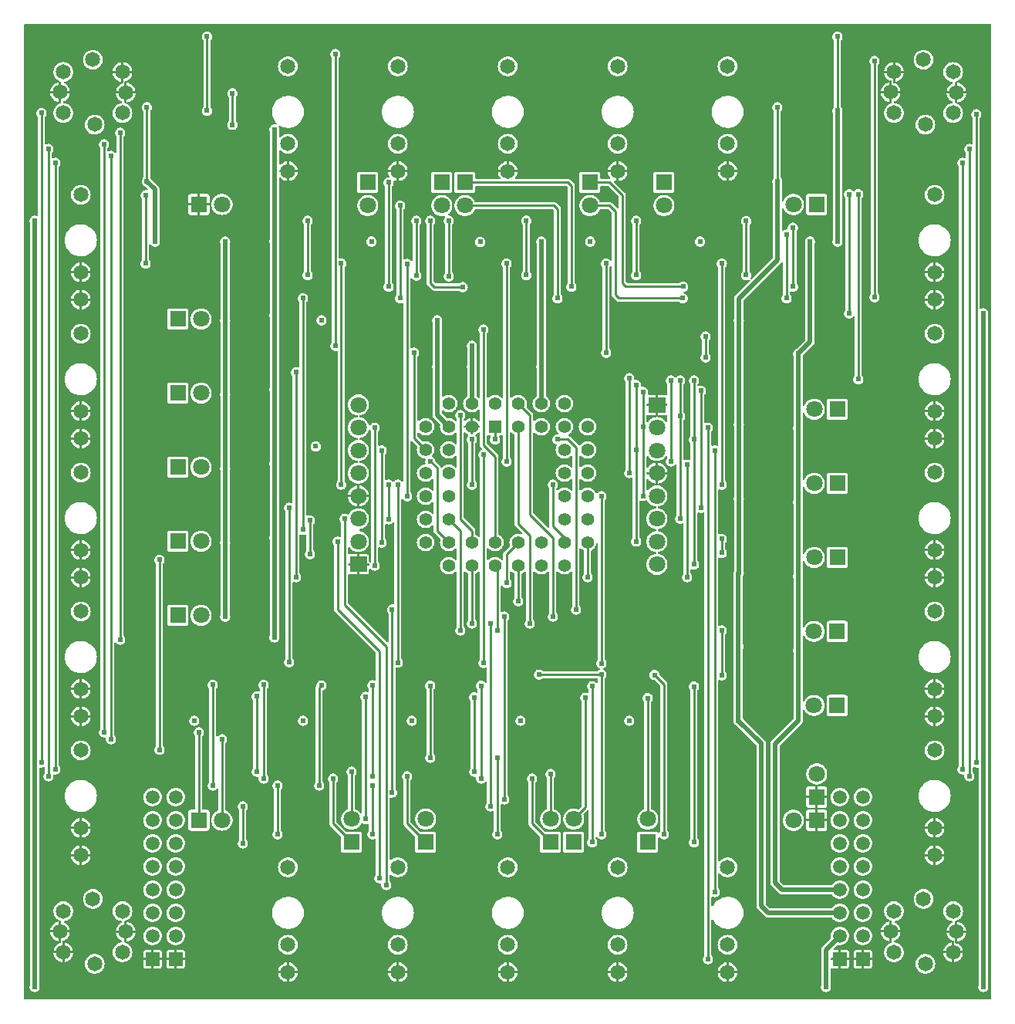
<source format=gbl>
G04 Layer: BottomLayer*
G04 EasyEDA v6.5.29, 2023-07-19 21:41:10*
G04 ede76849b6084053bf44eed2514c4286,5a6b42c53f6a479593ecc07194224c93,10*
G04 Gerber Generator version 0.2*
G04 Scale: 100 percent, Rotated: No, Reflected: No *
G04 Dimensions in millimeters *
G04 leading zeros omitted , absolute positions ,4 integer and 5 decimal *
%FSLAX45Y45*%
%MOMM*%

%AMMACRO1*21,1,$1,$2,0,0,$3*%
%ADD10C,0.2540*%
%ADD11C,0.5000*%
%ADD12MACRO1,1.5X1.5X90.0000*%
%ADD13C,1.5000*%
%ADD14MACRO1,1.7X1.8X-90.0000*%
%ADD15C,1.8000*%
%ADD16MACRO1,1.397X1.397X0.0000*%
%ADD17C,1.3970*%
%ADD18MACRO1,1.7X1.8X90.0000*%
%ADD19R,1.8000X1.8000*%
%ADD20C,1.6500*%
%ADD21C,0.6096*%
%ADD22C,0.0111*%

%LPD*%
G36*
X277368Y1029208D02*
G01*
X273456Y1029969D01*
X270205Y1032205D01*
X267970Y1035456D01*
X267208Y1039368D01*
X267208Y11724132D01*
X267970Y11728043D01*
X270205Y11731294D01*
X273456Y11733530D01*
X277368Y11734292D01*
X10873232Y11734292D01*
X10877143Y11733530D01*
X10880394Y11731294D01*
X10882630Y11728043D01*
X10883392Y11724132D01*
X10883392Y1039368D01*
X10882630Y1035456D01*
X10880394Y1032205D01*
X10877143Y1029969D01*
X10873232Y1029208D01*
G37*

%LPC*%
G36*
X1021232Y11233454D02*
G01*
X1035354Y11234420D01*
X1049274Y11237163D01*
X1062685Y11241735D01*
X1075385Y11247983D01*
X1087170Y11255857D01*
X1097838Y11265204D01*
X1107186Y11275872D01*
X1115060Y11287658D01*
X1121359Y11300409D01*
X1125880Y11313820D01*
X1128674Y11327739D01*
X1129588Y11341862D01*
X1128674Y11355984D01*
X1125880Y11369903D01*
X1121359Y11383314D01*
X1115060Y11396065D01*
X1107186Y11407851D01*
X1097838Y11418519D01*
X1087170Y11427866D01*
X1075385Y11435740D01*
X1062685Y11441988D01*
X1049274Y11446560D01*
X1035354Y11449304D01*
X1021232Y11450269D01*
X1007059Y11449304D01*
X993140Y11446560D01*
X979728Y11441988D01*
X967028Y11435740D01*
X955243Y11427866D01*
X944575Y11418519D01*
X935228Y11407851D01*
X927353Y11396065D01*
X921054Y11383314D01*
X916533Y11369903D01*
X913739Y11355984D01*
X912825Y11341862D01*
X913739Y11327739D01*
X916533Y11313820D01*
X921054Y11300409D01*
X927353Y11287658D01*
X935228Y11275872D01*
X944575Y11265204D01*
X955243Y11255857D01*
X967028Y11247983D01*
X979728Y11241735D01*
X993140Y11237163D01*
X1007059Y11234420D01*
G37*
G36*
X10795000Y1112062D02*
G01*
X10804753Y1112926D01*
X10814253Y1115466D01*
X10823143Y1119581D01*
X10831220Y1125220D01*
X10838129Y1132179D01*
X10843768Y1140206D01*
X10847933Y1149146D01*
X10850473Y1158595D01*
X10851337Y1168400D01*
X10850473Y1178204D01*
X10847933Y1187653D01*
X10846816Y1189990D01*
X10845901Y1194308D01*
X10845901Y8533892D01*
X10846816Y8538159D01*
X10847933Y8540496D01*
X10850473Y8549995D01*
X10851337Y8559749D01*
X10850473Y8569553D01*
X10847933Y8579053D01*
X10843768Y8587943D01*
X10838129Y8596020D01*
X10831220Y8602929D01*
X10823143Y8608568D01*
X10814253Y8612733D01*
X10804753Y8615273D01*
X10795000Y8616137D01*
X10785195Y8615273D01*
X10775696Y8612733D01*
X10771835Y8610904D01*
X10767872Y8609990D01*
X10763910Y8610650D01*
X10760506Y8612835D01*
X10758170Y8616137D01*
X10757408Y8620150D01*
X10757408Y10699191D01*
X10758170Y10703052D01*
X10760354Y10706354D01*
X10761929Y10707928D01*
X10767568Y10716006D01*
X10771733Y10724896D01*
X10774273Y10734395D01*
X10775137Y10744149D01*
X10774273Y10753953D01*
X10771733Y10763453D01*
X10767568Y10772343D01*
X10761929Y10780420D01*
X10755020Y10787329D01*
X10746943Y10792968D01*
X10738053Y10797133D01*
X10728553Y10799673D01*
X10718800Y10800537D01*
X10708995Y10799673D01*
X10699496Y10797133D01*
X10690606Y10792968D01*
X10682528Y10787329D01*
X10675620Y10780420D01*
X10669981Y10772343D01*
X10665815Y10763453D01*
X10663275Y10753953D01*
X10662412Y10744149D01*
X10663275Y10734395D01*
X10665815Y10724896D01*
X10669981Y10716006D01*
X10675620Y10707928D01*
X10677194Y10706354D01*
X10679379Y10703052D01*
X10680192Y10699191D01*
X10680192Y10423550D01*
X10679379Y10419537D01*
X10677042Y10416235D01*
X10673638Y10414050D01*
X10669676Y10413390D01*
X10665714Y10414304D01*
X10661853Y10416133D01*
X10652353Y10418673D01*
X10642600Y10419537D01*
X10632795Y10418673D01*
X10623296Y10416133D01*
X10614406Y10411968D01*
X10606328Y10406329D01*
X10599420Y10399420D01*
X10593781Y10391343D01*
X10589615Y10382453D01*
X10587075Y10372953D01*
X10586212Y10363149D01*
X10587075Y10353395D01*
X10589615Y10343896D01*
X10593781Y10335006D01*
X10599420Y10326928D01*
X10600994Y10325354D01*
X10603179Y10322052D01*
X10603992Y10318191D01*
X10603992Y10271150D01*
X10603179Y10267137D01*
X10600842Y10263835D01*
X10597438Y10261650D01*
X10593476Y10260990D01*
X10589514Y10261904D01*
X10585653Y10263733D01*
X10576153Y10266273D01*
X10566400Y10267137D01*
X10556595Y10266273D01*
X10547096Y10263733D01*
X10538206Y10259568D01*
X10530128Y10253929D01*
X10523220Y10247020D01*
X10517581Y10238943D01*
X10513415Y10230053D01*
X10510875Y10220553D01*
X10510012Y10210749D01*
X10510875Y10200995D01*
X10513415Y10191496D01*
X10517581Y10182606D01*
X10523220Y10174528D01*
X10524794Y10172954D01*
X10526979Y10169652D01*
X10527792Y10165791D01*
X10527792Y3601008D01*
X10526979Y3597097D01*
X10524794Y3593795D01*
X10523220Y3592220D01*
X10517581Y3584194D01*
X10513415Y3575253D01*
X10510875Y3565804D01*
X10510012Y3556000D01*
X10510875Y3546195D01*
X10513415Y3536746D01*
X10517581Y3527806D01*
X10523220Y3519779D01*
X10530128Y3512820D01*
X10538206Y3507181D01*
X10547096Y3503066D01*
X10556595Y3500526D01*
X10566400Y3499662D01*
X10576052Y3500475D01*
X10580420Y3499916D01*
X10584129Y3497579D01*
X10586516Y3493871D01*
X10587075Y3489502D01*
X10586212Y3479800D01*
X10587075Y3469995D01*
X10589615Y3460546D01*
X10593781Y3451606D01*
X10599420Y3443579D01*
X10606328Y3436620D01*
X10614406Y3430981D01*
X10623296Y3426866D01*
X10632795Y3424326D01*
X10642600Y3423462D01*
X10652353Y3424326D01*
X10661853Y3426866D01*
X10670743Y3430981D01*
X10678820Y3436620D01*
X10685729Y3443579D01*
X10691368Y3451606D01*
X10695533Y3460546D01*
X10698073Y3469995D01*
X10698937Y3479800D01*
X10698073Y3489604D01*
X10695533Y3499053D01*
X10691368Y3507994D01*
X10685729Y3516020D01*
X10684154Y3517595D01*
X10681970Y3520897D01*
X10681208Y3524808D01*
X10681208Y3571849D01*
X10681970Y3575812D01*
X10684306Y3579164D01*
X10687710Y3581349D01*
X10691672Y3582009D01*
X10695635Y3581044D01*
X10699496Y3579266D01*
X10708995Y3576726D01*
X10718800Y3575862D01*
X10728553Y3576726D01*
X10731296Y3577437D01*
X10734954Y3577742D01*
X10738510Y3576675D01*
X10741456Y3574440D01*
X10743387Y3571240D01*
X10744047Y3567633D01*
X10744047Y1194308D01*
X10743133Y1189990D01*
X10742015Y1187653D01*
X10739475Y1178204D01*
X10738612Y1168400D01*
X10739475Y1158595D01*
X10742015Y1149146D01*
X10746181Y1140206D01*
X10751820Y1132179D01*
X10758728Y1125220D01*
X10766806Y1119581D01*
X10775696Y1115466D01*
X10785195Y1112926D01*
G37*
G36*
X381000Y1112062D02*
G01*
X390804Y1112926D01*
X400253Y1115466D01*
X409194Y1119581D01*
X417220Y1125220D01*
X424180Y1132179D01*
X429818Y1140206D01*
X433933Y1149146D01*
X436473Y1158595D01*
X437337Y1168400D01*
X436473Y1178204D01*
X433933Y1187653D01*
X432866Y1189990D01*
X431901Y1194308D01*
X431901Y3567633D01*
X432562Y3571240D01*
X434492Y3574440D01*
X437438Y3576675D01*
X440994Y3577742D01*
X444703Y3577437D01*
X447395Y3576726D01*
X457200Y3575862D01*
X467004Y3576726D01*
X476453Y3579266D01*
X480314Y3581044D01*
X484276Y3582009D01*
X488289Y3581349D01*
X491693Y3579164D01*
X493979Y3575812D01*
X494792Y3571849D01*
X494792Y3524808D01*
X494030Y3520897D01*
X491794Y3517595D01*
X490220Y3516020D01*
X484581Y3507994D01*
X480466Y3499053D01*
X477926Y3489604D01*
X477062Y3479800D01*
X477926Y3469995D01*
X480466Y3460546D01*
X484581Y3451606D01*
X490220Y3443579D01*
X497179Y3436620D01*
X505206Y3430981D01*
X514146Y3426866D01*
X523595Y3424326D01*
X533400Y3423462D01*
X543204Y3424326D01*
X552653Y3426866D01*
X561594Y3430981D01*
X569620Y3436620D01*
X576580Y3443579D01*
X582218Y3451606D01*
X586333Y3460546D01*
X588873Y3469995D01*
X589737Y3479800D01*
X588924Y3489502D01*
X589483Y3493871D01*
X591820Y3497579D01*
X595528Y3499916D01*
X599897Y3500475D01*
X609600Y3499662D01*
X619404Y3500526D01*
X628853Y3503066D01*
X637794Y3507181D01*
X645820Y3512820D01*
X652780Y3519779D01*
X658418Y3527806D01*
X662533Y3536746D01*
X665073Y3546195D01*
X665937Y3556000D01*
X665073Y3565804D01*
X662533Y3575253D01*
X658418Y3584194D01*
X652780Y3592220D01*
X651205Y3593795D01*
X648970Y3597097D01*
X648208Y3601008D01*
X648208Y10165791D01*
X648970Y10169652D01*
X651205Y10172954D01*
X652780Y10174528D01*
X658418Y10182606D01*
X662533Y10191496D01*
X665073Y10200995D01*
X665937Y10210749D01*
X665073Y10220553D01*
X662533Y10230053D01*
X658418Y10238943D01*
X652780Y10247020D01*
X645820Y10253929D01*
X637794Y10259568D01*
X628853Y10263733D01*
X619404Y10266273D01*
X609600Y10267137D01*
X599795Y10266273D01*
X590346Y10263733D01*
X586486Y10261904D01*
X582523Y10260990D01*
X578510Y10261650D01*
X575106Y10263835D01*
X572820Y10267137D01*
X572008Y10271150D01*
X572008Y10318191D01*
X572770Y10322052D01*
X575005Y10325354D01*
X576580Y10326928D01*
X582218Y10335006D01*
X586333Y10343896D01*
X588873Y10353395D01*
X589737Y10363149D01*
X588873Y10372953D01*
X586333Y10382453D01*
X582218Y10391343D01*
X576580Y10399420D01*
X569620Y10406329D01*
X561594Y10411968D01*
X552653Y10416133D01*
X543204Y10418673D01*
X533400Y10419537D01*
X523595Y10418673D01*
X514146Y10416133D01*
X510285Y10414304D01*
X506323Y10413390D01*
X502310Y10414050D01*
X498906Y10416235D01*
X496620Y10419537D01*
X495808Y10423550D01*
X495808Y10711891D01*
X496570Y10715802D01*
X498805Y10719104D01*
X500380Y10720679D01*
X506018Y10728706D01*
X510133Y10737646D01*
X512673Y10747095D01*
X513537Y10756900D01*
X512673Y10766704D01*
X510133Y10776153D01*
X506018Y10785094D01*
X500380Y10793120D01*
X493420Y10800080D01*
X485393Y10805718D01*
X476453Y10809833D01*
X467004Y10812373D01*
X457200Y10813237D01*
X447395Y10812373D01*
X437946Y10809833D01*
X429006Y10805718D01*
X420979Y10800080D01*
X414020Y10793120D01*
X408381Y10785094D01*
X404266Y10776153D01*
X401726Y10766704D01*
X400862Y10756900D01*
X401726Y10747095D01*
X404266Y10737646D01*
X408381Y10728706D01*
X414020Y10720679D01*
X415594Y10719104D01*
X417830Y10715802D01*
X418592Y10711891D01*
X418592Y9636150D01*
X417779Y9632137D01*
X415493Y9628835D01*
X412089Y9626650D01*
X408076Y9625990D01*
X404114Y9626904D01*
X400253Y9628733D01*
X390804Y9631273D01*
X381000Y9632137D01*
X371195Y9631273D01*
X361746Y9628733D01*
X352806Y9624568D01*
X344779Y9618929D01*
X337820Y9612020D01*
X332181Y9603943D01*
X328066Y9595053D01*
X325526Y9585553D01*
X324662Y9575749D01*
X325526Y9565995D01*
X328066Y9556496D01*
X329133Y9554159D01*
X330098Y9549892D01*
X330098Y1194308D01*
X329133Y1189990D01*
X328066Y1187653D01*
X325526Y1178204D01*
X324662Y1168400D01*
X325526Y1158595D01*
X328066Y1149146D01*
X332181Y1140206D01*
X337820Y1132179D01*
X344779Y1125220D01*
X352806Y1119581D01*
X361746Y1115466D01*
X371195Y1112926D01*
G37*
G36*
X5562600Y1223619D02*
G01*
X5562600Y1318463D01*
X5467756Y1318463D01*
X5467858Y1317040D01*
X5470601Y1303121D01*
X5475173Y1289710D01*
X5481421Y1277010D01*
X5489295Y1265224D01*
X5498642Y1254556D01*
X5509310Y1245209D01*
X5521096Y1237335D01*
X5533847Y1231036D01*
X5547258Y1226515D01*
X5561177Y1223721D01*
G37*
G36*
X6769100Y1223619D02*
G01*
X6769100Y1318463D01*
X6674256Y1318463D01*
X6674358Y1317040D01*
X6677101Y1303121D01*
X6681673Y1289710D01*
X6687921Y1277010D01*
X6695795Y1265224D01*
X6705142Y1254556D01*
X6715810Y1245209D01*
X6727596Y1237335D01*
X6740347Y1231036D01*
X6753758Y1226515D01*
X6767677Y1223721D01*
G37*
G36*
X4381500Y1223619D02*
G01*
X4382922Y1223721D01*
X4396841Y1226515D01*
X4410252Y1231036D01*
X4423003Y1237335D01*
X4434789Y1245209D01*
X4445457Y1254556D01*
X4454804Y1265224D01*
X4462678Y1277010D01*
X4468926Y1289710D01*
X4473498Y1303121D01*
X4476242Y1317040D01*
X4476343Y1318463D01*
X4381500Y1318463D01*
G37*
G36*
X5588000Y1223619D02*
G01*
X5589422Y1223721D01*
X5603341Y1226515D01*
X5616752Y1231036D01*
X5629503Y1237335D01*
X5641289Y1245209D01*
X5651957Y1254556D01*
X5661304Y1265224D01*
X5669178Y1277010D01*
X5675426Y1289710D01*
X5679998Y1303121D01*
X5682742Y1317040D01*
X5682843Y1318463D01*
X5588000Y1318463D01*
G37*
G36*
X4356100Y1223619D02*
G01*
X4356100Y1318463D01*
X4261256Y1318463D01*
X4261358Y1317040D01*
X4264101Y1303121D01*
X4268673Y1289710D01*
X4274921Y1277010D01*
X4282795Y1265224D01*
X4292142Y1254556D01*
X4302810Y1245209D01*
X4314596Y1237335D01*
X4327347Y1231036D01*
X4340758Y1226515D01*
X4354677Y1223721D01*
G37*
G36*
X6794500Y1223619D02*
G01*
X6795922Y1223721D01*
X6809841Y1226515D01*
X6823252Y1231036D01*
X6836003Y1237335D01*
X6847789Y1245209D01*
X6858457Y1254556D01*
X6867804Y1265224D01*
X6875678Y1277010D01*
X6881926Y1289710D01*
X6886498Y1303121D01*
X6889242Y1317040D01*
X6889343Y1318463D01*
X6794500Y1318463D01*
G37*
G36*
X8001000Y1223619D02*
G01*
X8002422Y1223721D01*
X8016341Y1226515D01*
X8029752Y1231036D01*
X8042503Y1237335D01*
X8054289Y1245209D01*
X8064957Y1254556D01*
X8074304Y1265224D01*
X8082178Y1277010D01*
X8088426Y1289710D01*
X8092998Y1303121D01*
X8095742Y1317040D01*
X8095843Y1318463D01*
X8001000Y1318463D01*
G37*
G36*
X3175000Y1223619D02*
G01*
X3176422Y1223721D01*
X3190341Y1226515D01*
X3203752Y1231036D01*
X3216503Y1237335D01*
X3228289Y1245209D01*
X3238957Y1254556D01*
X3248304Y1265224D01*
X3256178Y1277010D01*
X3262426Y1289710D01*
X3266998Y1303121D01*
X3269742Y1317040D01*
X3269843Y1318463D01*
X3175000Y1318463D01*
G37*
G36*
X7975600Y1223619D02*
G01*
X7975600Y1318463D01*
X7880756Y1318463D01*
X7880858Y1317040D01*
X7883601Y1303121D01*
X7888173Y1289710D01*
X7894421Y1277010D01*
X7902295Y1265224D01*
X7911642Y1254556D01*
X7922310Y1245209D01*
X7934096Y1237335D01*
X7946847Y1231036D01*
X7960258Y1226515D01*
X7974177Y1223721D01*
G37*
G36*
X3149600Y1223619D02*
G01*
X3149600Y1318463D01*
X3054756Y1318463D01*
X3054858Y1317040D01*
X3057601Y1303121D01*
X3062173Y1289710D01*
X3068421Y1277010D01*
X3076295Y1265224D01*
X3085642Y1254556D01*
X3096310Y1245209D01*
X3108096Y1237335D01*
X3120847Y1231036D01*
X3134258Y1226515D01*
X3148177Y1223721D01*
G37*
G36*
X10160000Y1313992D02*
G01*
X10174122Y1314958D01*
X10188041Y1317701D01*
X10201452Y1322273D01*
X10214203Y1328521D01*
X10225989Y1336395D01*
X10236657Y1345742D01*
X10246004Y1356410D01*
X10253878Y1368196D01*
X10260126Y1380947D01*
X10264698Y1394358D01*
X10267442Y1408277D01*
X10268407Y1422400D01*
X10267442Y1436522D01*
X10264698Y1450441D01*
X10260126Y1463852D01*
X10253878Y1476603D01*
X10246004Y1488389D01*
X10236657Y1499057D01*
X10225989Y1508404D01*
X10214203Y1516278D01*
X10201452Y1522526D01*
X10188041Y1527098D01*
X10174122Y1529842D01*
X10160000Y1530807D01*
X10145877Y1529842D01*
X10131958Y1527098D01*
X10118547Y1522526D01*
X10105796Y1516278D01*
X10094010Y1508404D01*
X10083342Y1499057D01*
X10073995Y1488389D01*
X10066121Y1476603D01*
X10059873Y1463852D01*
X10055301Y1450441D01*
X10052558Y1436522D01*
X10051592Y1422400D01*
X10052558Y1408277D01*
X10055301Y1394358D01*
X10059873Y1380947D01*
X10066121Y1368196D01*
X10073995Y1356410D01*
X10083342Y1345742D01*
X10094010Y1336395D01*
X10105796Y1328521D01*
X10118547Y1322273D01*
X10131958Y1317701D01*
X10145877Y1314958D01*
G37*
G36*
X1041400Y1313992D02*
G01*
X1055522Y1314958D01*
X1069441Y1317701D01*
X1082852Y1322273D01*
X1095603Y1328521D01*
X1107389Y1336395D01*
X1118057Y1345742D01*
X1127404Y1356410D01*
X1135278Y1368196D01*
X1141526Y1380896D01*
X1146098Y1394358D01*
X1148842Y1408226D01*
X1149807Y1422400D01*
X1148842Y1436522D01*
X1146098Y1450441D01*
X1141526Y1463852D01*
X1135278Y1476603D01*
X1127404Y1488389D01*
X1118057Y1499057D01*
X1107389Y1508404D01*
X1095603Y1516278D01*
X1082852Y1522526D01*
X1069441Y1527098D01*
X1055522Y1529842D01*
X1041400Y1530807D01*
X1027226Y1529842D01*
X1013358Y1527098D01*
X999896Y1522526D01*
X987196Y1516278D01*
X975410Y1508404D01*
X964742Y1499057D01*
X955395Y1488389D01*
X947521Y1476603D01*
X941273Y1463852D01*
X936701Y1450441D01*
X933958Y1436522D01*
X932992Y1422400D01*
X933958Y1408226D01*
X936701Y1394358D01*
X941273Y1380896D01*
X947521Y1368196D01*
X955395Y1356410D01*
X964742Y1345742D01*
X975410Y1336395D01*
X987196Y1328521D01*
X999896Y1322273D01*
X1013358Y1317701D01*
X1027226Y1314958D01*
G37*
G36*
X4381500Y1343863D02*
G01*
X4476343Y1343863D01*
X4476242Y1345336D01*
X4473498Y1359255D01*
X4468926Y1372666D01*
X4462678Y1385366D01*
X4454804Y1397152D01*
X4445457Y1407820D01*
X4434789Y1417167D01*
X4423003Y1425041D01*
X4410252Y1431340D01*
X4396841Y1435862D01*
X4382922Y1438656D01*
X4381500Y1438757D01*
G37*
G36*
X5588000Y1343863D02*
G01*
X5682843Y1343863D01*
X5682742Y1345336D01*
X5679998Y1359255D01*
X5675426Y1372666D01*
X5669178Y1385366D01*
X5661304Y1397152D01*
X5651957Y1407820D01*
X5641289Y1417167D01*
X5629503Y1425041D01*
X5616752Y1431340D01*
X5603341Y1435862D01*
X5589422Y1438656D01*
X5588000Y1438757D01*
G37*
G36*
X4261256Y1343863D02*
G01*
X4356100Y1343863D01*
X4356100Y1438757D01*
X4354677Y1438656D01*
X4340758Y1435862D01*
X4327347Y1431340D01*
X4314596Y1425041D01*
X4302810Y1417167D01*
X4292142Y1407820D01*
X4282795Y1397152D01*
X4274921Y1385366D01*
X4268673Y1372666D01*
X4264101Y1359255D01*
X4261358Y1345336D01*
G37*
G36*
X5467756Y1343863D02*
G01*
X5562600Y1343863D01*
X5562600Y1438757D01*
X5561177Y1438656D01*
X5547258Y1435862D01*
X5533847Y1431340D01*
X5521096Y1425041D01*
X5509310Y1417167D01*
X5498642Y1407820D01*
X5489295Y1397152D01*
X5481421Y1385366D01*
X5475173Y1372666D01*
X5470601Y1359255D01*
X5467858Y1345336D01*
G37*
G36*
X3175000Y1343863D02*
G01*
X3269843Y1343863D01*
X3269742Y1345336D01*
X3266998Y1359255D01*
X3262426Y1372666D01*
X3256178Y1385366D01*
X3248304Y1397152D01*
X3238957Y1407820D01*
X3228289Y1417167D01*
X3216503Y1425041D01*
X3203752Y1431340D01*
X3190341Y1435862D01*
X3176422Y1438656D01*
X3175000Y1438757D01*
G37*
G36*
X6674256Y1343863D02*
G01*
X6769100Y1343863D01*
X6769100Y1438757D01*
X6767677Y1438656D01*
X6753758Y1435862D01*
X6740347Y1431340D01*
X6727596Y1425041D01*
X6715810Y1417167D01*
X6705142Y1407820D01*
X6695795Y1397152D01*
X6687921Y1385366D01*
X6681673Y1372666D01*
X6677101Y1359255D01*
X6674358Y1345336D01*
G37*
G36*
X8001000Y1343863D02*
G01*
X8095843Y1343863D01*
X8095742Y1345336D01*
X8092998Y1359255D01*
X8088426Y1372666D01*
X8082178Y1385366D01*
X8074304Y1397152D01*
X8064957Y1407820D01*
X8054289Y1417167D01*
X8042503Y1425041D01*
X8029752Y1431340D01*
X8016341Y1435862D01*
X8002422Y1438656D01*
X8001000Y1438757D01*
G37*
G36*
X6794500Y1343863D02*
G01*
X6889343Y1343863D01*
X6889242Y1345336D01*
X6886498Y1359255D01*
X6881926Y1372666D01*
X6875678Y1385366D01*
X6867804Y1397152D01*
X6858457Y1407820D01*
X6847789Y1417167D01*
X6836003Y1425041D01*
X6823252Y1431340D01*
X6809841Y1435862D01*
X6795922Y1438656D01*
X6794500Y1438757D01*
G37*
G36*
X7880756Y1343863D02*
G01*
X7975600Y1343863D01*
X7975600Y1438757D01*
X7974177Y1438656D01*
X7960258Y1435862D01*
X7946847Y1431340D01*
X7934096Y1425041D01*
X7922310Y1417167D01*
X7911642Y1407820D01*
X7902295Y1397152D01*
X7894421Y1385366D01*
X7888173Y1372666D01*
X7883601Y1359255D01*
X7880858Y1345336D01*
G37*
G36*
X3054756Y1343863D02*
G01*
X3149600Y1343863D01*
X3149600Y1438757D01*
X3148177Y1438656D01*
X3134258Y1435862D01*
X3120847Y1431340D01*
X3108096Y1425041D01*
X3096310Y1417167D01*
X3085642Y1407820D01*
X3076295Y1397152D01*
X3068421Y1385366D01*
X3062173Y1372666D01*
X3057601Y1359255D01*
X3054858Y1345336D01*
G37*
G36*
X1855978Y1372311D02*
G01*
X1917700Y1372311D01*
X1917700Y1460500D01*
X1829511Y1460500D01*
X1829511Y1398778D01*
X1830222Y1392428D01*
X1832102Y1386992D01*
X1835200Y1382064D01*
X1839264Y1378000D01*
X1844192Y1374902D01*
X1849628Y1373022D01*
G37*
G36*
X1689100Y1372311D02*
G01*
X1750822Y1372311D01*
X1757172Y1373022D01*
X1762607Y1374902D01*
X1767535Y1378000D01*
X1771599Y1382064D01*
X1774698Y1386992D01*
X1776577Y1392428D01*
X1777288Y1398778D01*
X1777288Y1460500D01*
X1689100Y1460500D01*
G37*
G36*
X1601978Y1372311D02*
G01*
X1663700Y1372311D01*
X1663700Y1460500D01*
X1575511Y1460500D01*
X1575511Y1398778D01*
X1576222Y1392428D01*
X1578102Y1386992D01*
X1581200Y1382064D01*
X1585264Y1378000D01*
X1590192Y1374902D01*
X1595628Y1373022D01*
G37*
G36*
X1943100Y1372311D02*
G01*
X2004822Y1372311D01*
X2011121Y1373022D01*
X2016607Y1374902D01*
X2021484Y1378000D01*
X2025599Y1382064D01*
X2028698Y1386992D01*
X2030577Y1392428D01*
X2031288Y1398778D01*
X2031288Y1460500D01*
X1943100Y1460500D01*
G37*
G36*
X9399778Y1372311D02*
G01*
X9461500Y1372311D01*
X9461500Y1460500D01*
X9373260Y1460500D01*
X9373260Y1398778D01*
X9373971Y1392428D01*
X9375902Y1386992D01*
X9379000Y1382064D01*
X9383064Y1378000D01*
X9387992Y1374902D01*
X9393428Y1373022D01*
G37*
G36*
X9486900Y1372311D02*
G01*
X9548622Y1372311D01*
X9554921Y1373022D01*
X9560407Y1374902D01*
X9565284Y1378000D01*
X9569399Y1382064D01*
X9572447Y1386992D01*
X9574377Y1392428D01*
X9575088Y1398778D01*
X9575088Y1460500D01*
X9486900Y1460500D01*
G37*
G36*
X9232900Y1372311D02*
G01*
X9294622Y1372311D01*
X9300921Y1373022D01*
X9306407Y1374902D01*
X9311284Y1378000D01*
X9315399Y1382064D01*
X9318447Y1386992D01*
X9320377Y1392428D01*
X9321088Y1398778D01*
X9321088Y1460500D01*
X9232900Y1460500D01*
G37*
G36*
X10139832Y11233454D02*
G01*
X10153954Y11234420D01*
X10167874Y11237163D01*
X10181285Y11241735D01*
X10193985Y11247983D01*
X10205770Y11255857D01*
X10216438Y11265204D01*
X10225786Y11275872D01*
X10233660Y11287658D01*
X10239959Y11300409D01*
X10244480Y11313820D01*
X10247274Y11327739D01*
X10248188Y11341862D01*
X10247274Y11355984D01*
X10244480Y11369903D01*
X10239959Y11383314D01*
X10233660Y11396065D01*
X10225786Y11407851D01*
X10216438Y11418519D01*
X10205770Y11427866D01*
X10193985Y11435740D01*
X10181285Y11441988D01*
X10167874Y11446560D01*
X10153954Y11449304D01*
X10139832Y11450269D01*
X10125659Y11449304D01*
X10111740Y11446560D01*
X10098328Y11441988D01*
X10085628Y11435740D01*
X10073843Y11427866D01*
X10063175Y11418519D01*
X10053828Y11407851D01*
X10045954Y11396065D01*
X10039654Y11383314D01*
X10035133Y11369903D01*
X10032339Y11355984D01*
X10031425Y11341862D01*
X10032339Y11327739D01*
X10035133Y11313820D01*
X10039654Y11300409D01*
X10045954Y11287658D01*
X10053828Y11275872D01*
X10063175Y11265204D01*
X10073843Y11255857D01*
X10085628Y11247983D01*
X10098328Y11241735D01*
X10111740Y11237163D01*
X10125659Y11234420D01*
G37*
G36*
X7772400Y1416862D02*
G01*
X7782204Y1417726D01*
X7791653Y1420266D01*
X7800594Y1424381D01*
X7808620Y1430020D01*
X7815580Y1436979D01*
X7821218Y1445006D01*
X7825333Y1453946D01*
X7827873Y1463395D01*
X7828737Y1473200D01*
X7827873Y1483004D01*
X7825333Y1492453D01*
X7821218Y1501394D01*
X7815580Y1509420D01*
X7813954Y1510995D01*
X7811770Y1514297D01*
X7811008Y1518208D01*
X7811008Y1899615D01*
X7811770Y1903475D01*
X7813954Y1906778D01*
X7817205Y1909013D01*
X7821066Y1909775D01*
X7824927Y1909064D01*
X7828229Y1906930D01*
X7830972Y1902561D01*
X7839862Y1886813D01*
X7850378Y1872030D01*
X7862316Y1858416D01*
X7875625Y1846122D01*
X7890103Y1835251D01*
X7905648Y1825955D01*
X7922056Y1818284D01*
X7939125Y1812289D01*
X7956753Y1808175D01*
X7974736Y1805838D01*
X7992821Y1805381D01*
X8010906Y1806752D01*
X8028686Y1810004D01*
X8046110Y1815084D01*
X8062874Y1821891D01*
X8078825Y1830425D01*
X8093862Y1840534D01*
X8107781Y1852117D01*
X8120430Y1865071D01*
X8131657Y1879295D01*
X8141360Y1894586D01*
X8149488Y1910740D01*
X8155838Y1927707D01*
X8160461Y1945233D01*
X8163255Y1963115D01*
X8164169Y1981200D01*
X8163255Y1999284D01*
X8160461Y2017166D01*
X8155838Y2034692D01*
X8149488Y2051659D01*
X8141360Y2067814D01*
X8131657Y2083104D01*
X8120430Y2097328D01*
X8107781Y2110282D01*
X8093862Y2121865D01*
X8078825Y2131974D01*
X8062874Y2140508D01*
X8046110Y2147316D01*
X8028686Y2152396D01*
X8010906Y2155647D01*
X7992821Y2157018D01*
X7974736Y2156561D01*
X7956753Y2154224D01*
X7939125Y2150110D01*
X7922056Y2144115D01*
X7905648Y2136444D01*
X7890103Y2127148D01*
X7875625Y2116277D01*
X7862316Y2103983D01*
X7850378Y2090369D01*
X7839862Y2075586D01*
X7830972Y2059838D01*
X7828229Y2055469D01*
X7824927Y2053336D01*
X7821066Y2052624D01*
X7817205Y2053386D01*
X7813954Y2055622D01*
X7811770Y2058924D01*
X7811008Y2062784D01*
X7811008Y2149449D01*
X7811820Y2153412D01*
X7814106Y2156764D01*
X7817510Y2158949D01*
X7821523Y2159609D01*
X7825435Y2158644D01*
X7829346Y2156866D01*
X7838795Y2154326D01*
X7848600Y2153462D01*
X7858404Y2154326D01*
X7867853Y2156866D01*
X7876794Y2160981D01*
X7884820Y2166620D01*
X7891780Y2173579D01*
X7897418Y2181606D01*
X7901533Y2190546D01*
X7904073Y2199995D01*
X7904937Y2209800D01*
X7904073Y2219604D01*
X7901533Y2229053D01*
X7897418Y2237994D01*
X7891780Y2246020D01*
X7890154Y2247595D01*
X7887970Y2250897D01*
X7887208Y2254808D01*
X7887208Y2405481D01*
X7888020Y2409444D01*
X7890306Y2412796D01*
X7893761Y2414981D01*
X7897774Y2415590D01*
X7901736Y2414625D01*
X7904988Y2412136D01*
X7911642Y2404567D01*
X7922310Y2395220D01*
X7934096Y2387346D01*
X7946847Y2381046D01*
X7960258Y2376525D01*
X7974177Y2373731D01*
X7988300Y2372817D01*
X8002422Y2373731D01*
X8016341Y2376525D01*
X8029752Y2381046D01*
X8042503Y2387346D01*
X8054289Y2395220D01*
X8064957Y2404567D01*
X8074304Y2415235D01*
X8082178Y2427020D01*
X8088426Y2439720D01*
X8092998Y2453132D01*
X8095742Y2467051D01*
X8096707Y2481173D01*
X8095742Y2495346D01*
X8092998Y2509266D01*
X8088426Y2522677D01*
X8082178Y2535377D01*
X8074304Y2547162D01*
X8064957Y2557830D01*
X8054289Y2567178D01*
X8042503Y2575052D01*
X8029752Y2581351D01*
X8016341Y2585872D01*
X8002422Y2588666D01*
X7988300Y2589580D01*
X7974177Y2588666D01*
X7960258Y2585872D01*
X7946847Y2581351D01*
X7934096Y2575052D01*
X7922310Y2567178D01*
X7911642Y2557830D01*
X7904988Y2550261D01*
X7901736Y2547772D01*
X7897774Y2546807D01*
X7893761Y2547416D01*
X7890306Y2549601D01*
X7888020Y2552954D01*
X7887208Y2556916D01*
X7887208Y4526432D01*
X7888020Y4530445D01*
X7890306Y4533747D01*
X7893710Y4535932D01*
X7897723Y4536592D01*
X7901635Y4535678D01*
X7905546Y4533849D01*
X7914995Y4531309D01*
X7924800Y4530445D01*
X7934604Y4531309D01*
X7944053Y4533849D01*
X7952994Y4538014D01*
X7961020Y4543653D01*
X7967980Y4550562D01*
X7973618Y4558639D01*
X7977733Y4567529D01*
X7980273Y4577029D01*
X7981137Y4586782D01*
X7980273Y4596587D01*
X7977733Y4606086D01*
X7973618Y4614976D01*
X7967980Y4623054D01*
X7966354Y4624628D01*
X7964170Y4627930D01*
X7963408Y4631791D01*
X7963408Y5035042D01*
X7964170Y5038902D01*
X7966354Y5042204D01*
X7967929Y5043779D01*
X7973568Y5051806D01*
X7977733Y5060746D01*
X7980273Y5070195D01*
X7981137Y5080000D01*
X7980273Y5089804D01*
X7977733Y5099253D01*
X7973568Y5108194D01*
X7967929Y5116220D01*
X7961020Y5123180D01*
X7952943Y5128818D01*
X7944053Y5132933D01*
X7934553Y5135473D01*
X7924800Y5136337D01*
X7914995Y5135473D01*
X7905496Y5132933D01*
X7901635Y5131155D01*
X7897723Y5130190D01*
X7893710Y5130901D01*
X7890306Y5133035D01*
X7888020Y5136388D01*
X7887208Y5140350D01*
X7887208Y5870549D01*
X7888020Y5874512D01*
X7890306Y5877864D01*
X7893710Y5880049D01*
X7897723Y5880709D01*
X7901635Y5879744D01*
X7905546Y5877966D01*
X7914995Y5875426D01*
X7924800Y5874562D01*
X7934604Y5875426D01*
X7944053Y5877966D01*
X7952994Y5882081D01*
X7961020Y5887720D01*
X7967980Y5894679D01*
X7973618Y5902706D01*
X7977733Y5911646D01*
X7980273Y5921095D01*
X7981137Y5930900D01*
X7980273Y5940704D01*
X7977733Y5950153D01*
X7973618Y5959094D01*
X7967980Y5967120D01*
X7966405Y5968695D01*
X7964170Y5971997D01*
X7963408Y5975908D01*
X7963408Y6038291D01*
X7964170Y6042202D01*
X7966405Y6045504D01*
X7967980Y6047079D01*
X7973618Y6055106D01*
X7977733Y6064046D01*
X7980273Y6073495D01*
X7981137Y6083300D01*
X7980273Y6093104D01*
X7977733Y6102553D01*
X7973618Y6111494D01*
X7967980Y6119520D01*
X7961020Y6126480D01*
X7952994Y6132118D01*
X7944053Y6136233D01*
X7934604Y6138773D01*
X7924800Y6139637D01*
X7914995Y6138773D01*
X7905546Y6136233D01*
X7901635Y6134455D01*
X7897723Y6133490D01*
X7893710Y6134150D01*
X7890306Y6136335D01*
X7888020Y6139688D01*
X7887208Y6143650D01*
X7887208Y6619798D01*
X7888020Y6623761D01*
X7890306Y6627114D01*
X7893710Y6629298D01*
X7897723Y6629958D01*
X7901635Y6629044D01*
X7905496Y6627215D01*
X7914995Y6624675D01*
X7924800Y6623812D01*
X7934553Y6624675D01*
X7944053Y6627215D01*
X7952943Y6631381D01*
X7961020Y6637020D01*
X7967929Y6643928D01*
X7973568Y6652006D01*
X7977733Y6660896D01*
X7980273Y6670395D01*
X7981137Y6680149D01*
X7980273Y6689953D01*
X7977733Y6699453D01*
X7973568Y6708343D01*
X7967929Y6716420D01*
X7966405Y6717944D01*
X7964170Y6721246D01*
X7963408Y6725158D01*
X7963408Y9060180D01*
X7964170Y9064091D01*
X7966405Y9067393D01*
X7968640Y9069628D01*
X7974279Y9077706D01*
X7978444Y9086596D01*
X7980984Y9096095D01*
X7981848Y9105849D01*
X7980984Y9115653D01*
X7978444Y9125153D01*
X7974279Y9134043D01*
X7968640Y9142120D01*
X7961731Y9149029D01*
X7953654Y9154668D01*
X7944764Y9158833D01*
X7935264Y9161373D01*
X7925511Y9162237D01*
X7915706Y9161373D01*
X7906207Y9158833D01*
X7897317Y9154668D01*
X7889240Y9149029D01*
X7882331Y9142120D01*
X7876692Y9134043D01*
X7872526Y9125153D01*
X7869986Y9115653D01*
X7869123Y9105849D01*
X7869986Y9096095D01*
X7872526Y9086596D01*
X7876692Y9077706D01*
X7885430Y9065463D01*
X7886192Y9061551D01*
X7886192Y7115556D01*
X7885379Y7111542D01*
X7883093Y7108240D01*
X7879689Y7106056D01*
X7875676Y7105396D01*
X7871714Y7106310D01*
X7867853Y7108139D01*
X7858404Y7110679D01*
X7848600Y7111542D01*
X7838795Y7110679D01*
X7829346Y7108139D01*
X7825435Y7106310D01*
X7821523Y7105396D01*
X7817510Y7106056D01*
X7814106Y7108240D01*
X7811820Y7111542D01*
X7811008Y7115505D01*
X7811008Y7260183D01*
X7811770Y7264095D01*
X7813954Y7267397D01*
X7815580Y7268972D01*
X7821218Y7276998D01*
X7825333Y7285939D01*
X7827873Y7295388D01*
X7828737Y7305192D01*
X7827873Y7314996D01*
X7825333Y7324445D01*
X7821218Y7333386D01*
X7815580Y7341412D01*
X7808620Y7348372D01*
X7800594Y7354011D01*
X7791653Y7358125D01*
X7782204Y7360666D01*
X7772400Y7361529D01*
X7762595Y7360666D01*
X7753146Y7358125D01*
X7749235Y7356348D01*
X7745323Y7355382D01*
X7741310Y7356043D01*
X7737906Y7358227D01*
X7735620Y7361580D01*
X7734808Y7365542D01*
X7734808Y7663891D01*
X7735570Y7667752D01*
X7737754Y7671053D01*
X7739380Y7672628D01*
X7745018Y7680706D01*
X7749133Y7689596D01*
X7751673Y7699095D01*
X7752537Y7708849D01*
X7751673Y7718653D01*
X7749133Y7728153D01*
X7745018Y7737043D01*
X7739380Y7745120D01*
X7732420Y7752029D01*
X7724394Y7757668D01*
X7715453Y7761833D01*
X7706004Y7764373D01*
X7696200Y7765237D01*
X7686395Y7764373D01*
X7676946Y7761833D01*
X7673086Y7760004D01*
X7669123Y7759090D01*
X7665110Y7759750D01*
X7661706Y7761935D01*
X7659420Y7765237D01*
X7658608Y7769250D01*
X7658608Y7778089D01*
X7659370Y7781950D01*
X7661605Y7785252D01*
X7663180Y7786827D01*
X7668818Y7794904D01*
X7672933Y7803794D01*
X7675473Y7813294D01*
X7676337Y7823047D01*
X7675473Y7832852D01*
X7672933Y7842351D01*
X7668818Y7851241D01*
X7663180Y7859318D01*
X7656220Y7866227D01*
X7648194Y7871866D01*
X7639253Y7876031D01*
X7629804Y7878572D01*
X7620000Y7879435D01*
X7610195Y7878572D01*
X7600746Y7876031D01*
X7591806Y7871866D01*
X7583779Y7866227D01*
X7576820Y7859318D01*
X7571181Y7851241D01*
X7567066Y7842351D01*
X7564526Y7832852D01*
X7563662Y7823047D01*
X7564526Y7813294D01*
X7567066Y7803794D01*
X7571181Y7794904D01*
X7576820Y7786827D01*
X7578394Y7785252D01*
X7580630Y7781950D01*
X7581392Y7778089D01*
X7581392Y7220508D01*
X7580630Y7216597D01*
X7578394Y7213295D01*
X7576820Y7211720D01*
X7571181Y7203694D01*
X7567066Y7194753D01*
X7564526Y7185304D01*
X7563662Y7175500D01*
X7564526Y7165695D01*
X7567066Y7156246D01*
X7571181Y7147306D01*
X7576820Y7139279D01*
X7578394Y7137704D01*
X7580630Y7134402D01*
X7581392Y7130491D01*
X7581392Y6956450D01*
X7580579Y6952437D01*
X7578293Y6949135D01*
X7574889Y6946950D01*
X7570876Y6946290D01*
X7566914Y6947204D01*
X7563053Y6949033D01*
X7553604Y6951573D01*
X7543800Y6952437D01*
X7533995Y6951573D01*
X7524546Y6949033D01*
X7520686Y6947204D01*
X7516723Y6946290D01*
X7512710Y6946950D01*
X7509306Y6949135D01*
X7507020Y6952437D01*
X7506208Y6956450D01*
X7506208Y7384491D01*
X7506970Y7388402D01*
X7509205Y7391704D01*
X7510780Y7393279D01*
X7516418Y7401306D01*
X7520533Y7410246D01*
X7523073Y7419695D01*
X7523937Y7429500D01*
X7523073Y7439304D01*
X7520533Y7448753D01*
X7516418Y7457694D01*
X7510780Y7465720D01*
X7509205Y7467295D01*
X7506970Y7470597D01*
X7506208Y7474508D01*
X7506208Y7778089D01*
X7506970Y7781950D01*
X7509205Y7785252D01*
X7510780Y7786827D01*
X7516418Y7794904D01*
X7520533Y7803794D01*
X7523073Y7813294D01*
X7523937Y7823047D01*
X7523073Y7832852D01*
X7520533Y7842351D01*
X7516418Y7851241D01*
X7510780Y7859318D01*
X7503820Y7866227D01*
X7495794Y7871866D01*
X7486853Y7876031D01*
X7477404Y7878572D01*
X7467600Y7879435D01*
X7457795Y7878572D01*
X7448346Y7876031D01*
X7439406Y7871866D01*
X7431379Y7866227D01*
X7424064Y7858912D01*
X7420762Y7856728D01*
X7416850Y7855915D01*
X7412990Y7856728D01*
X7409688Y7858912D01*
X7402220Y7866380D01*
X7394194Y7872018D01*
X7385253Y7876133D01*
X7375804Y7878673D01*
X7366000Y7879537D01*
X7356195Y7878673D01*
X7346746Y7876133D01*
X7337806Y7872018D01*
X7329779Y7866380D01*
X7322820Y7859420D01*
X7317181Y7851394D01*
X7313066Y7842453D01*
X7310526Y7833004D01*
X7309662Y7823200D01*
X7310526Y7813395D01*
X7313066Y7803946D01*
X7317181Y7795006D01*
X7322820Y7786979D01*
X7324394Y7785404D01*
X7326630Y7782102D01*
X7327392Y7778191D01*
X7327392Y7673390D01*
X7326680Y7669631D01*
X7324598Y7666380D01*
X7321448Y7664145D01*
X7317689Y7663230D01*
X7313879Y7663789D01*
X7309358Y7665364D01*
X7303008Y7666075D01*
X7226300Y7666075D01*
X7226300Y7567879D01*
X7317231Y7567879D01*
X7321143Y7567117D01*
X7324394Y7564932D01*
X7326630Y7561630D01*
X7327392Y7557719D01*
X7327392Y7552639D01*
X7326630Y7548778D01*
X7324394Y7545476D01*
X7321143Y7543241D01*
X7317231Y7542479D01*
X7226300Y7542479D01*
X7226300Y7444282D01*
X7303008Y7444282D01*
X7309358Y7444994D01*
X7313879Y7446568D01*
X7317689Y7447127D01*
X7321448Y7446264D01*
X7324598Y7444028D01*
X7326680Y7440777D01*
X7327392Y7437018D01*
X7327392Y7376617D01*
X7326528Y7372451D01*
X7324039Y7369048D01*
X7320381Y7366914D01*
X7316165Y7366508D01*
X7312152Y7367778D01*
X7309002Y7370622D01*
X7302855Y7379055D01*
X7292898Y7389672D01*
X7281722Y7398969D01*
X7269429Y7406741D01*
X7256272Y7412939D01*
X7242403Y7417460D01*
X7228128Y7420152D01*
X7213600Y7421067D01*
X7199071Y7420152D01*
X7184745Y7417460D01*
X7170928Y7412939D01*
X7157770Y7406741D01*
X7145477Y7398969D01*
X7134250Y7389672D01*
X7124293Y7379055D01*
X7118146Y7370622D01*
X7115048Y7367778D01*
X7110984Y7366508D01*
X7106818Y7366914D01*
X7103160Y7369048D01*
X7100671Y7372451D01*
X7099808Y7376617D01*
X7099808Y7437018D01*
X7100519Y7440777D01*
X7102602Y7444028D01*
X7105751Y7446264D01*
X7109510Y7447127D01*
X7113320Y7446568D01*
X7117842Y7444994D01*
X7124141Y7444282D01*
X7200900Y7444282D01*
X7200900Y7542479D01*
X7109968Y7542479D01*
X7106056Y7543241D01*
X7102754Y7545476D01*
X7100570Y7548778D01*
X7099808Y7552639D01*
X7099808Y7557719D01*
X7100570Y7561630D01*
X7102754Y7564932D01*
X7106056Y7567117D01*
X7109968Y7567879D01*
X7200900Y7567879D01*
X7200900Y7666075D01*
X7124496Y7666075D01*
X7120839Y7666786D01*
X7117689Y7668717D01*
X7115403Y7671663D01*
X7114387Y7675219D01*
X7114641Y7678877D01*
X7116673Y7686395D01*
X7117537Y7696149D01*
X7116673Y7705953D01*
X7114133Y7715453D01*
X7109968Y7724343D01*
X7104329Y7732420D01*
X7097420Y7739329D01*
X7089343Y7744968D01*
X7080453Y7749133D01*
X7070953Y7751673D01*
X7061200Y7752537D01*
X7051497Y7751673D01*
X7047128Y7752232D01*
X7043420Y7754620D01*
X7041083Y7758328D01*
X7040524Y7762697D01*
X7041337Y7772349D01*
X7040473Y7782153D01*
X7037933Y7791653D01*
X7033818Y7800543D01*
X7028180Y7808620D01*
X7021220Y7815529D01*
X7013194Y7821168D01*
X7004253Y7825333D01*
X6994804Y7827873D01*
X6985000Y7828737D01*
X6975297Y7827873D01*
X6970928Y7828432D01*
X6967220Y7830820D01*
X6964883Y7834528D01*
X6964324Y7838897D01*
X6965137Y7848549D01*
X6964273Y7858353D01*
X6961733Y7867853D01*
X6957618Y7876743D01*
X6951980Y7884820D01*
X6945020Y7891729D01*
X6936994Y7897368D01*
X6928053Y7901533D01*
X6918604Y7904073D01*
X6908800Y7904937D01*
X6898995Y7904073D01*
X6889546Y7901533D01*
X6880606Y7897368D01*
X6872579Y7891729D01*
X6865620Y7884820D01*
X6859981Y7876743D01*
X6855866Y7867853D01*
X6853326Y7858353D01*
X6852462Y7848549D01*
X6853326Y7838795D01*
X6855866Y7829296D01*
X6859981Y7820406D01*
X6865620Y7812328D01*
X6867194Y7810804D01*
X6869430Y7807502D01*
X6870192Y7803591D01*
X6870192Y6852158D01*
X6869430Y6848297D01*
X6867194Y6844995D01*
X6865620Y6843420D01*
X6859981Y6835394D01*
X6855866Y6826453D01*
X6853326Y6817004D01*
X6852462Y6807200D01*
X6853326Y6797395D01*
X6855866Y6787946D01*
X6859981Y6779006D01*
X6865620Y6770979D01*
X6872579Y6764020D01*
X6880606Y6758381D01*
X6889546Y6754266D01*
X6898995Y6751726D01*
X6908800Y6750862D01*
X6918604Y6751726D01*
X6928053Y6754266D01*
X6931914Y6756044D01*
X6935876Y6757009D01*
X6939889Y6756349D01*
X6943293Y6754164D01*
X6945579Y6750812D01*
X6946392Y6746849D01*
X6946392Y6100114D01*
X6945630Y6096203D01*
X6943394Y6092901D01*
X6941820Y6091326D01*
X6936181Y6083300D01*
X6932066Y6074359D01*
X6929526Y6064910D01*
X6928662Y6055106D01*
X6929526Y6045301D01*
X6932066Y6035852D01*
X6936181Y6026912D01*
X6941820Y6018885D01*
X6948779Y6011926D01*
X6956806Y6006287D01*
X6965746Y6002172D01*
X6975195Y5999632D01*
X6985000Y5998768D01*
X6994804Y5999632D01*
X7004253Y6002172D01*
X7013194Y6006287D01*
X7021220Y6011926D01*
X7028180Y6018885D01*
X7033818Y6026912D01*
X7037933Y6035852D01*
X7040473Y6045301D01*
X7041337Y6055106D01*
X7040473Y6064910D01*
X7037933Y6074359D01*
X7033818Y6083300D01*
X7028180Y6091326D01*
X7026605Y6092901D01*
X7024370Y6096203D01*
X7023608Y6100114D01*
X7023608Y6494830D01*
X7024420Y6498793D01*
X7026706Y6502146D01*
X7030110Y6504330D01*
X7034123Y6504990D01*
X7038035Y6504025D01*
X7041946Y6502247D01*
X7051395Y6499707D01*
X7061200Y6498844D01*
X7071004Y6499707D01*
X7080453Y6502247D01*
X7089394Y6506362D01*
X7093864Y6509512D01*
X7097775Y6511188D01*
X7101992Y6511086D01*
X7105802Y6509308D01*
X7108596Y6506108D01*
X7115759Y6493103D01*
X7124293Y6481318D01*
X7134250Y6470700D01*
X7145477Y6461455D01*
X7157770Y6453632D01*
X7170928Y6447434D01*
X7184745Y6442964D01*
X7199325Y6440170D01*
X7202982Y6438646D01*
X7205827Y6435852D01*
X7207351Y6432194D01*
X7207351Y6428181D01*
X7205827Y6424523D01*
X7202982Y6421729D01*
X7199325Y6420205D01*
X7184745Y6417462D01*
X7170928Y6412941D01*
X7157770Y6406743D01*
X7145477Y6398971D01*
X7134250Y6389674D01*
X7124293Y6379057D01*
X7115759Y6367272D01*
X7108748Y6354521D01*
X7103364Y6341008D01*
X7099757Y6326886D01*
X7097928Y6312458D01*
X7097928Y6297930D01*
X7099757Y6283452D01*
X7103364Y6269380D01*
X7108748Y6255867D01*
X7115759Y6243116D01*
X7124293Y6231331D01*
X7134250Y6220714D01*
X7145477Y6211417D01*
X7157770Y6203645D01*
X7170928Y6197447D01*
X7184745Y6192926D01*
X7199325Y6190183D01*
X7202982Y6188659D01*
X7205827Y6185865D01*
X7207351Y6182207D01*
X7207351Y6178194D01*
X7205827Y6174536D01*
X7202982Y6171692D01*
X7199325Y6170218D01*
X7184745Y6167424D01*
X7170928Y6162954D01*
X7157770Y6156756D01*
X7145477Y6148933D01*
X7134250Y6139688D01*
X7124293Y6129070D01*
X7115759Y6117285D01*
X7108748Y6104534D01*
X7103364Y6091021D01*
X7099757Y6076899D01*
X7097928Y6062472D01*
X7097928Y6047892D01*
X7099757Y6033465D01*
X7103364Y6019393D01*
X7108748Y6005830D01*
X7115759Y5993079D01*
X7124293Y5981344D01*
X7134250Y5970727D01*
X7145477Y5961430D01*
X7157770Y5953658D01*
X7170928Y5947460D01*
X7184745Y5942939D01*
X7199325Y5940196D01*
X7202982Y5938672D01*
X7205827Y5935878D01*
X7207351Y5932170D01*
X7207351Y5928207D01*
X7205827Y5924499D01*
X7202982Y5921705D01*
X7199325Y5920232D01*
X7184745Y5917438D01*
X7170928Y5912967D01*
X7157770Y5906770D01*
X7145477Y5898946D01*
X7134250Y5889650D01*
X7124293Y5879084D01*
X7115759Y5867298D01*
X7108748Y5854547D01*
X7103364Y5840984D01*
X7099757Y5826912D01*
X7097928Y5812485D01*
X7097928Y5797905D01*
X7099757Y5783478D01*
X7103364Y5769406D01*
X7108748Y5755843D01*
X7115759Y5743092D01*
X7124293Y5731306D01*
X7134250Y5720689D01*
X7145477Y5711444D01*
X7157770Y5703620D01*
X7170928Y5697423D01*
X7184745Y5692952D01*
X7199071Y5690209D01*
X7213600Y5689295D01*
X7228128Y5690209D01*
X7242403Y5692952D01*
X7256272Y5697423D01*
X7269429Y5703620D01*
X7281722Y5711444D01*
X7292898Y5720689D01*
X7302855Y5731306D01*
X7311440Y5743092D01*
X7318451Y5755843D01*
X7323785Y5769406D01*
X7327442Y5783478D01*
X7329271Y5797905D01*
X7329271Y5812485D01*
X7327442Y5826912D01*
X7323785Y5840984D01*
X7318451Y5854547D01*
X7311440Y5867298D01*
X7302855Y5879084D01*
X7292898Y5889650D01*
X7281722Y5898946D01*
X7269429Y5906770D01*
X7256272Y5912967D01*
X7242403Y5917438D01*
X7227874Y5920232D01*
X7224166Y5921705D01*
X7221372Y5924499D01*
X7219797Y5928207D01*
X7219797Y5932170D01*
X7221372Y5935878D01*
X7224166Y5938672D01*
X7227874Y5940196D01*
X7242403Y5942939D01*
X7256272Y5947460D01*
X7269429Y5953658D01*
X7281722Y5961430D01*
X7292898Y5970727D01*
X7302855Y5981344D01*
X7311440Y5993079D01*
X7318451Y6005830D01*
X7323785Y6019393D01*
X7327442Y6033465D01*
X7329271Y6047892D01*
X7329271Y6062472D01*
X7327442Y6076899D01*
X7323785Y6091021D01*
X7318451Y6104534D01*
X7311440Y6117285D01*
X7302855Y6129070D01*
X7292898Y6139688D01*
X7281722Y6148933D01*
X7269429Y6156756D01*
X7256272Y6162954D01*
X7242403Y6167424D01*
X7227874Y6170218D01*
X7224166Y6171692D01*
X7221372Y6174536D01*
X7219797Y6178194D01*
X7219797Y6182207D01*
X7221372Y6185865D01*
X7224166Y6188659D01*
X7227874Y6190183D01*
X7242403Y6192926D01*
X7256272Y6197447D01*
X7269429Y6203645D01*
X7281722Y6211417D01*
X7292898Y6220714D01*
X7302855Y6231331D01*
X7311440Y6243116D01*
X7318451Y6255867D01*
X7323785Y6269380D01*
X7327442Y6283452D01*
X7329271Y6297930D01*
X7329271Y6312458D01*
X7327442Y6326886D01*
X7323785Y6341008D01*
X7318451Y6354521D01*
X7311440Y6367272D01*
X7302855Y6379057D01*
X7292898Y6389674D01*
X7281722Y6398971D01*
X7269429Y6406743D01*
X7256272Y6412941D01*
X7242403Y6417462D01*
X7227874Y6420205D01*
X7224166Y6421729D01*
X7221372Y6424523D01*
X7219797Y6428181D01*
X7219797Y6432194D01*
X7221372Y6435852D01*
X7224166Y6438646D01*
X7227874Y6440170D01*
X7242403Y6442964D01*
X7256272Y6447434D01*
X7269429Y6453632D01*
X7281722Y6461455D01*
X7292898Y6470700D01*
X7302855Y6481318D01*
X7311440Y6493103D01*
X7318451Y6505854D01*
X7323785Y6519367D01*
X7327442Y6533489D01*
X7329271Y6547916D01*
X7329271Y6562445D01*
X7327442Y6576923D01*
X7323785Y6590995D01*
X7318451Y6604558D01*
X7311440Y6617309D01*
X7302855Y6629044D01*
X7292898Y6639661D01*
X7281722Y6648958D01*
X7269429Y6656730D01*
X7256272Y6662928D01*
X7242403Y6667449D01*
X7227874Y6670192D01*
X7224166Y6671716D01*
X7222490Y6673392D01*
X7220000Y6671716D01*
X7216140Y6670954D01*
X7211059Y6670954D01*
X7207148Y6671716D01*
X7204659Y6673392D01*
X7202982Y6671716D01*
X7199325Y6670192D01*
X7184745Y6667449D01*
X7170928Y6662928D01*
X7157770Y6656730D01*
X7145477Y6648958D01*
X7134250Y6639661D01*
X7124293Y6629044D01*
X7118197Y6620662D01*
X7115048Y6617817D01*
X7111034Y6616496D01*
X7106818Y6616953D01*
X7103160Y6619036D01*
X7100671Y6622491D01*
X7099808Y6626606D01*
X7099808Y6733794D01*
X7100671Y6737908D01*
X7103160Y6741312D01*
X7106818Y6743446D01*
X7111034Y6743903D01*
X7115048Y6742582D01*
X7118197Y6739737D01*
X7124293Y6731304D01*
X7134250Y6720738D01*
X7145477Y6711442D01*
X7157770Y6703618D01*
X7170928Y6697421D01*
X7184745Y6692950D01*
X7199325Y6690156D01*
X7200900Y6689547D01*
X7200900Y6792468D01*
X7109968Y6792468D01*
X7106056Y6793280D01*
X7102754Y6795465D01*
X7100570Y6798767D01*
X7099808Y6802628D01*
X7099808Y6807708D01*
X7100570Y6811619D01*
X7102754Y6814921D01*
X7106056Y6817106D01*
X7109968Y6817868D01*
X7200900Y6817868D01*
X7200900Y6920839D01*
X7199325Y6920230D01*
X7184745Y6917436D01*
X7170928Y6912965D01*
X7157770Y6906768D01*
X7145477Y6898944D01*
X7134250Y6889648D01*
X7124293Y6879081D01*
X7118197Y6870649D01*
X7115048Y6867804D01*
X7111034Y6866483D01*
X7106818Y6866940D01*
X7103160Y6869074D01*
X7100671Y6872478D01*
X7099808Y6876592D01*
X7099808Y6983780D01*
X7100671Y6987895D01*
X7103160Y6991299D01*
X7106818Y6993432D01*
X7111034Y6993890D01*
X7115048Y6992569D01*
X7118197Y6989724D01*
X7124293Y6981342D01*
X7134250Y6970725D01*
X7145477Y6961428D01*
X7157770Y6953656D01*
X7170928Y6947458D01*
X7184745Y6942937D01*
X7199325Y6940194D01*
X7202982Y6938670D01*
X7204659Y6936994D01*
X7207148Y6938670D01*
X7211059Y6939432D01*
X7216140Y6939432D01*
X7220000Y6938670D01*
X7222490Y6936994D01*
X7224166Y6938670D01*
X7227874Y6940194D01*
X7242403Y6942937D01*
X7256272Y6947458D01*
X7269429Y6953656D01*
X7281722Y6961428D01*
X7292898Y6970725D01*
X7302855Y6981342D01*
X7309002Y6989775D01*
X7312152Y6992569D01*
X7316165Y6993890D01*
X7320381Y6993432D01*
X7324039Y6991350D01*
X7326528Y6987946D01*
X7327392Y6983780D01*
X7327392Y6979208D01*
X7326630Y6975297D01*
X7324394Y6971995D01*
X7322820Y6970420D01*
X7317181Y6962394D01*
X7313066Y6953453D01*
X7310526Y6944004D01*
X7309662Y6934200D01*
X7310526Y6924395D01*
X7313066Y6914946D01*
X7317181Y6906006D01*
X7322820Y6897979D01*
X7329779Y6891020D01*
X7337806Y6885381D01*
X7346746Y6881266D01*
X7356195Y6878726D01*
X7366000Y6877862D01*
X7375804Y6878726D01*
X7385253Y6881266D01*
X7394194Y6885381D01*
X7402220Y6891020D01*
X7409180Y6897979D01*
X7410500Y6899909D01*
X7413599Y6902805D01*
X7417663Y6904177D01*
X7421880Y6903770D01*
X7425588Y6901637D01*
X7428077Y6898233D01*
X7428992Y6894068D01*
X7428992Y6350304D01*
X7428230Y6346393D01*
X7425994Y6343091D01*
X7424420Y6341516D01*
X7418781Y6333490D01*
X7414666Y6324549D01*
X7412126Y6315100D01*
X7411262Y6305296D01*
X7412126Y6295491D01*
X7414666Y6286042D01*
X7418781Y6277102D01*
X7424420Y6269075D01*
X7431379Y6262116D01*
X7439406Y6256477D01*
X7448346Y6252362D01*
X7457795Y6249822D01*
X7467600Y6248958D01*
X7477404Y6249822D01*
X7486853Y6252362D01*
X7490714Y6254140D01*
X7494676Y6255105D01*
X7498638Y6254394D01*
X7502042Y6252260D01*
X7504379Y6248908D01*
X7505192Y6244945D01*
X7505192Y5709208D01*
X7504379Y5705297D01*
X7502194Y5701995D01*
X7500620Y5700420D01*
X7494981Y5692394D01*
X7490815Y5683453D01*
X7488275Y5674004D01*
X7487412Y5664200D01*
X7488275Y5654395D01*
X7490815Y5644946D01*
X7494981Y5636006D01*
X7500620Y5627979D01*
X7507528Y5621020D01*
X7515606Y5615381D01*
X7524496Y5611266D01*
X7533995Y5608726D01*
X7543800Y5607862D01*
X7553553Y5608726D01*
X7563053Y5611266D01*
X7571943Y5615381D01*
X7580020Y5621020D01*
X7586929Y5627979D01*
X7592568Y5636006D01*
X7596733Y5644946D01*
X7599273Y5654395D01*
X7600137Y5664200D01*
X7599273Y5674004D01*
X7596733Y5683453D01*
X7592568Y5692394D01*
X7586929Y5700420D01*
X7585354Y5701995D01*
X7583170Y5705297D01*
X7582408Y5709208D01*
X7582408Y5744819D01*
X7583170Y5748782D01*
X7585506Y5752134D01*
X7588910Y5754319D01*
X7592872Y5754979D01*
X7596835Y5754014D01*
X7600746Y5752236D01*
X7610195Y5749696D01*
X7620000Y5748832D01*
X7629804Y5749696D01*
X7639253Y5752236D01*
X7648194Y5756351D01*
X7656220Y5761990D01*
X7663180Y5768949D01*
X7668818Y5776976D01*
X7672933Y5785916D01*
X7675473Y5795365D01*
X7676337Y5805170D01*
X7675473Y5814974D01*
X7672933Y5824423D01*
X7668818Y5833364D01*
X7663180Y5841390D01*
X7661605Y5842965D01*
X7659370Y5846267D01*
X7658608Y5850178D01*
X7658608Y6365798D01*
X7659420Y6369812D01*
X7661706Y6373114D01*
X7665110Y6375298D01*
X7669123Y6375958D01*
X7673086Y6375044D01*
X7676946Y6373215D01*
X7686395Y6370675D01*
X7696200Y6369812D01*
X7706004Y6370675D01*
X7715453Y6373215D01*
X7719314Y6375044D01*
X7723276Y6375958D01*
X7727238Y6375298D01*
X7730693Y6373114D01*
X7732979Y6369761D01*
X7733792Y6365798D01*
X7733792Y1518158D01*
X7733030Y1514297D01*
X7730794Y1510995D01*
X7729220Y1509420D01*
X7723581Y1501394D01*
X7719466Y1492453D01*
X7716926Y1483004D01*
X7716062Y1473200D01*
X7716926Y1463395D01*
X7719466Y1453946D01*
X7723581Y1445006D01*
X7729220Y1436979D01*
X7736179Y1430020D01*
X7744206Y1424381D01*
X7753146Y1420266D01*
X7762595Y1417726D01*
G37*
G36*
X1346200Y1440992D02*
G01*
X1360322Y1441958D01*
X1374241Y1444701D01*
X1387652Y1449273D01*
X1400403Y1455521D01*
X1412189Y1463395D01*
X1422857Y1472742D01*
X1432204Y1483410D01*
X1440078Y1495196D01*
X1446326Y1507896D01*
X1450898Y1521358D01*
X1453642Y1535226D01*
X1454607Y1549400D01*
X1453642Y1563522D01*
X1450898Y1577441D01*
X1446326Y1590852D01*
X1440078Y1603603D01*
X1432204Y1615389D01*
X1422857Y1626057D01*
X1412189Y1635404D01*
X1400403Y1643278D01*
X1391361Y1647698D01*
X1387906Y1650492D01*
X1387094Y1652117D01*
X1384300Y1651457D01*
X1380540Y1651965D01*
X1375460Y1653692D01*
X1371854Y1655825D01*
X1369415Y1659229D01*
X1368552Y1663293D01*
X1368552Y1761743D01*
X1273708Y1761743D01*
X1273810Y1760270D01*
X1276553Y1746402D01*
X1281125Y1732940D01*
X1287373Y1720240D01*
X1295247Y1708454D01*
X1304594Y1697786D01*
X1315262Y1688439D01*
X1327048Y1680565D01*
X1336090Y1676095D01*
X1339545Y1673352D01*
X1341475Y1669440D01*
X1341577Y1665020D01*
X1339799Y1661007D01*
X1336497Y1658112D01*
X1332026Y1656842D01*
X1318158Y1654098D01*
X1304696Y1649526D01*
X1291996Y1643278D01*
X1280210Y1635404D01*
X1269542Y1626057D01*
X1260195Y1615389D01*
X1252321Y1603603D01*
X1246073Y1590852D01*
X1241501Y1577441D01*
X1238758Y1563522D01*
X1237792Y1549400D01*
X1238758Y1535226D01*
X1241501Y1521358D01*
X1246073Y1507896D01*
X1252321Y1495196D01*
X1260195Y1483410D01*
X1269542Y1472742D01*
X1280210Y1463395D01*
X1291996Y1455521D01*
X1304696Y1449273D01*
X1318158Y1444701D01*
X1332026Y1441958D01*
G37*
G36*
X9814814Y1440992D02*
G01*
X9828936Y1441958D01*
X9842855Y1444701D01*
X9856266Y1449273D01*
X9869017Y1455521D01*
X9880803Y1463395D01*
X9891471Y1472742D01*
X9900818Y1483410D01*
X9908692Y1495196D01*
X9914940Y1507947D01*
X9919512Y1521358D01*
X9922256Y1535277D01*
X9923221Y1549400D01*
X9922256Y1563522D01*
X9919512Y1577441D01*
X9914940Y1590852D01*
X9908692Y1603603D01*
X9900818Y1615389D01*
X9891471Y1626057D01*
X9880803Y1635404D01*
X9869017Y1643278D01*
X9856266Y1649526D01*
X9842855Y1654098D01*
X9828936Y1656842D01*
X9820960Y1657400D01*
X9817100Y1658416D01*
X9813950Y1660804D01*
X9811969Y1664258D01*
X9811461Y1668170D01*
X9812477Y1672031D01*
X9814915Y1675180D01*
X9818370Y1677162D01*
X9820452Y1677873D01*
X9833203Y1684121D01*
X9844989Y1691995D01*
X9855657Y1701342D01*
X9865004Y1712010D01*
X9872878Y1723796D01*
X9879126Y1736547D01*
X9883698Y1749958D01*
X9886442Y1763877D01*
X9886543Y1765300D01*
X9791700Y1765300D01*
X9791700Y1663039D01*
X9790836Y1658975D01*
X9788398Y1655572D01*
X9784791Y1653438D01*
X9779711Y1651711D01*
X9777425Y1651406D01*
X9760610Y1643278D01*
X9748824Y1635404D01*
X9738156Y1626057D01*
X9728809Y1615389D01*
X9720935Y1603603D01*
X9714687Y1590852D01*
X9710115Y1577441D01*
X9707372Y1563522D01*
X9706406Y1549400D01*
X9707372Y1535277D01*
X9710115Y1521358D01*
X9714687Y1507947D01*
X9720935Y1495196D01*
X9728809Y1483410D01*
X9738156Y1472742D01*
X9748824Y1463395D01*
X9760610Y1455521D01*
X9773361Y1449273D01*
X9786772Y1444701D01*
X9800691Y1441958D01*
G37*
G36*
X10452100Y1441856D02*
G01*
X10452100Y1536700D01*
X10357256Y1536700D01*
X10357358Y1535277D01*
X10360101Y1521358D01*
X10364673Y1507947D01*
X10370921Y1495196D01*
X10378795Y1483410D01*
X10388142Y1472742D01*
X10398810Y1463395D01*
X10410596Y1455521D01*
X10423347Y1449273D01*
X10436758Y1444701D01*
X10450677Y1441958D01*
G37*
G36*
X683514Y1441856D02*
G01*
X683514Y1536700D01*
X588670Y1536700D01*
X588772Y1535226D01*
X591515Y1521358D01*
X596087Y1507896D01*
X602335Y1495196D01*
X610209Y1483410D01*
X619556Y1472742D01*
X630224Y1463395D01*
X642010Y1455521D01*
X654710Y1449273D01*
X668172Y1444701D01*
X682040Y1441958D01*
G37*
G36*
X10477500Y1441856D02*
G01*
X10478922Y1441958D01*
X10492841Y1444701D01*
X10506252Y1449273D01*
X10519003Y1455521D01*
X10530789Y1463395D01*
X10541457Y1472742D01*
X10550804Y1483410D01*
X10558678Y1495196D01*
X10564926Y1507947D01*
X10569498Y1521358D01*
X10572242Y1535277D01*
X10572343Y1536700D01*
X10477500Y1536700D01*
G37*
G36*
X708914Y1441856D02*
G01*
X710336Y1441958D01*
X724255Y1444701D01*
X737666Y1449273D01*
X750417Y1455521D01*
X762203Y1463395D01*
X772871Y1472742D01*
X782218Y1483410D01*
X790092Y1495196D01*
X796340Y1507896D01*
X800912Y1521358D01*
X803656Y1535226D01*
X803757Y1536700D01*
X708914Y1536700D01*
G37*
G36*
X1829511Y1485900D02*
G01*
X1917700Y1485900D01*
X1917700Y1574088D01*
X1855978Y1574088D01*
X1849628Y1573377D01*
X1844192Y1571498D01*
X1839264Y1568399D01*
X1835200Y1564284D01*
X1832102Y1559407D01*
X1830222Y1553921D01*
X1829511Y1547622D01*
G37*
G36*
X1689100Y1485900D02*
G01*
X1777288Y1485900D01*
X1777288Y1547622D01*
X1776577Y1553921D01*
X1774698Y1559407D01*
X1771599Y1564284D01*
X1767535Y1568399D01*
X1762607Y1571498D01*
X1757172Y1573377D01*
X1750822Y1574088D01*
X1689100Y1574088D01*
G37*
G36*
X1575511Y1485900D02*
G01*
X1663700Y1485900D01*
X1663700Y1574088D01*
X1601978Y1574088D01*
X1595628Y1573377D01*
X1590192Y1571498D01*
X1585264Y1568399D01*
X1581200Y1564284D01*
X1578102Y1559407D01*
X1576222Y1553921D01*
X1575511Y1547622D01*
G37*
G36*
X1943100Y1485900D02*
G01*
X2031288Y1485900D01*
X2031288Y1547622D01*
X2030577Y1553921D01*
X2028698Y1559407D01*
X2025599Y1564284D01*
X2021484Y1568399D01*
X2016607Y1571498D01*
X2011121Y1573377D01*
X2004822Y1574088D01*
X1943100Y1574088D01*
G37*
G36*
X9373260Y1485900D02*
G01*
X9461500Y1485900D01*
X9461500Y1574088D01*
X9399778Y1574088D01*
X9393428Y1573377D01*
X9387992Y1571498D01*
X9383064Y1568399D01*
X9379000Y1564284D01*
X9375902Y1559407D01*
X9373971Y1553921D01*
X9373260Y1547622D01*
G37*
G36*
X9486900Y1485900D02*
G01*
X9575088Y1485900D01*
X9575088Y1547622D01*
X9574377Y1553921D01*
X9572447Y1559407D01*
X9569399Y1564284D01*
X9565284Y1568399D01*
X9560407Y1571498D01*
X9554921Y1573377D01*
X9548622Y1574088D01*
X9486900Y1574088D01*
G37*
G36*
X9232900Y1485900D02*
G01*
X9321088Y1485900D01*
X9321088Y1547622D01*
X9320377Y1553921D01*
X9318447Y1559407D01*
X9315399Y1564284D01*
X9311284Y1568399D01*
X9306407Y1571498D01*
X9300921Y1573377D01*
X9294622Y1574088D01*
X9232900Y1574088D01*
G37*
G36*
X3162300Y1522831D02*
G01*
X3176422Y1523746D01*
X3190341Y1526540D01*
X3203752Y1531061D01*
X3216503Y1537360D01*
X3228289Y1545234D01*
X3238957Y1554581D01*
X3248304Y1565249D01*
X3256178Y1577035D01*
X3262426Y1589735D01*
X3266998Y1603146D01*
X3269742Y1617065D01*
X3270707Y1631188D01*
X3269742Y1645361D01*
X3266998Y1659280D01*
X3262426Y1672691D01*
X3256178Y1685391D01*
X3248304Y1697177D01*
X3238957Y1707845D01*
X3228289Y1717192D01*
X3216503Y1725066D01*
X3203752Y1731365D01*
X3190341Y1735886D01*
X3176422Y1738680D01*
X3162300Y1739595D01*
X3148177Y1738680D01*
X3134258Y1735886D01*
X3120847Y1731365D01*
X3108096Y1725066D01*
X3096310Y1717192D01*
X3085642Y1707845D01*
X3076295Y1697177D01*
X3068421Y1685391D01*
X3062173Y1672691D01*
X3057601Y1659280D01*
X3054858Y1645361D01*
X3053892Y1631188D01*
X3054858Y1617065D01*
X3057601Y1603146D01*
X3062173Y1589735D01*
X3068421Y1577035D01*
X3076295Y1565249D01*
X3085642Y1554581D01*
X3096310Y1545234D01*
X3108096Y1537360D01*
X3120847Y1531061D01*
X3134258Y1526540D01*
X3148177Y1523746D01*
G37*
G36*
X7988300Y1522831D02*
G01*
X8002422Y1523746D01*
X8016341Y1526540D01*
X8029752Y1531061D01*
X8042503Y1537360D01*
X8054289Y1545234D01*
X8064957Y1554581D01*
X8074304Y1565249D01*
X8082178Y1577035D01*
X8088426Y1589735D01*
X8092998Y1603146D01*
X8095742Y1617065D01*
X8096707Y1631188D01*
X8095742Y1645361D01*
X8092998Y1659280D01*
X8088426Y1672691D01*
X8082178Y1685391D01*
X8074304Y1697177D01*
X8064957Y1707845D01*
X8054289Y1717192D01*
X8042503Y1725066D01*
X8029752Y1731365D01*
X8016341Y1735886D01*
X8002422Y1738680D01*
X7988300Y1739595D01*
X7974177Y1738680D01*
X7960258Y1735886D01*
X7946847Y1731365D01*
X7934096Y1725066D01*
X7922310Y1717192D01*
X7911642Y1707845D01*
X7902295Y1697177D01*
X7894421Y1685391D01*
X7888173Y1672691D01*
X7883601Y1659280D01*
X7880858Y1645361D01*
X7879892Y1631188D01*
X7880858Y1617065D01*
X7883601Y1603146D01*
X7888173Y1589735D01*
X7894421Y1577035D01*
X7902295Y1565249D01*
X7911642Y1554581D01*
X7922310Y1545234D01*
X7934096Y1537360D01*
X7946847Y1531061D01*
X7960258Y1526540D01*
X7974177Y1523746D01*
G37*
G36*
X6781800Y1522831D02*
G01*
X6795922Y1523746D01*
X6809841Y1526540D01*
X6823252Y1531061D01*
X6836003Y1537360D01*
X6847789Y1545234D01*
X6858457Y1554581D01*
X6867804Y1565249D01*
X6875678Y1577035D01*
X6881926Y1589735D01*
X6886498Y1603146D01*
X6889242Y1617065D01*
X6890207Y1631188D01*
X6889242Y1645361D01*
X6886498Y1659280D01*
X6881926Y1672691D01*
X6875678Y1685391D01*
X6867804Y1697177D01*
X6858457Y1707845D01*
X6847789Y1717192D01*
X6836003Y1725066D01*
X6823252Y1731365D01*
X6809841Y1735886D01*
X6795922Y1738680D01*
X6781800Y1739595D01*
X6767677Y1738680D01*
X6753758Y1735886D01*
X6740347Y1731365D01*
X6727596Y1725066D01*
X6715810Y1717192D01*
X6705142Y1707845D01*
X6695795Y1697177D01*
X6687921Y1685391D01*
X6681673Y1672691D01*
X6677101Y1659280D01*
X6674358Y1645361D01*
X6673392Y1631188D01*
X6674358Y1617065D01*
X6677101Y1603146D01*
X6681673Y1589735D01*
X6687921Y1577035D01*
X6695795Y1565249D01*
X6705142Y1554581D01*
X6715810Y1545234D01*
X6727596Y1537360D01*
X6740347Y1531061D01*
X6753758Y1526540D01*
X6767677Y1523746D01*
G37*
G36*
X4368800Y1522831D02*
G01*
X4382922Y1523746D01*
X4396841Y1526540D01*
X4410252Y1531061D01*
X4423003Y1537360D01*
X4434789Y1545234D01*
X4445457Y1554581D01*
X4454804Y1565249D01*
X4462678Y1577035D01*
X4468926Y1589735D01*
X4473498Y1603146D01*
X4476242Y1617065D01*
X4477207Y1631188D01*
X4476242Y1645361D01*
X4473498Y1659280D01*
X4468926Y1672691D01*
X4462678Y1685391D01*
X4454804Y1697177D01*
X4445457Y1707845D01*
X4434789Y1717192D01*
X4423003Y1725066D01*
X4410252Y1731365D01*
X4396841Y1735886D01*
X4382922Y1738680D01*
X4368800Y1739595D01*
X4354677Y1738680D01*
X4340758Y1735886D01*
X4327347Y1731365D01*
X4314596Y1725066D01*
X4302810Y1717192D01*
X4292142Y1707845D01*
X4282795Y1697177D01*
X4274921Y1685391D01*
X4268673Y1672691D01*
X4264101Y1659280D01*
X4261358Y1645361D01*
X4260392Y1631188D01*
X4261358Y1617065D01*
X4264101Y1603146D01*
X4268673Y1589735D01*
X4274921Y1577035D01*
X4282795Y1565249D01*
X4292142Y1554581D01*
X4302810Y1545234D01*
X4314596Y1537360D01*
X4327347Y1531061D01*
X4340758Y1526540D01*
X4354677Y1523746D01*
G37*
G36*
X5575300Y1522831D02*
G01*
X5589422Y1523746D01*
X5603341Y1526540D01*
X5616752Y1531061D01*
X5629503Y1537360D01*
X5641289Y1545234D01*
X5651957Y1554581D01*
X5661304Y1565249D01*
X5669178Y1577035D01*
X5675426Y1589735D01*
X5679998Y1603146D01*
X5682742Y1617065D01*
X5683707Y1631188D01*
X5682742Y1645361D01*
X5679998Y1659280D01*
X5675426Y1672691D01*
X5669178Y1685391D01*
X5661304Y1697177D01*
X5651957Y1707845D01*
X5641289Y1717192D01*
X5629503Y1725066D01*
X5616752Y1731365D01*
X5603341Y1735886D01*
X5589422Y1738680D01*
X5575300Y1739595D01*
X5561177Y1738680D01*
X5547258Y1735886D01*
X5533847Y1731365D01*
X5521096Y1725066D01*
X5509310Y1717192D01*
X5498642Y1707845D01*
X5489295Y1697177D01*
X5481421Y1685391D01*
X5475173Y1672691D01*
X5470601Y1659280D01*
X5467858Y1645361D01*
X5466892Y1631188D01*
X5467858Y1617065D01*
X5470601Y1603146D01*
X5475173Y1589735D01*
X5481421Y1577035D01*
X5489295Y1565249D01*
X5498642Y1554581D01*
X5509310Y1545234D01*
X5521096Y1537360D01*
X5533847Y1531061D01*
X5547258Y1526540D01*
X5561177Y1523746D01*
G37*
G36*
X708914Y1562100D02*
G01*
X803757Y1562100D01*
X803656Y1563522D01*
X800912Y1577441D01*
X796340Y1590852D01*
X790092Y1603603D01*
X782218Y1615389D01*
X772871Y1626057D01*
X762203Y1635404D01*
X750417Y1643278D01*
X737666Y1649526D01*
X724255Y1654098D01*
X710336Y1656842D01*
X708914Y1656943D01*
G37*
G36*
X10357256Y1562100D02*
G01*
X10452100Y1562100D01*
X10452100Y1657248D01*
X10436758Y1654098D01*
X10423347Y1649526D01*
X10410596Y1643278D01*
X10398810Y1635404D01*
X10388142Y1626057D01*
X10378795Y1615389D01*
X10370921Y1603603D01*
X10364673Y1590852D01*
X10360101Y1577441D01*
X10357358Y1563522D01*
G37*
G36*
X10477500Y1562100D02*
G01*
X10572343Y1562100D01*
X10572242Y1563522D01*
X10569498Y1577441D01*
X10564926Y1590852D01*
X10558678Y1603603D01*
X10550804Y1615389D01*
X10541457Y1626057D01*
X10530789Y1635404D01*
X10519003Y1643278D01*
X10509961Y1647698D01*
X10508996Y1648460D01*
X10506303Y1646631D01*
X10502392Y1645869D01*
X10497312Y1645869D01*
X10493400Y1646631D01*
X10490149Y1648866D01*
X10487914Y1652168D01*
X10487152Y1656029D01*
X10487152Y1761743D01*
X10392308Y1761743D01*
X10392410Y1760321D01*
X10395153Y1746402D01*
X10399725Y1732991D01*
X10405973Y1720240D01*
X10413847Y1708454D01*
X10423194Y1697786D01*
X10433862Y1688439D01*
X10445648Y1680565D01*
X10454690Y1676146D01*
X10455656Y1675384D01*
X10458348Y1677162D01*
X10462260Y1677974D01*
X10467340Y1677974D01*
X10471251Y1677162D01*
X10474502Y1674977D01*
X10476738Y1671675D01*
X10477500Y1667814D01*
G37*
G36*
X588670Y1562100D02*
G01*
X683514Y1562100D01*
X683514Y1667814D01*
X684276Y1671675D01*
X686511Y1674977D01*
X689762Y1677162D01*
X693674Y1677974D01*
X701852Y1677873D01*
X714603Y1684121D01*
X726389Y1691995D01*
X737057Y1701342D01*
X746404Y1712010D01*
X754278Y1723796D01*
X760526Y1736496D01*
X765098Y1749958D01*
X767842Y1763826D01*
X767943Y1765300D01*
X673100Y1765300D01*
X673100Y1659585D01*
X672338Y1655724D01*
X670102Y1652422D01*
X666800Y1650187D01*
X662940Y1649425D01*
X654710Y1649526D01*
X642010Y1643278D01*
X630224Y1635404D01*
X619556Y1626057D01*
X610209Y1615389D01*
X602335Y1603603D01*
X596087Y1590852D01*
X591515Y1577441D01*
X588772Y1563522D01*
G37*
G36*
X9474200Y1626311D02*
G01*
X9487611Y1627225D01*
X9500819Y1629918D01*
X9513570Y1634337D01*
X9525609Y1640382D01*
X9536684Y1648002D01*
X9546691Y1657045D01*
X9555378Y1667357D01*
X9562642Y1678686D01*
X9568332Y1690928D01*
X9572294Y1703832D01*
X9574580Y1717090D01*
X9574987Y1730552D01*
X9573666Y1743964D01*
X9570516Y1757070D01*
X9565690Y1769668D01*
X9559239Y1781454D01*
X9551212Y1792325D01*
X9541865Y1802028D01*
X9531299Y1810359D01*
X9519666Y1817217D01*
X9507270Y1822500D01*
X9494266Y1826056D01*
X9480905Y1827834D01*
X9467443Y1827834D01*
X9454083Y1826056D01*
X9441078Y1822500D01*
X9428683Y1817217D01*
X9417100Y1810359D01*
X9406534Y1802028D01*
X9397136Y1792325D01*
X9389160Y1781454D01*
X9382658Y1769668D01*
X9377832Y1757070D01*
X9374682Y1743964D01*
X9373362Y1730552D01*
X9373819Y1717090D01*
X9376054Y1703832D01*
X9380016Y1690928D01*
X9385706Y1678686D01*
X9392970Y1667357D01*
X9401657Y1657045D01*
X9411665Y1648002D01*
X9422790Y1640382D01*
X9434779Y1634337D01*
X9447530Y1629918D01*
X9460738Y1627225D01*
G37*
G36*
X1930400Y1626311D02*
G01*
X1943862Y1627225D01*
X1957070Y1629918D01*
X1969770Y1634337D01*
X1981809Y1640382D01*
X1992934Y1648002D01*
X2002891Y1657045D01*
X2011629Y1667357D01*
X2018842Y1678686D01*
X2024532Y1690928D01*
X2028545Y1703832D01*
X2030780Y1717090D01*
X2031238Y1730552D01*
X2029866Y1743964D01*
X2026767Y1757070D01*
X2021890Y1769668D01*
X2015439Y1781454D01*
X2007412Y1792325D01*
X1998065Y1802028D01*
X1987499Y1810359D01*
X1975916Y1817217D01*
X1963470Y1822500D01*
X1950466Y1826056D01*
X1937156Y1827834D01*
X1923643Y1827834D01*
X1910283Y1826056D01*
X1897278Y1822500D01*
X1884883Y1817217D01*
X1873300Y1810359D01*
X1862734Y1802028D01*
X1853336Y1792325D01*
X1845360Y1781454D01*
X1838858Y1769668D01*
X1834032Y1757070D01*
X1830933Y1743964D01*
X1829562Y1730552D01*
X1830019Y1717090D01*
X1832254Y1703832D01*
X1836267Y1690928D01*
X1841906Y1678686D01*
X1849170Y1667357D01*
X1857857Y1657045D01*
X1867865Y1648002D01*
X1878990Y1640382D01*
X1891030Y1634337D01*
X1903730Y1629918D01*
X1916938Y1627225D01*
G37*
G36*
X1676400Y1626311D02*
G01*
X1689862Y1627225D01*
X1703070Y1629918D01*
X1715770Y1634337D01*
X1727809Y1640382D01*
X1738934Y1648002D01*
X1748891Y1657045D01*
X1757629Y1667357D01*
X1764893Y1678686D01*
X1770532Y1690928D01*
X1774545Y1703832D01*
X1776780Y1717090D01*
X1777238Y1730552D01*
X1775866Y1743964D01*
X1772767Y1757070D01*
X1767890Y1769668D01*
X1761439Y1781454D01*
X1753463Y1792325D01*
X1744065Y1802028D01*
X1733499Y1810359D01*
X1721916Y1817217D01*
X1709470Y1822500D01*
X1696516Y1826056D01*
X1683156Y1827834D01*
X1669643Y1827834D01*
X1656283Y1826056D01*
X1643329Y1822500D01*
X1630883Y1817217D01*
X1619300Y1810359D01*
X1608734Y1802028D01*
X1599336Y1792325D01*
X1591360Y1781454D01*
X1584909Y1769668D01*
X1580032Y1757070D01*
X1576933Y1743964D01*
X1575562Y1730552D01*
X1576019Y1717090D01*
X1578254Y1703832D01*
X1582267Y1690928D01*
X1587906Y1678686D01*
X1595170Y1667357D01*
X1603857Y1657045D01*
X1613865Y1648002D01*
X1624990Y1640382D01*
X1637030Y1634337D01*
X1649730Y1629918D01*
X1662938Y1627225D01*
G37*
G36*
X1358900Y11219688D02*
G01*
X1453743Y11219688D01*
X1453642Y11221110D01*
X1450898Y11235029D01*
X1446326Y11248440D01*
X1440078Y11261191D01*
X1432204Y11272977D01*
X1422857Y11283645D01*
X1412189Y11292992D01*
X1400403Y11300866D01*
X1387652Y11307114D01*
X1374241Y11311686D01*
X1360322Y11314430D01*
X1358900Y11314531D01*
G37*
G36*
X1238656Y11219688D02*
G01*
X1333500Y11219688D01*
X1333500Y11314531D01*
X1332077Y11314430D01*
X1318158Y11311686D01*
X1304747Y11307114D01*
X1291996Y11300866D01*
X1280210Y11292992D01*
X1269542Y11283645D01*
X1260195Y11272977D01*
X1252321Y11261191D01*
X1246073Y11248440D01*
X1241501Y11235029D01*
X1238758Y11221110D01*
G37*
G36*
X9827514Y11219688D02*
G01*
X9922357Y11219688D01*
X9922256Y11221110D01*
X9919512Y11235029D01*
X9914940Y11248440D01*
X9908692Y11261191D01*
X9900818Y11272977D01*
X9891471Y11283645D01*
X9880803Y11292992D01*
X9869017Y11300866D01*
X9856266Y11307114D01*
X9842855Y11311686D01*
X9828936Y11314430D01*
X9827514Y11314531D01*
G37*
G36*
X9707270Y11219688D02*
G01*
X9802114Y11219688D01*
X9802114Y11314531D01*
X9800691Y11314430D01*
X9786772Y11311686D01*
X9773361Y11307114D01*
X9760610Y11300866D01*
X9748824Y11292992D01*
X9738156Y11283645D01*
X9728809Y11272977D01*
X9720935Y11261191D01*
X9714687Y11248440D01*
X9710115Y11235029D01*
X9707372Y11221110D01*
G37*
G36*
X10512552Y1666595D02*
G01*
X10527893Y1669745D01*
X10541304Y1674317D01*
X10554055Y1680565D01*
X10565841Y1688439D01*
X10576509Y1697786D01*
X10585856Y1708454D01*
X10593730Y1720240D01*
X10599978Y1732991D01*
X10604550Y1746402D01*
X10607294Y1760321D01*
X10607395Y1761743D01*
X10512552Y1761743D01*
G37*
G36*
X1393952Y1666595D02*
G01*
X1409293Y1669745D01*
X1422704Y1674317D01*
X1435455Y1680565D01*
X1447241Y1688439D01*
X1457909Y1697786D01*
X1467256Y1708454D01*
X1475130Y1720240D01*
X1481378Y1732940D01*
X1485950Y1746402D01*
X1488694Y1760270D01*
X1488795Y1761743D01*
X1393952Y1761743D01*
G37*
G36*
X9766300Y1670456D02*
G01*
X9766300Y1765300D01*
X9671456Y1765300D01*
X9671558Y1763877D01*
X9674301Y1749958D01*
X9678873Y1736547D01*
X9685121Y1723796D01*
X9692995Y1712010D01*
X9702342Y1701342D01*
X9713010Y1691995D01*
X9724796Y1684121D01*
X9737547Y1677873D01*
X9750958Y1673301D01*
X9764877Y1670557D01*
G37*
G36*
X647700Y1670456D02*
G01*
X647700Y1765300D01*
X552856Y1765300D01*
X552958Y1763826D01*
X555701Y1749958D01*
X560273Y1736496D01*
X566521Y1723796D01*
X574395Y1712010D01*
X583742Y1701342D01*
X594410Y1691995D01*
X606196Y1684121D01*
X618896Y1677873D01*
X632358Y1673301D01*
X646226Y1670557D01*
G37*
G36*
X5575300Y11161217D02*
G01*
X5589422Y11162131D01*
X5603341Y11164925D01*
X5616752Y11169446D01*
X5629503Y11175746D01*
X5641289Y11183620D01*
X5651957Y11192967D01*
X5661304Y11203635D01*
X5669178Y11215420D01*
X5675426Y11228120D01*
X5679998Y11241532D01*
X5682742Y11255451D01*
X5683707Y11269573D01*
X5682742Y11283746D01*
X5679998Y11297666D01*
X5675426Y11311077D01*
X5669178Y11323777D01*
X5661304Y11335562D01*
X5651957Y11346230D01*
X5641289Y11355578D01*
X5629503Y11363452D01*
X5616752Y11369751D01*
X5603341Y11374272D01*
X5589422Y11377066D01*
X5575300Y11377980D01*
X5561177Y11377066D01*
X5547258Y11374272D01*
X5533847Y11369751D01*
X5521096Y11363452D01*
X5509310Y11355578D01*
X5498642Y11346230D01*
X5489295Y11335562D01*
X5481421Y11323777D01*
X5475173Y11311077D01*
X5470601Y11297666D01*
X5467858Y11283746D01*
X5466892Y11269573D01*
X5467858Y11255451D01*
X5470601Y11241532D01*
X5475173Y11228120D01*
X5481421Y11215420D01*
X5489295Y11203635D01*
X5498642Y11192967D01*
X5509310Y11183620D01*
X5521096Y11175746D01*
X5533847Y11169446D01*
X5547258Y11164925D01*
X5561177Y11162131D01*
G37*
G36*
X7988300Y11161217D02*
G01*
X8002422Y11162131D01*
X8016341Y11164925D01*
X8029752Y11169446D01*
X8042503Y11175746D01*
X8054289Y11183620D01*
X8064957Y11192967D01*
X8074304Y11203635D01*
X8082178Y11215420D01*
X8088426Y11228120D01*
X8092998Y11241532D01*
X8095742Y11255451D01*
X8096707Y11269573D01*
X8095742Y11283746D01*
X8092998Y11297666D01*
X8088426Y11311077D01*
X8082178Y11323777D01*
X8074304Y11335562D01*
X8064957Y11346230D01*
X8054289Y11355578D01*
X8042503Y11363452D01*
X8029752Y11369751D01*
X8016341Y11374272D01*
X8002422Y11377066D01*
X7988300Y11377980D01*
X7974177Y11377066D01*
X7960258Y11374272D01*
X7946847Y11369751D01*
X7934096Y11363452D01*
X7922310Y11355578D01*
X7911642Y11346230D01*
X7902295Y11335562D01*
X7894421Y11323777D01*
X7888173Y11311077D01*
X7883601Y11297666D01*
X7880858Y11283746D01*
X7879892Y11269573D01*
X7880858Y11255451D01*
X7883601Y11241532D01*
X7888173Y11228120D01*
X7894421Y11215420D01*
X7902295Y11203635D01*
X7911642Y11192967D01*
X7922310Y11183620D01*
X7934096Y11175746D01*
X7946847Y11169446D01*
X7960258Y11164925D01*
X7974177Y11162131D01*
G37*
G36*
X1393952Y1787143D02*
G01*
X1488795Y1787143D01*
X1488694Y1788566D01*
X1485950Y1802485D01*
X1481378Y1815896D01*
X1475130Y1828647D01*
X1467256Y1840433D01*
X1457909Y1851101D01*
X1447241Y1860448D01*
X1435455Y1868322D01*
X1422704Y1874570D01*
X1409293Y1879142D01*
X1393952Y1882292D01*
G37*
G36*
X10512552Y1787143D02*
G01*
X10607395Y1787143D01*
X10607294Y1788566D01*
X10604550Y1802485D01*
X10599978Y1815896D01*
X10593730Y1828647D01*
X10585856Y1840433D01*
X10576509Y1851101D01*
X10565841Y1860448D01*
X10554055Y1868322D01*
X10541304Y1874570D01*
X10527893Y1879142D01*
X10512552Y1882292D01*
G37*
G36*
X10392308Y1787143D02*
G01*
X10487152Y1787143D01*
X10487152Y1885594D01*
X10488015Y1889658D01*
X10490454Y1893062D01*
X10494060Y1895195D01*
X10499140Y1896922D01*
X10502900Y1897430D01*
X10505694Y1896770D01*
X10506506Y1898396D01*
X10509961Y1901189D01*
X10519003Y1905609D01*
X10530789Y1913483D01*
X10541457Y1922830D01*
X10550804Y1933498D01*
X10558678Y1945284D01*
X10564926Y1958035D01*
X10569498Y1971446D01*
X10572242Y1985365D01*
X10573207Y1999488D01*
X10572242Y2013610D01*
X10569498Y2027529D01*
X10564926Y2040940D01*
X10558678Y2053691D01*
X10550804Y2065477D01*
X10541457Y2076145D01*
X10530789Y2085492D01*
X10519003Y2093366D01*
X10506252Y2099614D01*
X10492841Y2104186D01*
X10478922Y2106930D01*
X10464800Y2107895D01*
X10450677Y2106930D01*
X10436758Y2104186D01*
X10423347Y2099614D01*
X10410596Y2093366D01*
X10398810Y2085492D01*
X10388142Y2076145D01*
X10378795Y2065477D01*
X10370921Y2053691D01*
X10364673Y2040940D01*
X10360101Y2027529D01*
X10357358Y2013610D01*
X10356392Y1999488D01*
X10357358Y1985365D01*
X10360101Y1971446D01*
X10364673Y1958035D01*
X10370921Y1945284D01*
X10378795Y1933498D01*
X10388142Y1922830D01*
X10398810Y1913483D01*
X10410596Y1905609D01*
X10423347Y1899361D01*
X10436758Y1894789D01*
X10450880Y1891995D01*
X10455097Y1890775D01*
X10458399Y1887880D01*
X10460177Y1883867D01*
X10460075Y1879447D01*
X10458145Y1875536D01*
X10454690Y1872742D01*
X10445648Y1868322D01*
X10433862Y1860448D01*
X10423194Y1851101D01*
X10413847Y1840433D01*
X10405973Y1828647D01*
X10399725Y1815896D01*
X10395153Y1802485D01*
X10392410Y1788566D01*
G37*
G36*
X1273708Y1787143D02*
G01*
X1368552Y1787143D01*
X1368552Y1885594D01*
X1369415Y1889658D01*
X1371854Y1893062D01*
X1375460Y1895195D01*
X1380540Y1896922D01*
X1384300Y1897430D01*
X1387094Y1896770D01*
X1387906Y1898396D01*
X1391361Y1901139D01*
X1400403Y1905609D01*
X1412189Y1913483D01*
X1422857Y1922830D01*
X1432204Y1933498D01*
X1440078Y1945284D01*
X1446326Y1957984D01*
X1450898Y1971446D01*
X1453642Y1985314D01*
X1454607Y1999488D01*
X1453642Y2013610D01*
X1450898Y2027529D01*
X1446326Y2040940D01*
X1440078Y2053691D01*
X1432204Y2065477D01*
X1422857Y2076145D01*
X1412189Y2085492D01*
X1400403Y2093366D01*
X1387652Y2099614D01*
X1374241Y2104186D01*
X1360322Y2106930D01*
X1346200Y2107895D01*
X1332026Y2106930D01*
X1318158Y2104186D01*
X1304696Y2099614D01*
X1291996Y2093366D01*
X1280210Y2085492D01*
X1269542Y2076145D01*
X1260195Y2065477D01*
X1252321Y2053691D01*
X1246073Y2040940D01*
X1241501Y2027529D01*
X1238758Y2013610D01*
X1237792Y1999488D01*
X1238758Y1985314D01*
X1241501Y1971446D01*
X1246073Y1957984D01*
X1252321Y1945284D01*
X1260195Y1933498D01*
X1269542Y1922830D01*
X1280210Y1913483D01*
X1291996Y1905609D01*
X1304696Y1899361D01*
X1318158Y1894789D01*
X1332280Y1891995D01*
X1336497Y1890775D01*
X1339799Y1887880D01*
X1341577Y1883867D01*
X1341475Y1879447D01*
X1339545Y1875536D01*
X1336090Y1872742D01*
X1327048Y1868322D01*
X1315262Y1860448D01*
X1304594Y1851101D01*
X1295247Y1840433D01*
X1287373Y1828647D01*
X1281125Y1815896D01*
X1276553Y1802485D01*
X1273810Y1788566D01*
G37*
G36*
X552856Y1790700D02*
G01*
X647700Y1790700D01*
X647700Y1887321D01*
X646887Y1886457D01*
X643026Y1884832D01*
X632358Y1882698D01*
X618896Y1878126D01*
X606196Y1871878D01*
X594410Y1864004D01*
X583742Y1854657D01*
X574395Y1843989D01*
X566521Y1832203D01*
X560273Y1819452D01*
X555701Y1806041D01*
X552958Y1792122D01*
G37*
G36*
X9671456Y1790700D02*
G01*
X9766300Y1790700D01*
X9766300Y1887372D01*
X9765487Y1886457D01*
X9761626Y1884832D01*
X9750958Y1882698D01*
X9737547Y1878126D01*
X9724796Y1871878D01*
X9713010Y1864004D01*
X9702342Y1854657D01*
X9692995Y1843989D01*
X9685121Y1832203D01*
X9678873Y1819452D01*
X9674301Y1806041D01*
X9671558Y1792122D01*
G37*
G36*
X9791700Y1790700D02*
G01*
X9886543Y1790700D01*
X9886442Y1792122D01*
X9883698Y1806041D01*
X9879126Y1819452D01*
X9872878Y1832203D01*
X9865004Y1843989D01*
X9855657Y1854657D01*
X9844989Y1864004D01*
X9833203Y1871878D01*
X9829698Y1873605D01*
X9826396Y1876196D01*
X9824415Y1879854D01*
X9824110Y1884019D01*
X9825482Y1887982D01*
X9828326Y1891030D01*
X9832187Y1892655D01*
X9842855Y1894789D01*
X9856266Y1899361D01*
X9869017Y1905609D01*
X9880803Y1913483D01*
X9891471Y1922830D01*
X9900818Y1933498D01*
X9908692Y1945284D01*
X9914940Y1958035D01*
X9919512Y1971446D01*
X9922256Y1985365D01*
X9923221Y1999488D01*
X9922256Y2013610D01*
X9919512Y2027529D01*
X9914940Y2040940D01*
X9908692Y2053691D01*
X9900818Y2065477D01*
X9891471Y2076145D01*
X9880803Y2085492D01*
X9869017Y2093366D01*
X9856266Y2099614D01*
X9842855Y2104186D01*
X9828936Y2106930D01*
X9814814Y2107895D01*
X9800691Y2106930D01*
X9786772Y2104186D01*
X9773361Y2099614D01*
X9760610Y2093366D01*
X9748824Y2085492D01*
X9738156Y2076145D01*
X9728809Y2065477D01*
X9720935Y2053691D01*
X9714687Y2040940D01*
X9710115Y2027529D01*
X9707372Y2013610D01*
X9706406Y1999488D01*
X9707372Y1985365D01*
X9710115Y1971446D01*
X9714687Y1958035D01*
X9720935Y1945284D01*
X9728809Y1933498D01*
X9738156Y1922830D01*
X9748824Y1913483D01*
X9760610Y1905609D01*
X9764115Y1903882D01*
X9767417Y1901291D01*
X9769398Y1897634D01*
X9769602Y1894941D01*
X9772192Y1896770D01*
X9775952Y1897684D01*
X9779711Y1897176D01*
X9784791Y1895449D01*
X9788398Y1893316D01*
X9790836Y1889912D01*
X9791700Y1885848D01*
G37*
G36*
X673100Y1790700D02*
G01*
X767943Y1790700D01*
X767842Y1792122D01*
X765098Y1806041D01*
X760526Y1819452D01*
X754278Y1832203D01*
X746404Y1843989D01*
X737057Y1854657D01*
X726389Y1864004D01*
X714603Y1871878D01*
X711098Y1873605D01*
X707796Y1876196D01*
X705815Y1879854D01*
X705510Y1884019D01*
X706882Y1887982D01*
X709726Y1891030D01*
X713587Y1892655D01*
X724255Y1894789D01*
X737666Y1899361D01*
X750417Y1905609D01*
X762203Y1913483D01*
X772871Y1922830D01*
X782218Y1933498D01*
X790092Y1945284D01*
X796340Y1957984D01*
X800912Y1971446D01*
X803656Y1985314D01*
X804621Y1999488D01*
X803656Y2013610D01*
X800912Y2027529D01*
X796340Y2040940D01*
X790092Y2053691D01*
X782218Y2065477D01*
X772871Y2076145D01*
X762203Y2085492D01*
X750417Y2093366D01*
X737666Y2099614D01*
X724255Y2104186D01*
X710336Y2106930D01*
X696214Y2107895D01*
X682040Y2106930D01*
X668172Y2104186D01*
X654710Y2099614D01*
X642010Y2093366D01*
X630224Y2085492D01*
X619556Y2076145D01*
X610209Y2065477D01*
X602335Y2053691D01*
X596087Y2040940D01*
X591515Y2027529D01*
X588772Y2013610D01*
X587806Y1999488D01*
X588772Y1985314D01*
X591515Y1971446D01*
X596087Y1957984D01*
X602335Y1945284D01*
X610209Y1933498D01*
X619556Y1922830D01*
X630224Y1913483D01*
X642010Y1905609D01*
X645515Y1903882D01*
X648817Y1901291D01*
X650798Y1897634D01*
X651002Y1894941D01*
X653592Y1896770D01*
X657301Y1897684D01*
X661111Y1897176D01*
X666191Y1895449D01*
X669798Y1893316D01*
X672236Y1889912D01*
X673100Y1885848D01*
G37*
G36*
X6786321Y1805381D02*
G01*
X6804406Y1806752D01*
X6822186Y1810004D01*
X6839610Y1815084D01*
X6856374Y1821891D01*
X6872325Y1830425D01*
X6887362Y1840534D01*
X6901281Y1852117D01*
X6913930Y1865071D01*
X6925157Y1879295D01*
X6934860Y1894586D01*
X6942988Y1910740D01*
X6949338Y1927707D01*
X6953961Y1945233D01*
X6956755Y1963115D01*
X6957669Y1981200D01*
X6956755Y1999284D01*
X6953961Y2017166D01*
X6949338Y2034692D01*
X6942988Y2051659D01*
X6934860Y2067814D01*
X6925157Y2083104D01*
X6913930Y2097328D01*
X6901281Y2110282D01*
X6887362Y2121865D01*
X6872325Y2131974D01*
X6856374Y2140508D01*
X6839610Y2147316D01*
X6822186Y2152396D01*
X6804406Y2155647D01*
X6786321Y2157018D01*
X6768236Y2156561D01*
X6750253Y2154224D01*
X6732625Y2150110D01*
X6715556Y2144115D01*
X6699148Y2136444D01*
X6683603Y2127148D01*
X6669125Y2116277D01*
X6655816Y2103983D01*
X6643878Y2090369D01*
X6633362Y2075586D01*
X6624472Y2059838D01*
X6617208Y2043226D01*
X6611721Y2026005D01*
X6608013Y2008276D01*
X6606133Y1990242D01*
X6606133Y1972157D01*
X6608013Y1954123D01*
X6611721Y1936394D01*
X6617208Y1919173D01*
X6624472Y1902561D01*
X6633362Y1886813D01*
X6643878Y1872030D01*
X6655816Y1858416D01*
X6669125Y1846122D01*
X6683603Y1835251D01*
X6699148Y1825955D01*
X6715556Y1818284D01*
X6732625Y1812289D01*
X6750253Y1808175D01*
X6768236Y1805838D01*
G37*
G36*
X3166821Y1805381D02*
G01*
X3184906Y1806752D01*
X3202686Y1810004D01*
X3220110Y1815084D01*
X3236874Y1821891D01*
X3252825Y1830425D01*
X3267862Y1840534D01*
X3281781Y1852117D01*
X3294430Y1865071D01*
X3305657Y1879295D01*
X3315360Y1894586D01*
X3323488Y1910740D01*
X3329838Y1927707D01*
X3334461Y1945233D01*
X3337255Y1963115D01*
X3338169Y1981200D01*
X3337255Y1999284D01*
X3334461Y2017166D01*
X3329838Y2034692D01*
X3323488Y2051659D01*
X3315360Y2067814D01*
X3305657Y2083104D01*
X3294430Y2097328D01*
X3281781Y2110282D01*
X3267862Y2121865D01*
X3252825Y2131974D01*
X3236874Y2140508D01*
X3220110Y2147316D01*
X3202686Y2152396D01*
X3184906Y2155647D01*
X3166821Y2157018D01*
X3148736Y2156561D01*
X3130753Y2154224D01*
X3113125Y2150110D01*
X3096056Y2144115D01*
X3079648Y2136444D01*
X3064103Y2127148D01*
X3049625Y2116277D01*
X3036316Y2103983D01*
X3024378Y2090369D01*
X3013862Y2075586D01*
X3004972Y2059838D01*
X2997708Y2043226D01*
X2992221Y2026005D01*
X2988513Y2008276D01*
X2986633Y1990242D01*
X2986633Y1972157D01*
X2988513Y1954123D01*
X2992221Y1936394D01*
X2997708Y1919173D01*
X3004972Y1902561D01*
X3013862Y1886813D01*
X3024378Y1872030D01*
X3036316Y1858416D01*
X3049625Y1846122D01*
X3064103Y1835251D01*
X3079648Y1825955D01*
X3096056Y1818284D01*
X3113125Y1812289D01*
X3130753Y1808175D01*
X3148736Y1805838D01*
G37*
G36*
X5579821Y1805381D02*
G01*
X5597906Y1806752D01*
X5615686Y1810004D01*
X5633110Y1815084D01*
X5649874Y1821891D01*
X5665825Y1830425D01*
X5680862Y1840534D01*
X5694781Y1852117D01*
X5707430Y1865071D01*
X5718657Y1879295D01*
X5728360Y1894586D01*
X5736488Y1910740D01*
X5742838Y1927707D01*
X5747461Y1945233D01*
X5750255Y1963115D01*
X5751169Y1981200D01*
X5750255Y1999284D01*
X5747461Y2017166D01*
X5742838Y2034692D01*
X5736488Y2051659D01*
X5728360Y2067814D01*
X5718657Y2083104D01*
X5707430Y2097328D01*
X5694781Y2110282D01*
X5680862Y2121865D01*
X5665825Y2131974D01*
X5649874Y2140508D01*
X5633110Y2147316D01*
X5615686Y2152396D01*
X5597906Y2155647D01*
X5579821Y2157018D01*
X5561736Y2156561D01*
X5543753Y2154224D01*
X5526125Y2150110D01*
X5509056Y2144115D01*
X5492648Y2136444D01*
X5477103Y2127148D01*
X5462625Y2116277D01*
X5449316Y2103983D01*
X5437378Y2090369D01*
X5426862Y2075586D01*
X5417972Y2059838D01*
X5410708Y2043226D01*
X5405221Y2026005D01*
X5401513Y2008276D01*
X5399633Y1990242D01*
X5399633Y1972157D01*
X5401513Y1954123D01*
X5405221Y1936394D01*
X5410708Y1919173D01*
X5417972Y1902561D01*
X5426862Y1886813D01*
X5437378Y1872030D01*
X5449316Y1858416D01*
X5462625Y1846122D01*
X5477103Y1835251D01*
X5492648Y1825955D01*
X5509056Y1818284D01*
X5526125Y1812289D01*
X5543753Y1808175D01*
X5561736Y1805838D01*
G37*
G36*
X4373321Y1805381D02*
G01*
X4391406Y1806752D01*
X4409186Y1810004D01*
X4426610Y1815084D01*
X4443374Y1821891D01*
X4459325Y1830425D01*
X4474362Y1840534D01*
X4488281Y1852117D01*
X4500930Y1865071D01*
X4512157Y1879295D01*
X4521860Y1894586D01*
X4529988Y1910740D01*
X4536338Y1927707D01*
X4540961Y1945233D01*
X4543755Y1963115D01*
X4544669Y1981200D01*
X4543755Y1999284D01*
X4540961Y2017166D01*
X4536338Y2034692D01*
X4529988Y2051659D01*
X4521860Y2067814D01*
X4512157Y2083104D01*
X4500930Y2097328D01*
X4488281Y2110282D01*
X4474362Y2121865D01*
X4459325Y2131974D01*
X4443374Y2140508D01*
X4426610Y2147316D01*
X4409186Y2152396D01*
X4391406Y2155647D01*
X4373321Y2157018D01*
X4355236Y2156561D01*
X4337253Y2154224D01*
X4319625Y2150110D01*
X4302556Y2144115D01*
X4286148Y2136444D01*
X4270603Y2127148D01*
X4256125Y2116277D01*
X4242816Y2103983D01*
X4230878Y2090369D01*
X4220362Y2075586D01*
X4211472Y2059838D01*
X4204208Y2043226D01*
X4198721Y2026005D01*
X4195013Y2008276D01*
X4193133Y1990242D01*
X4193133Y1972157D01*
X4195013Y1954123D01*
X4198721Y1936394D01*
X4204208Y1919173D01*
X4211472Y1902561D01*
X4220362Y1886813D01*
X4230878Y1872030D01*
X4242816Y1858416D01*
X4256125Y1846122D01*
X4270603Y1835251D01*
X4286148Y1825955D01*
X4302556Y1818284D01*
X4319625Y1812289D01*
X4337253Y1808175D01*
X4355236Y1805838D01*
G37*
G36*
X4368800Y11161217D02*
G01*
X4382922Y11162131D01*
X4396841Y11164925D01*
X4410252Y11169446D01*
X4423003Y11175746D01*
X4434789Y11183620D01*
X4445457Y11192967D01*
X4454804Y11203635D01*
X4462678Y11215420D01*
X4468926Y11228120D01*
X4473498Y11241532D01*
X4476242Y11255451D01*
X4477207Y11269573D01*
X4476242Y11283746D01*
X4473498Y11297666D01*
X4468926Y11311077D01*
X4462678Y11323777D01*
X4454804Y11335562D01*
X4445457Y11346230D01*
X4434789Y11355578D01*
X4423003Y11363452D01*
X4410252Y11369751D01*
X4396841Y11374272D01*
X4382922Y11377066D01*
X4368800Y11377980D01*
X4354677Y11377066D01*
X4340758Y11374272D01*
X4327347Y11369751D01*
X4314596Y11363452D01*
X4302810Y11355578D01*
X4292142Y11346230D01*
X4282795Y11335562D01*
X4274921Y11323777D01*
X4268673Y11311077D01*
X4264101Y11297666D01*
X4261358Y11283746D01*
X4260392Y11269573D01*
X4261358Y11255451D01*
X4264101Y11241532D01*
X4268673Y11228120D01*
X4274921Y11215420D01*
X4282795Y11203635D01*
X4292142Y11192967D01*
X4302810Y11183620D01*
X4314596Y11175746D01*
X4327347Y11169446D01*
X4340758Y11164925D01*
X4354677Y11162131D01*
G37*
G36*
X9474200Y1880311D02*
G01*
X9487611Y1881225D01*
X9500819Y1883918D01*
X9513570Y1888337D01*
X9525609Y1894382D01*
X9536684Y1902002D01*
X9546691Y1911045D01*
X9555378Y1921357D01*
X9562642Y1932686D01*
X9568332Y1944928D01*
X9572294Y1957832D01*
X9574580Y1971090D01*
X9574987Y1984552D01*
X9573666Y1997964D01*
X9570516Y2011070D01*
X9565690Y2023668D01*
X9559239Y2035454D01*
X9551212Y2046325D01*
X9541865Y2056028D01*
X9531299Y2064359D01*
X9519666Y2071217D01*
X9507270Y2076500D01*
X9494266Y2080056D01*
X9480905Y2081834D01*
X9467443Y2081834D01*
X9454083Y2080056D01*
X9441078Y2076500D01*
X9428683Y2071217D01*
X9417100Y2064359D01*
X9406534Y2056028D01*
X9397136Y2046325D01*
X9389160Y2035454D01*
X9382658Y2023668D01*
X9377832Y2011070D01*
X9374682Y1997964D01*
X9373362Y1984552D01*
X9373819Y1971090D01*
X9376054Y1957832D01*
X9380016Y1944928D01*
X9385706Y1932686D01*
X9392970Y1921357D01*
X9401657Y1911045D01*
X9411665Y1902002D01*
X9422790Y1894382D01*
X9434779Y1888337D01*
X9447530Y1883918D01*
X9460738Y1881225D01*
G37*
G36*
X1930400Y1880311D02*
G01*
X1943862Y1881225D01*
X1957070Y1883918D01*
X1969770Y1888337D01*
X1981809Y1894382D01*
X1992934Y1902002D01*
X2002891Y1911045D01*
X2011629Y1921357D01*
X2018842Y1932686D01*
X2024532Y1944928D01*
X2028545Y1957832D01*
X2030780Y1971090D01*
X2031238Y1984552D01*
X2029866Y1997964D01*
X2026767Y2011070D01*
X2021890Y2023668D01*
X2015439Y2035454D01*
X2007412Y2046325D01*
X1998065Y2056028D01*
X1987499Y2064359D01*
X1975916Y2071217D01*
X1963470Y2076500D01*
X1950466Y2080056D01*
X1937156Y2081834D01*
X1923643Y2081834D01*
X1910283Y2080056D01*
X1897278Y2076500D01*
X1884883Y2071217D01*
X1873300Y2064359D01*
X1862734Y2056028D01*
X1853336Y2046325D01*
X1845360Y2035454D01*
X1838858Y2023668D01*
X1834032Y2011070D01*
X1830933Y1997964D01*
X1829562Y1984552D01*
X1830019Y1971090D01*
X1832254Y1957832D01*
X1836267Y1944928D01*
X1841906Y1932686D01*
X1849170Y1921357D01*
X1857857Y1911045D01*
X1867865Y1902002D01*
X1878990Y1894382D01*
X1891030Y1888337D01*
X1903730Y1883918D01*
X1916938Y1881225D01*
G37*
G36*
X1676400Y1880311D02*
G01*
X1689862Y1881225D01*
X1703070Y1883918D01*
X1715770Y1888337D01*
X1727809Y1894382D01*
X1738934Y1902002D01*
X1748891Y1911045D01*
X1757629Y1921357D01*
X1764893Y1932686D01*
X1770532Y1944928D01*
X1774545Y1957832D01*
X1776780Y1971090D01*
X1777238Y1984552D01*
X1775866Y1997964D01*
X1772767Y2011070D01*
X1767890Y2023668D01*
X1761439Y2035454D01*
X1753463Y2046325D01*
X1744065Y2056028D01*
X1733499Y2064359D01*
X1721916Y2071217D01*
X1709470Y2076500D01*
X1696516Y2080056D01*
X1683156Y2081834D01*
X1669643Y2081834D01*
X1656283Y2080056D01*
X1643329Y2076500D01*
X1630883Y2071217D01*
X1619300Y2064359D01*
X1608734Y2056028D01*
X1599336Y2046325D01*
X1591360Y2035454D01*
X1584909Y2023668D01*
X1580032Y2011070D01*
X1576933Y1997964D01*
X1575562Y1984552D01*
X1576019Y1971090D01*
X1578254Y1957832D01*
X1582267Y1944928D01*
X1587906Y1932686D01*
X1595170Y1921357D01*
X1603857Y1911045D01*
X1613865Y1902002D01*
X1624990Y1894382D01*
X1637030Y1888337D01*
X1649730Y1883918D01*
X1662938Y1881225D01*
G37*
G36*
X9220200Y1880311D02*
G01*
X9233611Y1881225D01*
X9246819Y1883918D01*
X9259570Y1888337D01*
X9271609Y1894382D01*
X9282684Y1902002D01*
X9292691Y1911045D01*
X9301378Y1921357D01*
X9308642Y1932686D01*
X9314332Y1944928D01*
X9318294Y1957832D01*
X9320580Y1971090D01*
X9320987Y1984552D01*
X9319666Y1997964D01*
X9316516Y2011070D01*
X9311690Y2023668D01*
X9305239Y2035454D01*
X9297212Y2046325D01*
X9287865Y2056028D01*
X9277299Y2064359D01*
X9265666Y2071217D01*
X9253270Y2076500D01*
X9240266Y2080056D01*
X9226905Y2081834D01*
X9213443Y2081834D01*
X9200083Y2080056D01*
X9187078Y2076500D01*
X9174683Y2071217D01*
X9163100Y2064359D01*
X9152534Y2056028D01*
X9143136Y2046325D01*
X9135719Y2036216D01*
X9133484Y2034032D01*
X9130639Y2032609D01*
X9127540Y2032101D01*
X8458098Y2032101D01*
X8454186Y2032863D01*
X8450935Y2035098D01*
X8410498Y2075535D01*
X8408263Y2078786D01*
X8407501Y2082698D01*
X8407501Y3842816D01*
X8407298Y3847490D01*
X8406739Y3851859D01*
X8405774Y3856228D01*
X8404453Y3860444D01*
X8402726Y3864559D01*
X8400694Y3868470D01*
X8398256Y3872229D01*
X8395614Y3875735D01*
X8392414Y3879189D01*
X8162594Y4108805D01*
X8159902Y4113123D01*
X8158937Y4117441D01*
X8158937Y4878374D01*
X8159902Y4882692D01*
X8160969Y4885029D01*
X8163509Y4894529D01*
X8164372Y4904282D01*
X8163509Y4914087D01*
X8160969Y4923586D01*
X8159902Y4925923D01*
X8158937Y4930241D01*
X8158937Y5681522D01*
X8159902Y5685840D01*
X8164525Y5695696D01*
X8167065Y5705195D01*
X8167928Y5714949D01*
X8167065Y5724753D01*
X8164525Y5734253D01*
X8163458Y5736590D01*
X8162493Y5740908D01*
X8162493Y6501841D01*
X8163458Y6506159D01*
X8164525Y6508496D01*
X8167065Y6517995D01*
X8167928Y6527749D01*
X8167065Y6537553D01*
X8164525Y6547053D01*
X8163458Y6549390D01*
X8162493Y6553708D01*
X8162493Y7314641D01*
X8163458Y7318959D01*
X8164525Y7321296D01*
X8167065Y7330795D01*
X8167928Y7340549D01*
X8167065Y7350353D01*
X8164525Y7359853D01*
X8163458Y7362190D01*
X8162493Y7366508D01*
X8162493Y8457641D01*
X8163458Y8461959D01*
X8164525Y8464296D01*
X8167065Y8473795D01*
X8167928Y8483549D01*
X8167065Y8493353D01*
X8164525Y8502853D01*
X8163356Y8505393D01*
X8162391Y8509711D01*
X8162391Y8695791D01*
X8163153Y8699703D01*
X8165388Y8702954D01*
X8570264Y9107830D01*
X8573414Y9111284D01*
X8576106Y9114790D01*
X8578646Y9118803D01*
X8581694Y9121902D01*
X8585758Y9123426D01*
X8590076Y9123121D01*
X8593886Y9121038D01*
X8596477Y9117584D01*
X8597392Y9113367D01*
X8597392Y8769858D01*
X8596630Y8765946D01*
X8594394Y8762644D01*
X8592820Y8761120D01*
X8587181Y8753043D01*
X8583066Y8744153D01*
X8580526Y8734653D01*
X8579662Y8724849D01*
X8580526Y8715095D01*
X8583066Y8705596D01*
X8587181Y8696706D01*
X8592820Y8688628D01*
X8599779Y8681720D01*
X8607806Y8676081D01*
X8616746Y8671915D01*
X8626195Y8669375D01*
X8636000Y8668512D01*
X8645804Y8669375D01*
X8655253Y8671915D01*
X8664194Y8676081D01*
X8672220Y8681720D01*
X8679180Y8688628D01*
X8684818Y8696706D01*
X8688933Y8705596D01*
X8691473Y8715095D01*
X8692337Y8724849D01*
X8691473Y8734653D01*
X8688933Y8744153D01*
X8684818Y8753043D01*
X8679180Y8761120D01*
X8677554Y8762695D01*
X8675370Y8765997D01*
X8674608Y8769858D01*
X8674608Y8788857D01*
X8675268Y8792464D01*
X8677198Y8795613D01*
X8680145Y8797899D01*
X8683701Y8798966D01*
X8687409Y8798661D01*
X8695740Y8796426D01*
X8705545Y8795562D01*
X8715349Y8796426D01*
X8724798Y8798966D01*
X8733739Y8803081D01*
X8741765Y8808720D01*
X8748725Y8815679D01*
X8754364Y8823706D01*
X8758478Y8832646D01*
X8761018Y8842095D01*
X8761882Y8851900D01*
X8761018Y8861704D01*
X8758478Y8871153D01*
X8754364Y8880094D01*
X8748725Y8888120D01*
X8747150Y8889695D01*
X8744915Y8892997D01*
X8744153Y8896858D01*
X8744153Y9454591D01*
X8744915Y9458502D01*
X8747150Y9461754D01*
X8748725Y9463328D01*
X8754364Y9471406D01*
X8758478Y9480296D01*
X8761018Y9489795D01*
X8761882Y9499549D01*
X8761018Y9509353D01*
X8758478Y9518853D01*
X8754364Y9527743D01*
X8748725Y9535820D01*
X8741765Y9542729D01*
X8733739Y9548368D01*
X8724798Y9552533D01*
X8715349Y9555073D01*
X8705545Y9555937D01*
X8695740Y9555073D01*
X8686292Y9552533D01*
X8677351Y9548368D01*
X8669324Y9542729D01*
X8662365Y9535820D01*
X8656726Y9527743D01*
X8652611Y9518853D01*
X8650071Y9509353D01*
X8649208Y9499549D01*
X8649970Y9490456D01*
X8649411Y9486087D01*
X8647074Y9482378D01*
X8643366Y9480042D01*
X8638997Y9479483D01*
X8636000Y9479737D01*
X8626195Y9478873D01*
X8616746Y9476333D01*
X8607806Y9472168D01*
X8601303Y9467596D01*
X8597239Y9465919D01*
X8592820Y9466122D01*
X8588959Y9468154D01*
X8586266Y9471609D01*
X8585301Y9475927D01*
X8585301Y9706660D01*
X8586114Y9710572D01*
X8588298Y9713874D01*
X8591651Y9716058D01*
X8595563Y9716820D01*
X8599474Y9716008D01*
X8602726Y9713722D01*
X8604910Y9710369D01*
X8607348Y9704273D01*
X8614359Y9691522D01*
X8622893Y9679736D01*
X8632850Y9669119D01*
X8644077Y9659823D01*
X8656370Y9652050D01*
X8669528Y9645853D01*
X8683396Y9641332D01*
X8697671Y9638639D01*
X8712200Y9637725D01*
X8726728Y9638639D01*
X8741003Y9641332D01*
X8754872Y9645853D01*
X8768029Y9652050D01*
X8780322Y9659823D01*
X8791549Y9669119D01*
X8801506Y9679736D01*
X8810040Y9691522D01*
X8817051Y9704273D01*
X8822436Y9717786D01*
X8826042Y9731908D01*
X8827871Y9746335D01*
X8827871Y9760864D01*
X8826042Y9775291D01*
X8822436Y9789414D01*
X8817051Y9802926D01*
X8810040Y9815677D01*
X8801506Y9827463D01*
X8791549Y9838080D01*
X8780322Y9847376D01*
X8768029Y9855149D01*
X8754872Y9861346D01*
X8741003Y9865868D01*
X8726728Y9868560D01*
X8712200Y9869474D01*
X8697671Y9868560D01*
X8683396Y9865868D01*
X8669528Y9861346D01*
X8656370Y9855149D01*
X8644077Y9847376D01*
X8632850Y9838080D01*
X8622893Y9827463D01*
X8614359Y9815677D01*
X8607348Y9802926D01*
X8604910Y9796830D01*
X8602726Y9793478D01*
X8599474Y9791192D01*
X8595563Y9790379D01*
X8591651Y9791141D01*
X8588298Y9793325D01*
X8586114Y9796627D01*
X8585301Y9800539D01*
X8585301Y9981742D01*
X8586266Y9986010D01*
X8587333Y9988296D01*
X8589873Y9997795D01*
X8590737Y10007549D01*
X8589873Y10017353D01*
X8587333Y10026853D01*
X8583168Y10035743D01*
X8577529Y10043820D01*
X8575954Y10045344D01*
X8573770Y10048646D01*
X8573008Y10052558D01*
X8573008Y10775391D01*
X8573770Y10779302D01*
X8575954Y10782554D01*
X8577529Y10784128D01*
X8583168Y10792206D01*
X8587333Y10801096D01*
X8589873Y10810595D01*
X8590737Y10820349D01*
X8589873Y10830153D01*
X8587333Y10839653D01*
X8583168Y10848543D01*
X8577529Y10856620D01*
X8570620Y10863529D01*
X8562543Y10869168D01*
X8553653Y10873333D01*
X8544153Y10875873D01*
X8534400Y10876737D01*
X8524595Y10875873D01*
X8515096Y10873333D01*
X8506206Y10869168D01*
X8498128Y10863529D01*
X8491220Y10856620D01*
X8485581Y10848543D01*
X8481415Y10839653D01*
X8478875Y10830153D01*
X8478012Y10820349D01*
X8478875Y10810595D01*
X8481415Y10801096D01*
X8485581Y10792206D01*
X8491220Y10784128D01*
X8492794Y10782554D01*
X8494979Y10779252D01*
X8495792Y10775391D01*
X8495792Y10052558D01*
X8494979Y10048697D01*
X8492794Y10045395D01*
X8491220Y10043820D01*
X8485581Y10035743D01*
X8481415Y10026853D01*
X8478875Y10017353D01*
X8478012Y10007549D01*
X8478875Y9997795D01*
X8481415Y9988296D01*
X8482533Y9985908D01*
X8483498Y9981590D01*
X8483498Y9169298D01*
X8482736Y9165386D01*
X8480501Y9162135D01*
X8255050Y8936634D01*
X8251444Y8934348D01*
X8247227Y8933688D01*
X8243112Y8934856D01*
X8239861Y8937599D01*
X8237981Y8941460D01*
X8237880Y8945727D01*
X8244433Y8959596D01*
X8246973Y8969095D01*
X8247837Y8978849D01*
X8246973Y8988653D01*
X8244433Y8998153D01*
X8240268Y9007043D01*
X8234629Y9015120D01*
X8233054Y9016644D01*
X8230870Y9019946D01*
X8230108Y9023858D01*
X8230108Y9527794D01*
X8230870Y9531705D01*
X8233054Y9535007D01*
X8234680Y9536582D01*
X8240318Y9544608D01*
X8244433Y9553549D01*
X8246973Y9562998D01*
X8247837Y9572802D01*
X8246973Y9582607D01*
X8244433Y9592056D01*
X8240318Y9600996D01*
X8234680Y9609023D01*
X8227720Y9615982D01*
X8219694Y9621621D01*
X8210753Y9625736D01*
X8201304Y9628276D01*
X8191500Y9629140D01*
X8181695Y9628276D01*
X8172246Y9625736D01*
X8163306Y9621621D01*
X8155279Y9615982D01*
X8148320Y9609023D01*
X8142681Y9600996D01*
X8138566Y9592056D01*
X8136026Y9582607D01*
X8135162Y9572802D01*
X8136026Y9562998D01*
X8138566Y9553549D01*
X8142681Y9544608D01*
X8148320Y9536582D01*
X8149894Y9535007D01*
X8152130Y9531705D01*
X8152892Y9527844D01*
X8152892Y9023858D01*
X8152079Y9019997D01*
X8149894Y9016695D01*
X8148320Y9015120D01*
X8142681Y9007043D01*
X8138515Y8998153D01*
X8135975Y8988653D01*
X8135112Y8978849D01*
X8135975Y8969095D01*
X8138515Y8959596D01*
X8142681Y8950706D01*
X8148320Y8942628D01*
X8155228Y8935720D01*
X8163306Y8930081D01*
X8172196Y8925915D01*
X8181695Y8923375D01*
X8191500Y8922512D01*
X8201253Y8923375D01*
X8210753Y8925915D01*
X8224621Y8932468D01*
X8228888Y8932367D01*
X8232749Y8930487D01*
X8235492Y8927236D01*
X8236661Y8923121D01*
X8236000Y8918905D01*
X8233714Y8915298D01*
X8075625Y8757259D01*
X8072475Y8753805D01*
X8069783Y8750300D01*
X8067395Y8746540D01*
X8065363Y8742578D01*
X8063636Y8738514D01*
X8062315Y8734247D01*
X8061350Y8729929D01*
X8060791Y8725509D01*
X8060588Y8720886D01*
X8060588Y8509254D01*
X8059623Y8504986D01*
X8058658Y8502853D01*
X8056118Y8493353D01*
X8055254Y8483549D01*
X8056118Y8473795D01*
X8058658Y8464296D01*
X8059724Y8462010D01*
X8060690Y8457692D01*
X8060690Y7366457D01*
X8059724Y7362139D01*
X8058658Y7359853D01*
X8056118Y7350353D01*
X8055254Y7340549D01*
X8056118Y7330795D01*
X8058658Y7321296D01*
X8059724Y7319009D01*
X8060690Y7314692D01*
X8060690Y6553657D01*
X8059724Y6549339D01*
X8058658Y6547053D01*
X8056118Y6537553D01*
X8055254Y6527749D01*
X8056118Y6517995D01*
X8058658Y6508496D01*
X8059724Y6506209D01*
X8060690Y6501892D01*
X8060690Y5740857D01*
X8059724Y5736539D01*
X8058658Y5734253D01*
X8056118Y5724753D01*
X8055254Y5714949D01*
X8056118Y5705195D01*
X8057134Y5700064D01*
X8057134Y4930190D01*
X8056168Y4925872D01*
X8055102Y4923586D01*
X8052562Y4914087D01*
X8051698Y4904282D01*
X8052562Y4894529D01*
X8055102Y4885029D01*
X8056168Y4882743D01*
X8057134Y4878425D01*
X8057134Y4117390D01*
X8056168Y4113072D01*
X8055102Y4110786D01*
X8052562Y4101287D01*
X8051698Y4091482D01*
X8052562Y4081729D01*
X8055102Y4072229D01*
X8059216Y4063339D01*
X8064855Y4055262D01*
X8071815Y4048353D01*
X8079841Y4042714D01*
X8087258Y4039260D01*
X8090153Y4037228D01*
X8302701Y3824884D01*
X8304936Y3821582D01*
X8305698Y3817721D01*
X8305698Y2057603D01*
X8305901Y2052980D01*
X8306460Y2048560D01*
X8307425Y2044242D01*
X8308746Y2039975D01*
X8310473Y2035911D01*
X8312505Y2031949D01*
X8314893Y2028189D01*
X8317585Y2024684D01*
X8320735Y2021230D01*
X8396630Y1945335D01*
X8400084Y1942185D01*
X8403590Y1939493D01*
X8407349Y1937105D01*
X8411311Y1935073D01*
X8415375Y1933346D01*
X8419642Y1932025D01*
X8423960Y1931060D01*
X8428380Y1930501D01*
X8433003Y1930298D01*
X9127693Y1930298D01*
X9130995Y1929739D01*
X9133992Y1928114D01*
X9136227Y1925574D01*
X9138970Y1921357D01*
X9147657Y1911045D01*
X9157665Y1902002D01*
X9168790Y1894382D01*
X9180779Y1888337D01*
X9193530Y1883918D01*
X9206738Y1881225D01*
G37*
G36*
X3162300Y11161217D02*
G01*
X3176422Y11162131D01*
X3190341Y11164925D01*
X3203752Y11169446D01*
X3216503Y11175746D01*
X3228289Y11183620D01*
X3238957Y11192967D01*
X3248304Y11203635D01*
X3256178Y11215420D01*
X3262426Y11228120D01*
X3266998Y11241532D01*
X3269742Y11255451D01*
X3270707Y11269573D01*
X3269742Y11283746D01*
X3266998Y11297666D01*
X3262426Y11311077D01*
X3256178Y11323777D01*
X3248304Y11335562D01*
X3238957Y11346230D01*
X3228289Y11355578D01*
X3216503Y11363452D01*
X3203752Y11369751D01*
X3190341Y11374272D01*
X3176422Y11377066D01*
X3162300Y11377980D01*
X3148177Y11377066D01*
X3134258Y11374272D01*
X3120847Y11369751D01*
X3108096Y11363452D01*
X3096310Y11355578D01*
X3085642Y11346230D01*
X3076295Y11335562D01*
X3068421Y11323777D01*
X3062173Y11311077D01*
X3057601Y11297666D01*
X3054858Y11283746D01*
X3053892Y11269573D01*
X3054858Y11255451D01*
X3057601Y11241532D01*
X3062173Y11228120D01*
X3068421Y11215420D01*
X3076295Y11203635D01*
X3085642Y11192967D01*
X3096310Y11183620D01*
X3108096Y11175746D01*
X3120847Y11169446D01*
X3134258Y11164925D01*
X3148177Y11162131D01*
G37*
G36*
X6781800Y11161217D02*
G01*
X6795922Y11162131D01*
X6809841Y11164925D01*
X6823252Y11169446D01*
X6836003Y11175746D01*
X6847789Y11183620D01*
X6858457Y11192967D01*
X6867804Y11203635D01*
X6875678Y11215420D01*
X6881926Y11228120D01*
X6886498Y11241532D01*
X6889242Y11255451D01*
X6890207Y11269573D01*
X6889242Y11283746D01*
X6886498Y11297666D01*
X6881926Y11311077D01*
X6875678Y11323777D01*
X6867804Y11335562D01*
X6858457Y11346230D01*
X6847789Y11355578D01*
X6836003Y11363452D01*
X6823252Y11369751D01*
X6809841Y11374272D01*
X6795922Y11377066D01*
X6781800Y11377980D01*
X6767677Y11377066D01*
X6753758Y11374272D01*
X6740347Y11369751D01*
X6727596Y11363452D01*
X6715810Y11355578D01*
X6705142Y11346230D01*
X6695795Y11335562D01*
X6687921Y11323777D01*
X6681673Y11311077D01*
X6677101Y11297666D01*
X6674358Y11283746D01*
X6673392Y11269573D01*
X6674358Y11255451D01*
X6677101Y11241532D01*
X6681673Y11228120D01*
X6687921Y11215420D01*
X6695795Y11203635D01*
X6705142Y11192967D01*
X6715810Y11183620D01*
X6727596Y11175746D01*
X6740347Y11169446D01*
X6753758Y11164925D01*
X6767677Y11162131D01*
G37*
G36*
X1333500Y11099139D02*
G01*
X1333500Y11194288D01*
X1238656Y11194288D01*
X1238758Y11192865D01*
X1241501Y11178946D01*
X1246073Y11165535D01*
X1252321Y11152784D01*
X1260195Y11140998D01*
X1269542Y11130330D01*
X1280210Y11120983D01*
X1291996Y11113109D01*
X1304747Y11106861D01*
X1318158Y11102289D01*
G37*
G36*
X9827514Y11097615D02*
G01*
X9828326Y11098530D01*
X9832187Y11100155D01*
X9842855Y11102289D01*
X9856266Y11106861D01*
X9869017Y11113109D01*
X9880803Y11120983D01*
X9891471Y11130330D01*
X9900818Y11140998D01*
X9908692Y11152784D01*
X9914940Y11165535D01*
X9919512Y11178946D01*
X9922256Y11192865D01*
X9922357Y11194288D01*
X9827514Y11194288D01*
G37*
G36*
X10139832Y2025954D02*
G01*
X10153954Y2026920D01*
X10167874Y2029663D01*
X10181285Y2034235D01*
X10193985Y2040483D01*
X10205770Y2048357D01*
X10216438Y2057704D01*
X10225786Y2068372D01*
X10233660Y2080158D01*
X10239959Y2092909D01*
X10244480Y2106320D01*
X10247274Y2120239D01*
X10248188Y2134362D01*
X10247274Y2148484D01*
X10244480Y2162403D01*
X10239959Y2175814D01*
X10233660Y2188565D01*
X10225786Y2200351D01*
X10216438Y2211019D01*
X10205770Y2220366D01*
X10193985Y2228240D01*
X10181285Y2234488D01*
X10167874Y2239060D01*
X10153954Y2241804D01*
X10139832Y2242769D01*
X10125659Y2241804D01*
X10111740Y2239060D01*
X10098328Y2234488D01*
X10085628Y2228240D01*
X10073843Y2220366D01*
X10063175Y2211019D01*
X10053828Y2200351D01*
X10045954Y2188565D01*
X10039654Y2175814D01*
X10035133Y2162403D01*
X10032339Y2148484D01*
X10031425Y2134362D01*
X10032339Y2120239D01*
X10035133Y2106320D01*
X10039654Y2092909D01*
X10045954Y2080158D01*
X10053828Y2068372D01*
X10063175Y2057704D01*
X10073843Y2048357D01*
X10085628Y2040483D01*
X10098328Y2034235D01*
X10111740Y2029663D01*
X10125659Y2026920D01*
G37*
G36*
X1021181Y2025954D02*
G01*
X1035354Y2026920D01*
X1049274Y2029663D01*
X1062685Y2034235D01*
X1075385Y2040483D01*
X1087170Y2048357D01*
X1097838Y2057704D01*
X1107186Y2068372D01*
X1115060Y2080158D01*
X1121359Y2092858D01*
X1125880Y2106320D01*
X1128674Y2120188D01*
X1129588Y2134362D01*
X1128674Y2148484D01*
X1125880Y2162403D01*
X1121359Y2175814D01*
X1115060Y2188565D01*
X1107186Y2200351D01*
X1097838Y2211019D01*
X1087170Y2220366D01*
X1075385Y2228240D01*
X1062685Y2234488D01*
X1049274Y2239060D01*
X1035354Y2241804D01*
X1021181Y2242769D01*
X1007059Y2241804D01*
X993140Y2239060D01*
X979728Y2234488D01*
X967028Y2228240D01*
X955243Y2220366D01*
X944575Y2211019D01*
X935228Y2200351D01*
X927353Y2188565D01*
X921054Y2175814D01*
X916533Y2162403D01*
X913739Y2148484D01*
X912825Y2134362D01*
X913739Y2120188D01*
X916533Y2106320D01*
X921054Y2092858D01*
X927353Y2080158D01*
X935228Y2068372D01*
X944575Y2057704D01*
X955243Y2048357D01*
X967028Y2040483D01*
X979728Y2034235D01*
X993140Y2029663D01*
X1007059Y2026920D01*
G37*
G36*
X673100Y10998200D02*
G01*
X767943Y10998200D01*
X767842Y10999622D01*
X765098Y11013541D01*
X760526Y11026952D01*
X754278Y11039703D01*
X746404Y11051489D01*
X737057Y11062157D01*
X726389Y11071504D01*
X714603Y11079378D01*
X711098Y11081105D01*
X707796Y11083696D01*
X705815Y11087354D01*
X705510Y11091519D01*
X706882Y11095482D01*
X709726Y11098530D01*
X713587Y11100155D01*
X724255Y11102289D01*
X737666Y11106861D01*
X750417Y11113109D01*
X762203Y11120983D01*
X772871Y11130330D01*
X782218Y11140998D01*
X790092Y11152784D01*
X796340Y11165535D01*
X800912Y11178946D01*
X803656Y11192865D01*
X804621Y11206988D01*
X803656Y11221110D01*
X800912Y11235029D01*
X796340Y11248440D01*
X790092Y11261191D01*
X782218Y11272977D01*
X772871Y11283645D01*
X762203Y11292992D01*
X750417Y11300866D01*
X737666Y11307114D01*
X724255Y11311686D01*
X710336Y11314430D01*
X696214Y11315395D01*
X682091Y11314430D01*
X668172Y11311686D01*
X654761Y11307114D01*
X642010Y11300866D01*
X630224Y11292992D01*
X619556Y11283645D01*
X610209Y11272977D01*
X602335Y11261191D01*
X596087Y11248440D01*
X591515Y11235029D01*
X588772Y11221110D01*
X587806Y11206988D01*
X588772Y11192865D01*
X591515Y11178946D01*
X596087Y11165535D01*
X602335Y11152784D01*
X610209Y11140998D01*
X619556Y11130330D01*
X630224Y11120983D01*
X642010Y11113109D01*
X645515Y11111382D01*
X648817Y11108791D01*
X650798Y11105134D01*
X651002Y11102441D01*
X653592Y11104270D01*
X657352Y11105184D01*
X661111Y11104676D01*
X666191Y11102949D01*
X669798Y11100816D01*
X672236Y11097412D01*
X673100Y11093348D01*
G37*
G36*
X9791700Y10998200D02*
G01*
X9886543Y10998200D01*
X9886442Y10999622D01*
X9883698Y11013541D01*
X9879126Y11026952D01*
X9872878Y11039703D01*
X9865004Y11051489D01*
X9855657Y11062157D01*
X9844989Y11071504D01*
X9833203Y11079378D01*
X9829698Y11081105D01*
X9826244Y11083950D01*
X9824516Y11081410D01*
X9821265Y11079175D01*
X9817354Y11078413D01*
X9812274Y11078413D01*
X9808362Y11079175D01*
X9805111Y11081410D01*
X9802876Y11084712D01*
X9802114Y11088573D01*
X9802114Y11194288D01*
X9707270Y11194288D01*
X9707372Y11192865D01*
X9710115Y11178946D01*
X9714687Y11165535D01*
X9720935Y11152784D01*
X9728809Y11140998D01*
X9738156Y11130330D01*
X9748824Y11120983D01*
X9760610Y11113109D01*
X9764115Y11111382D01*
X9767570Y11108537D01*
X9769297Y11111077D01*
X9772548Y11113262D01*
X9776460Y11114074D01*
X9781540Y11114074D01*
X9785451Y11113262D01*
X9788702Y11111077D01*
X9790938Y11107775D01*
X9791700Y11103914D01*
G37*
G36*
X9474200Y2134311D02*
G01*
X9487611Y2135225D01*
X9500819Y2137918D01*
X9513570Y2142337D01*
X9525609Y2148382D01*
X9536684Y2156002D01*
X9546691Y2165045D01*
X9555378Y2175357D01*
X9562642Y2186686D01*
X9568332Y2198928D01*
X9572294Y2211832D01*
X9574580Y2225090D01*
X9574987Y2238552D01*
X9573666Y2251964D01*
X9570516Y2265070D01*
X9565690Y2277668D01*
X9559239Y2289454D01*
X9551212Y2300325D01*
X9541865Y2310028D01*
X9531299Y2318359D01*
X9519666Y2325217D01*
X9507270Y2330500D01*
X9494266Y2334056D01*
X9480905Y2335834D01*
X9467443Y2335834D01*
X9454083Y2334056D01*
X9441078Y2330500D01*
X9428683Y2325217D01*
X9417100Y2318359D01*
X9406534Y2310028D01*
X9397136Y2300325D01*
X9389160Y2289454D01*
X9382658Y2277668D01*
X9377832Y2265070D01*
X9374682Y2251964D01*
X9373362Y2238552D01*
X9373819Y2225090D01*
X9376054Y2211832D01*
X9380016Y2198928D01*
X9385706Y2186686D01*
X9392970Y2175357D01*
X9401657Y2165045D01*
X9411665Y2156002D01*
X9422790Y2148382D01*
X9434779Y2142337D01*
X9447530Y2137918D01*
X9460738Y2135225D01*
G37*
G36*
X1930400Y2134311D02*
G01*
X1943862Y2135225D01*
X1957070Y2137918D01*
X1969770Y2142337D01*
X1981809Y2148382D01*
X1992934Y2156002D01*
X2002891Y2165045D01*
X2011629Y2175357D01*
X2018842Y2186686D01*
X2024532Y2198928D01*
X2028545Y2211832D01*
X2030780Y2225090D01*
X2031238Y2238552D01*
X2029866Y2251964D01*
X2026767Y2265070D01*
X2021890Y2277668D01*
X2015439Y2289454D01*
X2007412Y2300325D01*
X1998065Y2310028D01*
X1987499Y2318359D01*
X1975916Y2325217D01*
X1963470Y2330500D01*
X1950466Y2334056D01*
X1937156Y2335834D01*
X1923643Y2335834D01*
X1910283Y2334056D01*
X1897278Y2330500D01*
X1884883Y2325217D01*
X1873300Y2318359D01*
X1862734Y2310028D01*
X1853336Y2300325D01*
X1845360Y2289454D01*
X1838858Y2277668D01*
X1834032Y2265070D01*
X1830933Y2251964D01*
X1829562Y2238552D01*
X1830019Y2225090D01*
X1832254Y2211832D01*
X1836267Y2198928D01*
X1841906Y2186686D01*
X1849170Y2175357D01*
X1857857Y2165045D01*
X1867865Y2156002D01*
X1878990Y2148382D01*
X1891030Y2142337D01*
X1903730Y2137918D01*
X1916938Y2135225D01*
G37*
G36*
X1676400Y2134311D02*
G01*
X1689862Y2135225D01*
X1703070Y2137918D01*
X1715770Y2142337D01*
X1727809Y2148382D01*
X1738934Y2156002D01*
X1748891Y2165045D01*
X1757629Y2175357D01*
X1764893Y2186686D01*
X1770532Y2198928D01*
X1774545Y2211832D01*
X1776780Y2225090D01*
X1777238Y2238552D01*
X1775866Y2251964D01*
X1772767Y2265070D01*
X1767890Y2277668D01*
X1761439Y2289454D01*
X1753463Y2300325D01*
X1744065Y2310028D01*
X1733499Y2318359D01*
X1721916Y2325217D01*
X1709470Y2330500D01*
X1696516Y2334056D01*
X1683156Y2335834D01*
X1669643Y2335834D01*
X1656283Y2334056D01*
X1643329Y2330500D01*
X1630883Y2325217D01*
X1619300Y2318359D01*
X1608734Y2310028D01*
X1599336Y2300325D01*
X1591360Y2289454D01*
X1584909Y2277668D01*
X1580032Y2265070D01*
X1576933Y2251964D01*
X1575562Y2238552D01*
X1576019Y2225090D01*
X1578254Y2211832D01*
X1582267Y2198928D01*
X1587906Y2186686D01*
X1595170Y2175357D01*
X1603857Y2165045D01*
X1613865Y2156002D01*
X1624990Y2148382D01*
X1637030Y2142337D01*
X1649730Y2137918D01*
X1662938Y2135225D01*
G37*
G36*
X9220200Y2134311D02*
G01*
X9233611Y2135225D01*
X9246819Y2137918D01*
X9259570Y2142337D01*
X9271609Y2148382D01*
X9282684Y2156002D01*
X9292691Y2165045D01*
X9301378Y2175357D01*
X9308642Y2186686D01*
X9314332Y2198928D01*
X9318294Y2211832D01*
X9320580Y2225090D01*
X9320987Y2238552D01*
X9319666Y2251964D01*
X9316516Y2265070D01*
X9311690Y2277668D01*
X9305239Y2289454D01*
X9297212Y2300325D01*
X9287865Y2310028D01*
X9277299Y2318359D01*
X9265666Y2325217D01*
X9253270Y2330500D01*
X9240266Y2334056D01*
X9226905Y2335834D01*
X9213443Y2335834D01*
X9200083Y2334056D01*
X9187078Y2330500D01*
X9174683Y2325217D01*
X9163100Y2318359D01*
X9152534Y2310028D01*
X9143136Y2300325D01*
X9135719Y2290216D01*
X9133484Y2288032D01*
X9130639Y2286609D01*
X9127540Y2286101D01*
X8610498Y2286101D01*
X8606586Y2286863D01*
X8603284Y2289098D01*
X8562848Y2329484D01*
X8560663Y2332786D01*
X8559901Y2336698D01*
X8559901Y3810101D01*
X8560663Y3813962D01*
X8562848Y3817264D01*
X8798864Y4053230D01*
X8802014Y4056684D01*
X8804706Y4060190D01*
X8807094Y4063949D01*
X8809126Y4067911D01*
X8810853Y4071975D01*
X8812174Y4076242D01*
X8813139Y4080560D01*
X8813698Y4084980D01*
X8813901Y4089603D01*
X8813901Y4201363D01*
X8814866Y4205681D01*
X8817610Y4209186D01*
X8821521Y4211167D01*
X8825992Y4211320D01*
X8830056Y4209542D01*
X8832951Y4206240D01*
X8839403Y4194556D01*
X8847937Y4182770D01*
X8857945Y4172153D01*
X8869121Y4162856D01*
X8881414Y4155084D01*
X8894572Y4148886D01*
X8908440Y4144365D01*
X8922715Y4141673D01*
X8937244Y4140758D01*
X8951772Y4141673D01*
X8966098Y4144365D01*
X8979916Y4148886D01*
X8993073Y4155084D01*
X9005366Y4162856D01*
X9016593Y4172153D01*
X9026550Y4182770D01*
X9035084Y4194556D01*
X9042095Y4207306D01*
X9047480Y4220819D01*
X9051086Y4234891D01*
X9052915Y4249369D01*
X9052915Y4263898D01*
X9051086Y4278325D01*
X9047480Y4292447D01*
X9042095Y4305960D01*
X9035084Y4318711D01*
X9026550Y4330496D01*
X9016593Y4341114D01*
X9005366Y4350359D01*
X8993073Y4358182D01*
X8979916Y4364380D01*
X8966098Y4368850D01*
X8951772Y4371594D01*
X8937244Y4372508D01*
X8922715Y4371594D01*
X8908440Y4368850D01*
X8894572Y4364380D01*
X8881414Y4358182D01*
X8869121Y4350359D01*
X8857945Y4341114D01*
X8847937Y4330496D01*
X8839403Y4318711D01*
X8832951Y4307027D01*
X8830056Y4303674D01*
X8825992Y4301947D01*
X8821521Y4302048D01*
X8817610Y4304080D01*
X8814866Y4307586D01*
X8813901Y4311904D01*
X8813901Y4838192D01*
X8814866Y4842510D01*
X8815933Y4844846D01*
X8818473Y4854295D01*
X8819337Y4864100D01*
X8818473Y4873904D01*
X8815933Y4883353D01*
X8814866Y4885690D01*
X8813901Y4890008D01*
X8813901Y5014163D01*
X8814866Y5018481D01*
X8817610Y5021986D01*
X8821521Y5023967D01*
X8825992Y5024120D01*
X8830056Y5022342D01*
X8832951Y5019040D01*
X8839403Y5007356D01*
X8847937Y4995570D01*
X8857945Y4984953D01*
X8869121Y4975656D01*
X8881414Y4967884D01*
X8894572Y4961686D01*
X8908440Y4957165D01*
X8922715Y4954473D01*
X8937244Y4953558D01*
X8951772Y4954473D01*
X8966098Y4957165D01*
X8979916Y4961686D01*
X8993073Y4967884D01*
X9005366Y4975656D01*
X9016593Y4984953D01*
X9026550Y4995570D01*
X9035084Y5007356D01*
X9042095Y5020106D01*
X9047480Y5033619D01*
X9051086Y5047691D01*
X9052915Y5062169D01*
X9052915Y5076698D01*
X9051086Y5091125D01*
X9047480Y5105247D01*
X9042095Y5118760D01*
X9035084Y5131511D01*
X9026550Y5143296D01*
X9016593Y5153914D01*
X9005366Y5163159D01*
X8993073Y5170982D01*
X8979916Y5177180D01*
X8966098Y5181650D01*
X8951772Y5184394D01*
X8937244Y5185308D01*
X8922715Y5184394D01*
X8908440Y5181650D01*
X8894572Y5177180D01*
X8881414Y5170982D01*
X8869121Y5163159D01*
X8857945Y5153914D01*
X8847937Y5143296D01*
X8839403Y5131511D01*
X8832951Y5119827D01*
X8830056Y5116474D01*
X8825992Y5114747D01*
X8821521Y5114848D01*
X8817610Y5116880D01*
X8814866Y5120386D01*
X8813901Y5124704D01*
X8813901Y5650992D01*
X8814866Y5655310D01*
X8815933Y5657646D01*
X8818473Y5667095D01*
X8819337Y5676900D01*
X8818473Y5686704D01*
X8815933Y5696153D01*
X8814866Y5698490D01*
X8813901Y5702808D01*
X8813901Y5833160D01*
X8814714Y5837072D01*
X8816898Y5840374D01*
X8820251Y5842558D01*
X8824163Y5843320D01*
X8828074Y5842508D01*
X8831326Y5840222D01*
X8833510Y5836869D01*
X8835948Y5830773D01*
X8842959Y5818022D01*
X8851493Y5806236D01*
X8861450Y5795619D01*
X8872677Y5786323D01*
X8884970Y5778550D01*
X8898128Y5772353D01*
X8911996Y5767832D01*
X8926271Y5765139D01*
X8940800Y5764225D01*
X8955328Y5765139D01*
X8969603Y5767832D01*
X8983472Y5772353D01*
X8996629Y5778550D01*
X9008922Y5786323D01*
X9020149Y5795619D01*
X9030106Y5806236D01*
X9038640Y5818022D01*
X9045651Y5830773D01*
X9051036Y5844286D01*
X9054642Y5858408D01*
X9056471Y5872835D01*
X9056471Y5887364D01*
X9054642Y5901791D01*
X9051036Y5915914D01*
X9045651Y5929426D01*
X9038640Y5942177D01*
X9030106Y5953963D01*
X9020149Y5964580D01*
X9008922Y5973876D01*
X8996629Y5981649D01*
X8983472Y5987846D01*
X8969603Y5992368D01*
X8955328Y5995060D01*
X8940800Y5995974D01*
X8926271Y5995060D01*
X8911996Y5992368D01*
X8898128Y5987846D01*
X8884970Y5981649D01*
X8872677Y5973876D01*
X8861450Y5964580D01*
X8851493Y5953963D01*
X8842959Y5942177D01*
X8835948Y5929426D01*
X8833510Y5923330D01*
X8831326Y5919978D01*
X8828074Y5917692D01*
X8824163Y5916879D01*
X8820251Y5917641D01*
X8816898Y5919825D01*
X8814714Y5923127D01*
X8813901Y5927039D01*
X8813901Y6463792D01*
X8814866Y6468110D01*
X8815933Y6470446D01*
X8818473Y6479895D01*
X8819337Y6489700D01*
X8818473Y6499504D01*
X8815933Y6508953D01*
X8814866Y6511290D01*
X8813901Y6515607D01*
X8813901Y6645960D01*
X8814714Y6649872D01*
X8816898Y6653174D01*
X8820251Y6655358D01*
X8824163Y6656120D01*
X8828074Y6655308D01*
X8831326Y6653022D01*
X8833510Y6649669D01*
X8835948Y6643573D01*
X8842959Y6630822D01*
X8851493Y6619036D01*
X8861450Y6608419D01*
X8872677Y6599123D01*
X8884970Y6591350D01*
X8898128Y6585153D01*
X8911996Y6580631D01*
X8926271Y6577939D01*
X8940800Y6577025D01*
X8955328Y6577939D01*
X8969603Y6580631D01*
X8983472Y6585153D01*
X8996629Y6591350D01*
X9008922Y6599123D01*
X9020149Y6608419D01*
X9030106Y6619036D01*
X9038640Y6630822D01*
X9045651Y6643573D01*
X9051036Y6657086D01*
X9054642Y6671208D01*
X9056471Y6685635D01*
X9056471Y6700164D01*
X9054642Y6714591D01*
X9051036Y6728714D01*
X9045651Y6742226D01*
X9038640Y6754977D01*
X9030106Y6766763D01*
X9020149Y6777380D01*
X9008922Y6786676D01*
X8996629Y6794449D01*
X8983472Y6800646D01*
X8969603Y6805168D01*
X8955328Y6807860D01*
X8940800Y6808774D01*
X8926271Y6807860D01*
X8911996Y6805168D01*
X8898128Y6800646D01*
X8884970Y6794449D01*
X8872677Y6786676D01*
X8861450Y6777380D01*
X8851493Y6766763D01*
X8842959Y6754977D01*
X8835948Y6742226D01*
X8833510Y6736130D01*
X8831326Y6732778D01*
X8828074Y6730492D01*
X8824163Y6729679D01*
X8820251Y6730441D01*
X8816898Y6732625D01*
X8814714Y6735927D01*
X8813901Y6739839D01*
X8813901Y7276592D01*
X8814866Y7280909D01*
X8815933Y7283246D01*
X8818473Y7292695D01*
X8819337Y7302500D01*
X8818473Y7312304D01*
X8815933Y7321753D01*
X8814866Y7324090D01*
X8813901Y7328408D01*
X8813901Y7458760D01*
X8814714Y7462672D01*
X8816898Y7465974D01*
X8820251Y7468158D01*
X8824163Y7468920D01*
X8828074Y7468108D01*
X8831326Y7465822D01*
X8833510Y7462469D01*
X8835948Y7456373D01*
X8842959Y7443622D01*
X8851493Y7431836D01*
X8861450Y7421219D01*
X8872677Y7411923D01*
X8884970Y7404150D01*
X8898128Y7397953D01*
X8911996Y7393431D01*
X8926271Y7390739D01*
X8940800Y7389825D01*
X8955328Y7390739D01*
X8969603Y7393431D01*
X8983472Y7397953D01*
X8996629Y7404150D01*
X9008922Y7411923D01*
X9020149Y7421219D01*
X9030106Y7431836D01*
X9038640Y7443622D01*
X9045651Y7456373D01*
X9051036Y7469886D01*
X9054642Y7484008D01*
X9056471Y7498435D01*
X9056471Y7512964D01*
X9054642Y7527391D01*
X9051036Y7541514D01*
X9045651Y7555026D01*
X9038640Y7567777D01*
X9030106Y7579563D01*
X9020149Y7590180D01*
X9008922Y7599476D01*
X8996629Y7607249D01*
X8983472Y7613446D01*
X8969603Y7617968D01*
X8955328Y7620660D01*
X8940800Y7621574D01*
X8926271Y7620660D01*
X8911996Y7617968D01*
X8898128Y7613446D01*
X8884970Y7607249D01*
X8872677Y7599476D01*
X8861450Y7590180D01*
X8851493Y7579563D01*
X8842959Y7567777D01*
X8835948Y7555026D01*
X8833510Y7548930D01*
X8831326Y7545578D01*
X8828074Y7543292D01*
X8824163Y7542479D01*
X8820251Y7543241D01*
X8816898Y7545425D01*
X8814714Y7548727D01*
X8813901Y7552639D01*
X8813901Y8089392D01*
X8815374Y8094827D01*
X8817406Y8097723D01*
X8929573Y8209838D01*
X8932722Y8213293D01*
X8935415Y8216798D01*
X8937802Y8220557D01*
X8939834Y8224520D01*
X8941562Y8228584D01*
X8942882Y8232851D01*
X8943848Y8237169D01*
X8944406Y8241588D01*
X8944610Y8246211D01*
X8944610Y9321292D01*
X8945575Y9325559D01*
X8946642Y9327896D01*
X8949182Y9337395D01*
X8950045Y9347149D01*
X8949182Y9356953D01*
X8946642Y9366453D01*
X8942527Y9375343D01*
X8936888Y9383420D01*
X8929928Y9390329D01*
X8921902Y9395968D01*
X8912961Y9400133D01*
X8903512Y9402673D01*
X8893708Y9403537D01*
X8883904Y9402673D01*
X8874455Y9400133D01*
X8865514Y9395968D01*
X8857488Y9390329D01*
X8850528Y9383420D01*
X8844889Y9375343D01*
X8840774Y9366453D01*
X8838234Y9356953D01*
X8837371Y9347149D01*
X8838234Y9337395D01*
X8840774Y9327896D01*
X8841841Y9325559D01*
X8842806Y9321292D01*
X8842806Y8271306D01*
X8842044Y8267395D01*
X8839809Y8264144D01*
X8745423Y8169706D01*
X8742527Y8167674D01*
X8734806Y8164118D01*
X8726779Y8158480D01*
X8719820Y8151520D01*
X8714181Y8143494D01*
X8710066Y8134553D01*
X8707526Y8125104D01*
X8706662Y8115300D01*
X8707526Y8105495D01*
X8710066Y8096046D01*
X8711133Y8093709D01*
X8712098Y8089392D01*
X8712098Y7328408D01*
X8711133Y7324090D01*
X8710066Y7321753D01*
X8707526Y7312304D01*
X8706662Y7302500D01*
X8707526Y7292695D01*
X8710066Y7283246D01*
X8711133Y7280909D01*
X8712098Y7276592D01*
X8712098Y6515607D01*
X8711133Y6511290D01*
X8710066Y6508953D01*
X8707526Y6499504D01*
X8706662Y6489700D01*
X8707526Y6479895D01*
X8710066Y6470446D01*
X8711133Y6468110D01*
X8712098Y6463792D01*
X8712098Y5702808D01*
X8711133Y5698490D01*
X8710066Y5696153D01*
X8707526Y5686704D01*
X8706662Y5676900D01*
X8707526Y5667095D01*
X8710066Y5657646D01*
X8711133Y5655310D01*
X8712098Y5650992D01*
X8712098Y4890008D01*
X8711133Y4885690D01*
X8710066Y4883353D01*
X8707526Y4873904D01*
X8706662Y4864100D01*
X8707526Y4854295D01*
X8710066Y4844846D01*
X8711133Y4842510D01*
X8712098Y4838192D01*
X8712098Y4114698D01*
X8711336Y4110837D01*
X8709101Y4107535D01*
X8473135Y3871569D01*
X8469985Y3868115D01*
X8467293Y3864610D01*
X8464905Y3860850D01*
X8462873Y3856888D01*
X8461146Y3852824D01*
X8459825Y3848557D01*
X8458860Y3844239D01*
X8458301Y3839819D01*
X8458098Y3835196D01*
X8458098Y2311603D01*
X8458301Y2306980D01*
X8458860Y2302560D01*
X8459825Y2298242D01*
X8461146Y2293975D01*
X8462873Y2289860D01*
X8464905Y2285949D01*
X8467293Y2282190D01*
X8469985Y2278684D01*
X8473135Y2275230D01*
X8549030Y2199335D01*
X8552484Y2196185D01*
X8555990Y2193493D01*
X8559749Y2191105D01*
X8563660Y2189073D01*
X8567775Y2187346D01*
X8571992Y2186025D01*
X8576360Y2185060D01*
X8580729Y2184501D01*
X8585403Y2184298D01*
X9127693Y2184298D01*
X9131046Y2183739D01*
X9133992Y2182114D01*
X9136278Y2179574D01*
X9138970Y2175357D01*
X9147657Y2165045D01*
X9157665Y2156002D01*
X9168790Y2148382D01*
X9180779Y2142337D01*
X9193530Y2137918D01*
X9206738Y2135225D01*
G37*
G36*
X552856Y10998200D02*
G01*
X647700Y10998200D01*
X647700Y11094872D01*
X646887Y11093958D01*
X643026Y11092332D01*
X632358Y11090198D01*
X618947Y11085626D01*
X606196Y11079378D01*
X594410Y11071504D01*
X583742Y11062157D01*
X574395Y11051489D01*
X566521Y11039703D01*
X560273Y11026952D01*
X555701Y11013541D01*
X552958Y10999622D01*
G37*
G36*
X4241800Y2229662D02*
G01*
X4251604Y2230526D01*
X4261053Y2233066D01*
X4269994Y2237181D01*
X4278020Y2242820D01*
X4284980Y2249779D01*
X4290618Y2257806D01*
X4294733Y2266746D01*
X4297273Y2276195D01*
X4298137Y2286000D01*
X4297273Y2295804D01*
X4294733Y2305253D01*
X4290618Y2314194D01*
X4284980Y2322220D01*
X4283354Y2323795D01*
X4281170Y2327097D01*
X4280408Y2331008D01*
X4280408Y2392426D01*
X4281119Y2396236D01*
X4283202Y2399487D01*
X4286351Y2401722D01*
X4290110Y2402586D01*
X4293920Y2402027D01*
X4297273Y2400096D01*
X4302810Y2395220D01*
X4314596Y2387346D01*
X4327347Y2381046D01*
X4340758Y2376525D01*
X4354677Y2373731D01*
X4368800Y2372817D01*
X4382922Y2373731D01*
X4396841Y2376525D01*
X4410252Y2381046D01*
X4423003Y2387346D01*
X4434789Y2395220D01*
X4445457Y2404567D01*
X4454804Y2415235D01*
X4462678Y2427020D01*
X4468926Y2439720D01*
X4473498Y2453132D01*
X4476242Y2467051D01*
X4477207Y2481173D01*
X4476242Y2495346D01*
X4473498Y2509266D01*
X4468926Y2522677D01*
X4462678Y2535377D01*
X4454804Y2547162D01*
X4445457Y2557830D01*
X4434789Y2567178D01*
X4423003Y2575052D01*
X4410252Y2581351D01*
X4396841Y2585872D01*
X4382922Y2588666D01*
X4368800Y2589580D01*
X4354677Y2588666D01*
X4340758Y2585872D01*
X4327347Y2581351D01*
X4314596Y2575052D01*
X4302810Y2567178D01*
X4297273Y2562301D01*
X4293920Y2560370D01*
X4290110Y2559812D01*
X4286351Y2560675D01*
X4283202Y2562910D01*
X4281119Y2566162D01*
X4280408Y2569972D01*
X4280408Y3237331D01*
X4281068Y3240938D01*
X4282998Y3244138D01*
X4285945Y3246374D01*
X4289501Y3247440D01*
X4293209Y3247136D01*
X4295495Y3246526D01*
X4305300Y3245662D01*
X4315104Y3246526D01*
X4324553Y3249066D01*
X4333494Y3253181D01*
X4341520Y3258820D01*
X4348480Y3265779D01*
X4354118Y3273806D01*
X4358233Y3282746D01*
X4360773Y3292195D01*
X4361637Y3302000D01*
X4360773Y3311804D01*
X4358233Y3321253D01*
X4354118Y3330194D01*
X4348480Y3338220D01*
X4346905Y3339795D01*
X4344670Y3343097D01*
X4343908Y3347008D01*
X4343908Y4663084D01*
X4344568Y4666742D01*
X4346498Y4669891D01*
X4349445Y4672126D01*
X4353001Y4673193D01*
X4356709Y4672888D01*
X4358995Y4672279D01*
X4368800Y4671415D01*
X4378604Y4672279D01*
X4388053Y4674819D01*
X4396994Y4678984D01*
X4405020Y4684623D01*
X4411980Y4691532D01*
X4417618Y4699609D01*
X4421733Y4708499D01*
X4424273Y4717999D01*
X4425137Y4727752D01*
X4424273Y4737557D01*
X4421733Y4747056D01*
X4417618Y4755946D01*
X4411980Y4764024D01*
X4410354Y4765598D01*
X4408170Y4768900D01*
X4407408Y4772761D01*
X4407408Y6513068D01*
X4408271Y6517233D01*
X4410811Y6520637D01*
X4414520Y6522770D01*
X4418736Y6523177D01*
X4422749Y6521805D01*
X4425899Y6518909D01*
X4427220Y6516928D01*
X4434179Y6510020D01*
X4442206Y6504381D01*
X4451146Y6500215D01*
X4460595Y6497675D01*
X4470400Y6496812D01*
X4480204Y6497675D01*
X4489653Y6500215D01*
X4498594Y6504381D01*
X4506620Y6510020D01*
X4513580Y6516928D01*
X4519218Y6525006D01*
X4523333Y6533896D01*
X4525873Y6543395D01*
X4526737Y6553149D01*
X4525873Y6562953D01*
X4523333Y6572453D01*
X4519218Y6581343D01*
X4513580Y6589420D01*
X4512005Y6590995D01*
X4509770Y6594297D01*
X4509008Y6598158D01*
X4509008Y7146645D01*
X4509770Y7150506D01*
X4512005Y7153808D01*
X4515256Y7156043D01*
X4519168Y7156805D01*
X4523079Y7156043D01*
X4526330Y7153808D01*
X4579924Y7100214D01*
X4582109Y7097115D01*
X4582922Y7093407D01*
X4582363Y7089648D01*
X4581398Y7087006D01*
X4578756Y7074204D01*
X4577842Y7061200D01*
X4578756Y7048144D01*
X4581398Y7035342D01*
X4585766Y7023049D01*
X4591812Y7011466D01*
X4599330Y7000748D01*
X4608271Y6991197D01*
X4618380Y6982968D01*
X4629556Y6976160D01*
X4641545Y6970979D01*
X4654092Y6967474D01*
X4663033Y6966203D01*
X4667046Y6964781D01*
X4670145Y6961784D01*
X4671669Y6957822D01*
X4671466Y6953554D01*
X4668926Y6943953D01*
X4668062Y6934149D01*
X4668926Y6924395D01*
X4671466Y6914845D01*
X4671669Y6910578D01*
X4670094Y6906615D01*
X4667046Y6903618D01*
X4663033Y6902145D01*
X4654092Y6900925D01*
X4641545Y6897370D01*
X4629556Y6892188D01*
X4618380Y6885381D01*
X4608271Y6877151D01*
X4599330Y6867601D01*
X4591812Y6856933D01*
X4585766Y6845350D01*
X4581398Y6833006D01*
X4578756Y6820204D01*
X4577842Y6807200D01*
X4578756Y6794144D01*
X4581398Y6781342D01*
X4585766Y6769049D01*
X4591812Y6757466D01*
X4599330Y6746748D01*
X4608271Y6737197D01*
X4618380Y6728968D01*
X4629556Y6722160D01*
X4641545Y6716979D01*
X4654092Y6713474D01*
X4667046Y6711696D01*
X4680102Y6711696D01*
X4693056Y6713474D01*
X4705654Y6716979D01*
X4717643Y6722160D01*
X4728819Y6728968D01*
X4738928Y6737197D01*
X4744415Y6743090D01*
X4747666Y6745427D01*
X4751578Y6746290D01*
X4755540Y6745579D01*
X4758944Y6743395D01*
X4761179Y6740093D01*
X4761992Y6736130D01*
X4761992Y6624218D01*
X4761179Y6620306D01*
X4758944Y6616953D01*
X4755540Y6614769D01*
X4751578Y6614109D01*
X4747666Y6614972D01*
X4744415Y6617309D01*
X4738928Y6623151D01*
X4728819Y6631381D01*
X4717643Y6638188D01*
X4705654Y6643370D01*
X4693056Y6646925D01*
X4680102Y6648703D01*
X4667046Y6648703D01*
X4654092Y6646925D01*
X4641545Y6643370D01*
X4629556Y6638188D01*
X4618380Y6631381D01*
X4608271Y6623151D01*
X4599330Y6613601D01*
X4591812Y6602933D01*
X4585766Y6591350D01*
X4581398Y6579006D01*
X4578756Y6566204D01*
X4577842Y6553200D01*
X4578756Y6540144D01*
X4581398Y6527342D01*
X4585766Y6515049D01*
X4591812Y6503466D01*
X4599330Y6492748D01*
X4608271Y6483197D01*
X4618380Y6474968D01*
X4629556Y6468160D01*
X4641545Y6462979D01*
X4654092Y6459474D01*
X4667046Y6457696D01*
X4680102Y6457696D01*
X4693056Y6459474D01*
X4705654Y6462979D01*
X4717643Y6468160D01*
X4728819Y6474968D01*
X4738928Y6483197D01*
X4744415Y6489090D01*
X4747666Y6491427D01*
X4751578Y6492290D01*
X4755540Y6491579D01*
X4758944Y6489395D01*
X4761179Y6486093D01*
X4761992Y6482130D01*
X4761992Y6370218D01*
X4761179Y6366306D01*
X4758944Y6362954D01*
X4755540Y6360769D01*
X4751578Y6360109D01*
X4747666Y6360972D01*
X4744415Y6363309D01*
X4738928Y6369151D01*
X4728819Y6377381D01*
X4717643Y6384188D01*
X4705654Y6389370D01*
X4693056Y6392926D01*
X4680102Y6394704D01*
X4667046Y6394704D01*
X4654092Y6392926D01*
X4641545Y6389370D01*
X4629556Y6384188D01*
X4618380Y6377381D01*
X4608271Y6369151D01*
X4599330Y6359601D01*
X4591812Y6348933D01*
X4585766Y6337350D01*
X4581398Y6325006D01*
X4578756Y6312204D01*
X4577842Y6299200D01*
X4578756Y6286144D01*
X4581398Y6273342D01*
X4585766Y6261049D01*
X4591812Y6249466D01*
X4599330Y6238748D01*
X4608271Y6229197D01*
X4618380Y6220968D01*
X4629556Y6214160D01*
X4641545Y6208979D01*
X4654092Y6205474D01*
X4667046Y6203696D01*
X4680102Y6203696D01*
X4693056Y6205474D01*
X4705654Y6208979D01*
X4717643Y6214160D01*
X4728819Y6220968D01*
X4738928Y6229197D01*
X4744415Y6235090D01*
X4747666Y6237427D01*
X4751578Y6238290D01*
X4755540Y6237579D01*
X4758944Y6235395D01*
X4761179Y6232093D01*
X4761992Y6228130D01*
X4761992Y6172708D01*
X4762754Y6164681D01*
X4764938Y6157417D01*
X4768545Y6150762D01*
X4773625Y6144514D01*
X4833924Y6084214D01*
X4836109Y6081115D01*
X4836922Y6077407D01*
X4836363Y6073648D01*
X4835398Y6071006D01*
X4832756Y6058204D01*
X4831842Y6045200D01*
X4832756Y6032144D01*
X4835398Y6019342D01*
X4839766Y6007049D01*
X4845812Y5995466D01*
X4853330Y5984748D01*
X4862271Y5975197D01*
X4872380Y5966968D01*
X4883556Y5960160D01*
X4895545Y5954979D01*
X4908092Y5951474D01*
X4921046Y5949696D01*
X4934102Y5949696D01*
X4947056Y5951474D01*
X4959654Y5954979D01*
X4971643Y5960160D01*
X4982819Y5966968D01*
X4992928Y5975197D01*
X4998415Y5981090D01*
X5001666Y5983427D01*
X5005578Y5984290D01*
X5009540Y5983579D01*
X5012944Y5981395D01*
X5015179Y5978093D01*
X5015992Y5974130D01*
X5015992Y5862218D01*
X5015179Y5858306D01*
X5012944Y5854954D01*
X5009540Y5852769D01*
X5005578Y5852058D01*
X5001666Y5852972D01*
X4998415Y5855309D01*
X4992928Y5861151D01*
X4982819Y5869381D01*
X4971643Y5876188D01*
X4959654Y5881370D01*
X4947056Y5884926D01*
X4934102Y5886704D01*
X4921046Y5886704D01*
X4908092Y5884926D01*
X4895545Y5881370D01*
X4883556Y5876188D01*
X4872380Y5869381D01*
X4862271Y5861151D01*
X4853330Y5851601D01*
X4845812Y5840933D01*
X4839766Y5829350D01*
X4835398Y5817006D01*
X4832756Y5804204D01*
X4831842Y5791200D01*
X4832756Y5778144D01*
X4835398Y5765342D01*
X4839766Y5753049D01*
X4845812Y5741466D01*
X4853330Y5730748D01*
X4862271Y5721197D01*
X4872380Y5712968D01*
X4883556Y5706160D01*
X4895545Y5700979D01*
X4908092Y5697474D01*
X4921046Y5695696D01*
X4934102Y5695696D01*
X4947056Y5697474D01*
X4959654Y5700979D01*
X4971643Y5706160D01*
X4982819Y5712968D01*
X4992928Y5721197D01*
X4998415Y5727090D01*
X5001666Y5729427D01*
X5005578Y5730290D01*
X5009540Y5729579D01*
X5012944Y5727395D01*
X5015179Y5724093D01*
X5015992Y5720130D01*
X5015992Y5124958D01*
X5015230Y5121097D01*
X5012994Y5117795D01*
X5011420Y5116220D01*
X5005781Y5108194D01*
X5001666Y5099253D01*
X4999126Y5089804D01*
X4998262Y5080000D01*
X4999126Y5070195D01*
X5001666Y5060746D01*
X5005781Y5051806D01*
X5011420Y5043779D01*
X5018379Y5036820D01*
X5026406Y5031181D01*
X5035346Y5027066D01*
X5044795Y5024526D01*
X5054600Y5023662D01*
X5064404Y5024526D01*
X5073853Y5027066D01*
X5082794Y5031181D01*
X5090820Y5036820D01*
X5097780Y5043779D01*
X5103418Y5051806D01*
X5107533Y5060746D01*
X5110073Y5070195D01*
X5110937Y5080000D01*
X5110073Y5089804D01*
X5107533Y5099253D01*
X5103418Y5108194D01*
X5097780Y5116220D01*
X5096154Y5117795D01*
X5093970Y5121097D01*
X5093208Y5125008D01*
X5093208Y5720130D01*
X5093970Y5724093D01*
X5096256Y5727395D01*
X5099608Y5729579D01*
X5103571Y5730290D01*
X5107533Y5729427D01*
X5110784Y5727090D01*
X5116271Y5721197D01*
X5126380Y5712968D01*
X5138115Y5705856D01*
X5140706Y5703570D01*
X5142382Y5700572D01*
X5142992Y5697169D01*
X5142992Y5201208D01*
X5142230Y5197297D01*
X5139994Y5193995D01*
X5138420Y5192420D01*
X5132781Y5184394D01*
X5128666Y5175453D01*
X5126126Y5166004D01*
X5125262Y5156200D01*
X5126126Y5146395D01*
X5128666Y5136946D01*
X5132781Y5128006D01*
X5138420Y5119979D01*
X5145379Y5113020D01*
X5153406Y5107381D01*
X5162346Y5103266D01*
X5171795Y5100726D01*
X5181600Y5099862D01*
X5191404Y5100726D01*
X5200853Y5103266D01*
X5209794Y5107381D01*
X5217820Y5113020D01*
X5224780Y5119979D01*
X5230418Y5128006D01*
X5234533Y5136946D01*
X5237073Y5146395D01*
X5237937Y5156200D01*
X5237073Y5166004D01*
X5234533Y5175453D01*
X5230418Y5184394D01*
X5224780Y5192420D01*
X5223205Y5193995D01*
X5220970Y5197297D01*
X5220208Y5201208D01*
X5220208Y5697169D01*
X5220817Y5700572D01*
X5222494Y5703570D01*
X5225084Y5705856D01*
X5236819Y5712968D01*
X5246928Y5721197D01*
X5252415Y5727090D01*
X5255666Y5729427D01*
X5259578Y5730290D01*
X5263540Y5729579D01*
X5266944Y5727395D01*
X5269179Y5724093D01*
X5269992Y5720130D01*
X5269992Y4768138D01*
X5269230Y4764227D01*
X5266994Y4760925D01*
X5265420Y4759350D01*
X5259781Y4751324D01*
X5255666Y4742383D01*
X5253126Y4732934D01*
X5252262Y4723130D01*
X5253126Y4713325D01*
X5255666Y4703876D01*
X5259781Y4694936D01*
X5265420Y4686909D01*
X5272379Y4679950D01*
X5280406Y4674311D01*
X5289346Y4670196D01*
X5298795Y4667656D01*
X5308600Y4666792D01*
X5318404Y4667656D01*
X5327853Y4670196D01*
X5331714Y4671974D01*
X5335676Y4672939D01*
X5339689Y4672279D01*
X5343093Y4670094D01*
X5345379Y4666742D01*
X5346192Y4662779D01*
X5346192Y4513884D01*
X5345277Y4509770D01*
X5342788Y4506315D01*
X5339080Y4504232D01*
X5334863Y4503826D01*
X5330799Y4505198D01*
X5327700Y4508093D01*
X5326380Y4510024D01*
X5319420Y4516932D01*
X5311394Y4522571D01*
X5302453Y4526737D01*
X5293004Y4529277D01*
X5283200Y4530140D01*
X5273395Y4529277D01*
X5263946Y4526737D01*
X5255006Y4522571D01*
X5246979Y4516932D01*
X5240020Y4510024D01*
X5234381Y4501946D01*
X5230266Y4493056D01*
X5227726Y4483557D01*
X5226862Y4473752D01*
X5227726Y4463999D01*
X5230266Y4454499D01*
X5234381Y4445609D01*
X5240020Y4437532D01*
X5241594Y4436008D01*
X5243830Y4432706D01*
X5244592Y4428794D01*
X5244592Y4407154D01*
X5243779Y4403191D01*
X5241493Y4399838D01*
X5238038Y4397654D01*
X5234076Y4396994D01*
X5230114Y4397908D01*
X5226253Y4399737D01*
X5216804Y4402277D01*
X5207000Y4403140D01*
X5197195Y4402277D01*
X5187746Y4399737D01*
X5178806Y4395571D01*
X5170779Y4389932D01*
X5163820Y4383024D01*
X5158181Y4374946D01*
X5154066Y4366056D01*
X5151526Y4356557D01*
X5150662Y4346752D01*
X5151526Y4336999D01*
X5154066Y4327499D01*
X5158181Y4318609D01*
X5163820Y4310532D01*
X5165394Y4308957D01*
X5167630Y4305655D01*
X5168392Y4301794D01*
X5168392Y3575608D01*
X5167630Y3571697D01*
X5165394Y3568395D01*
X5163820Y3566820D01*
X5158181Y3558794D01*
X5154066Y3549853D01*
X5151526Y3540404D01*
X5150662Y3530600D01*
X5151526Y3520795D01*
X5154066Y3511346D01*
X5158181Y3502406D01*
X5163820Y3494379D01*
X5170779Y3487420D01*
X5178806Y3481781D01*
X5187746Y3477666D01*
X5197195Y3475126D01*
X5207000Y3474262D01*
X5216702Y3475075D01*
X5221071Y3474516D01*
X5224780Y3472179D01*
X5227116Y3468471D01*
X5227675Y3464102D01*
X5226862Y3454400D01*
X5227726Y3444595D01*
X5230266Y3435146D01*
X5234381Y3426206D01*
X5240020Y3418179D01*
X5246979Y3411220D01*
X5255006Y3405581D01*
X5263946Y3401466D01*
X5273395Y3398926D01*
X5283200Y3398062D01*
X5293004Y3398926D01*
X5302453Y3401466D01*
X5311394Y3405581D01*
X5319420Y3411220D01*
X5326380Y3418179D01*
X5327700Y3420110D01*
X5330799Y3423005D01*
X5334863Y3424377D01*
X5339080Y3423970D01*
X5342788Y3421837D01*
X5345277Y3418433D01*
X5346192Y3414268D01*
X5346192Y3194608D01*
X5345430Y3190697D01*
X5343194Y3187395D01*
X5341620Y3185820D01*
X5335981Y3177794D01*
X5331866Y3168853D01*
X5329326Y3159404D01*
X5328462Y3149600D01*
X5329326Y3139795D01*
X5331866Y3130346D01*
X5335981Y3121406D01*
X5341620Y3113379D01*
X5348579Y3106420D01*
X5356606Y3100781D01*
X5365546Y3096666D01*
X5374995Y3094126D01*
X5384800Y3093262D01*
X5394604Y3094126D01*
X5404053Y3096666D01*
X5407914Y3098444D01*
X5411876Y3099409D01*
X5415838Y3098749D01*
X5419293Y3096564D01*
X5421579Y3093212D01*
X5422392Y3089249D01*
X5422392Y2888894D01*
X5421630Y2885033D01*
X5419394Y2881731D01*
X5417820Y2880156D01*
X5412181Y2872130D01*
X5408066Y2863189D01*
X5405526Y2853740D01*
X5404662Y2843936D01*
X5405526Y2834132D01*
X5408066Y2824683D01*
X5412181Y2815742D01*
X5417820Y2807716D01*
X5424779Y2800756D01*
X5432806Y2795117D01*
X5441746Y2791002D01*
X5451195Y2788462D01*
X5461000Y2787599D01*
X5470804Y2788462D01*
X5480253Y2791002D01*
X5489194Y2795117D01*
X5497220Y2800756D01*
X5504180Y2807716D01*
X5509818Y2815742D01*
X5513933Y2824683D01*
X5516473Y2834132D01*
X5517337Y2843936D01*
X5516473Y2853740D01*
X5513933Y2863189D01*
X5509818Y2872130D01*
X5504180Y2880156D01*
X5502554Y2881731D01*
X5500370Y2885033D01*
X5499608Y2888945D01*
X5499608Y3165449D01*
X5500420Y3169412D01*
X5502706Y3172764D01*
X5506110Y3174949D01*
X5510123Y3175609D01*
X5514035Y3174644D01*
X5517946Y3172866D01*
X5527395Y3170326D01*
X5537200Y3169462D01*
X5547004Y3170326D01*
X5556453Y3172866D01*
X5565394Y3176981D01*
X5573420Y3182620D01*
X5580380Y3189579D01*
X5586018Y3197606D01*
X5590133Y3206546D01*
X5592673Y3215995D01*
X5593537Y3225800D01*
X5592673Y3235604D01*
X5590133Y3245053D01*
X5586018Y3253994D01*
X5580380Y3262020D01*
X5578805Y3263595D01*
X5576570Y3266897D01*
X5575808Y3270808D01*
X5575808Y5187391D01*
X5576570Y5191302D01*
X5578805Y5194604D01*
X5580380Y5196179D01*
X5586018Y5204206D01*
X5590133Y5213146D01*
X5592673Y5222595D01*
X5593537Y5232400D01*
X5592673Y5242204D01*
X5590133Y5251653D01*
X5586018Y5260594D01*
X5580380Y5268620D01*
X5573420Y5275580D01*
X5565394Y5281218D01*
X5556453Y5285333D01*
X5547004Y5287873D01*
X5537200Y5288737D01*
X5527395Y5287873D01*
X5517946Y5285333D01*
X5514086Y5283555D01*
X5510123Y5282590D01*
X5506110Y5283250D01*
X5502706Y5285435D01*
X5500420Y5288788D01*
X5499608Y5292750D01*
X5499608Y5560568D01*
X5500522Y5564682D01*
X5503011Y5568137D01*
X5506720Y5570220D01*
X5510936Y5570626D01*
X5515000Y5569254D01*
X5518099Y5566359D01*
X5519420Y5564428D01*
X5526379Y5557520D01*
X5534406Y5551881D01*
X5543346Y5547715D01*
X5552795Y5545175D01*
X5562600Y5544312D01*
X5572404Y5545175D01*
X5581853Y5547715D01*
X5590794Y5551881D01*
X5598820Y5557520D01*
X5605780Y5564428D01*
X5611418Y5572506D01*
X5615533Y5581396D01*
X5618073Y5590895D01*
X5618937Y5600649D01*
X5618073Y5610453D01*
X5615533Y5619953D01*
X5611418Y5628843D01*
X5605780Y5636920D01*
X5604154Y5638495D01*
X5601970Y5641797D01*
X5601208Y5645658D01*
X5601208Y5720130D01*
X5601970Y5724093D01*
X5604256Y5727395D01*
X5607608Y5729579D01*
X5611571Y5730290D01*
X5615533Y5729427D01*
X5618784Y5727090D01*
X5624271Y5721197D01*
X5634380Y5712968D01*
X5646115Y5705856D01*
X5648706Y5703570D01*
X5650382Y5700572D01*
X5650992Y5697169D01*
X5650992Y5444591D01*
X5650230Y5440680D01*
X5647994Y5437378D01*
X5646420Y5435854D01*
X5640781Y5427776D01*
X5636666Y5418886D01*
X5634126Y5409387D01*
X5633262Y5399582D01*
X5634126Y5389829D01*
X5636666Y5380329D01*
X5640781Y5371439D01*
X5646420Y5363362D01*
X5653379Y5356453D01*
X5661406Y5350814D01*
X5670346Y5346649D01*
X5679795Y5344109D01*
X5689600Y5343245D01*
X5699404Y5344109D01*
X5708853Y5346649D01*
X5717794Y5350814D01*
X5725820Y5356453D01*
X5732780Y5363362D01*
X5738418Y5371439D01*
X5742533Y5380329D01*
X5745073Y5389829D01*
X5745937Y5399582D01*
X5745073Y5409387D01*
X5742533Y5418886D01*
X5738418Y5427776D01*
X5732780Y5435854D01*
X5731154Y5437428D01*
X5728970Y5440730D01*
X5728208Y5444591D01*
X5728208Y5697169D01*
X5728766Y5700572D01*
X5730494Y5703570D01*
X5733084Y5705856D01*
X5744819Y5712968D01*
X5754928Y5721197D01*
X5760415Y5727090D01*
X5763666Y5729427D01*
X5767578Y5730290D01*
X5771540Y5729579D01*
X5774944Y5727395D01*
X5777179Y5724093D01*
X5777992Y5720130D01*
X5777992Y5201158D01*
X5777230Y5197297D01*
X5774994Y5193995D01*
X5773420Y5192420D01*
X5767781Y5184394D01*
X5763666Y5175453D01*
X5761126Y5166004D01*
X5760262Y5156200D01*
X5761126Y5146395D01*
X5763666Y5136946D01*
X5767781Y5128006D01*
X5773420Y5119979D01*
X5780379Y5113020D01*
X5788406Y5107381D01*
X5797346Y5103266D01*
X5806795Y5100726D01*
X5816600Y5099862D01*
X5826404Y5100726D01*
X5835853Y5103266D01*
X5844794Y5107381D01*
X5852820Y5113020D01*
X5859780Y5119979D01*
X5865418Y5128006D01*
X5869533Y5136946D01*
X5872073Y5146395D01*
X5872937Y5156200D01*
X5872073Y5166004D01*
X5869533Y5175453D01*
X5865418Y5184394D01*
X5859780Y5192420D01*
X5858154Y5193995D01*
X5855970Y5197297D01*
X5855208Y5201208D01*
X5855208Y5720130D01*
X5855970Y5724093D01*
X5858256Y5727395D01*
X5861608Y5729579D01*
X5865571Y5730290D01*
X5869533Y5729427D01*
X5872784Y5727090D01*
X5878271Y5721197D01*
X5888380Y5712968D01*
X5899556Y5706160D01*
X5911545Y5700979D01*
X5924092Y5697474D01*
X5937046Y5695696D01*
X5950102Y5695696D01*
X5963056Y5697474D01*
X5975654Y5700979D01*
X5987643Y5706160D01*
X5998819Y5712968D01*
X6008928Y5721197D01*
X6014415Y5727090D01*
X6017666Y5729427D01*
X6021578Y5730290D01*
X6025540Y5729579D01*
X6028944Y5727395D01*
X6031179Y5724093D01*
X6031992Y5720130D01*
X6031992Y5277408D01*
X6031230Y5273497D01*
X6028994Y5270195D01*
X6027420Y5268620D01*
X6021781Y5260594D01*
X6017666Y5251653D01*
X6015126Y5242204D01*
X6014262Y5232400D01*
X6015126Y5222595D01*
X6017666Y5213146D01*
X6021781Y5204206D01*
X6027420Y5196179D01*
X6034379Y5189220D01*
X6042406Y5183581D01*
X6051346Y5179466D01*
X6060795Y5176926D01*
X6070600Y5176062D01*
X6080404Y5176926D01*
X6089853Y5179466D01*
X6098794Y5183581D01*
X6106820Y5189220D01*
X6113780Y5196179D01*
X6119418Y5204206D01*
X6123533Y5213146D01*
X6126073Y5222595D01*
X6126937Y5232400D01*
X6126073Y5242204D01*
X6123533Y5251653D01*
X6119418Y5260594D01*
X6113780Y5268620D01*
X6112205Y5270195D01*
X6109970Y5273497D01*
X6109208Y5277408D01*
X6109208Y5720130D01*
X6110020Y5724042D01*
X6112256Y5727395D01*
X6115659Y5729579D01*
X6119622Y5730290D01*
X6123533Y5729376D01*
X6126784Y5727039D01*
X6132271Y5721197D01*
X6142380Y5712968D01*
X6153556Y5706160D01*
X6165545Y5700979D01*
X6178092Y5697474D01*
X6191046Y5695696D01*
X6204102Y5695696D01*
X6217056Y5697474D01*
X6229654Y5700979D01*
X6241643Y5706160D01*
X6252819Y5712968D01*
X6262928Y5721197D01*
X6268415Y5727090D01*
X6271666Y5729427D01*
X6275578Y5730290D01*
X6279540Y5729579D01*
X6282944Y5727395D01*
X6285179Y5724093D01*
X6285992Y5720130D01*
X6285992Y5353558D01*
X6285230Y5349697D01*
X6282994Y5346395D01*
X6281420Y5344820D01*
X6275781Y5336794D01*
X6271666Y5327853D01*
X6269126Y5318404D01*
X6268262Y5308600D01*
X6269126Y5298795D01*
X6271666Y5289346D01*
X6275781Y5280406D01*
X6281420Y5272379D01*
X6288379Y5265420D01*
X6296406Y5259781D01*
X6305346Y5255666D01*
X6314795Y5253126D01*
X6324600Y5252262D01*
X6334404Y5253126D01*
X6343853Y5255666D01*
X6352794Y5259781D01*
X6360820Y5265420D01*
X6367780Y5272379D01*
X6373418Y5280406D01*
X6377533Y5289346D01*
X6380073Y5298795D01*
X6380937Y5308600D01*
X6380073Y5318404D01*
X6377533Y5327853D01*
X6373418Y5336794D01*
X6367780Y5344820D01*
X6366154Y5346395D01*
X6363970Y5349697D01*
X6363208Y5353608D01*
X6363208Y5974130D01*
X6363970Y5978093D01*
X6366256Y5981395D01*
X6369608Y5983579D01*
X6373571Y5984290D01*
X6377533Y5983427D01*
X6380784Y5981090D01*
X6386271Y5975197D01*
X6396380Y5966968D01*
X6408064Y5959856D01*
X6410706Y5957570D01*
X6412382Y5954572D01*
X6412992Y5951169D01*
X6412992Y5709158D01*
X6412179Y5705297D01*
X6409994Y5701995D01*
X6408420Y5700420D01*
X6402781Y5692394D01*
X6398666Y5683453D01*
X6396126Y5674004D01*
X6395262Y5664200D01*
X6396126Y5654395D01*
X6398666Y5644946D01*
X6402781Y5636006D01*
X6408420Y5627979D01*
X6415379Y5621020D01*
X6423406Y5615381D01*
X6432346Y5611266D01*
X6441795Y5608726D01*
X6451600Y5607862D01*
X6461404Y5608726D01*
X6470853Y5611266D01*
X6479794Y5615381D01*
X6487820Y5621020D01*
X6494780Y5627979D01*
X6500418Y5636006D01*
X6504533Y5644946D01*
X6507073Y5654395D01*
X6507937Y5664200D01*
X6507073Y5674004D01*
X6504533Y5683453D01*
X6500418Y5692394D01*
X6494780Y5700420D01*
X6493154Y5702046D01*
X6490970Y5705348D01*
X6490208Y5709208D01*
X6490208Y5951169D01*
X6490766Y5954572D01*
X6492443Y5957570D01*
X6495084Y5959856D01*
X6506819Y5966968D01*
X6516928Y5975197D01*
X6525869Y5984748D01*
X6533388Y5995466D01*
X6539382Y6007049D01*
X6543751Y6019342D01*
X6545275Y6026556D01*
X6546951Y6030417D01*
X6550101Y6033262D01*
X6554114Y6034582D01*
X6558330Y6034176D01*
X6561988Y6032042D01*
X6564477Y6028639D01*
X6565392Y6024524D01*
X6565392Y4763465D01*
X6564630Y4759553D01*
X6562394Y4756251D01*
X6560820Y4754727D01*
X6555181Y4746650D01*
X6551066Y4737760D01*
X6548526Y4728260D01*
X6547662Y4718456D01*
X6548526Y4708702D01*
X6551066Y4699203D01*
X6555181Y4690313D01*
X6560820Y4682236D01*
X6567779Y4675327D01*
X6575806Y4669688D01*
X6582613Y4666538D01*
X6585712Y4664252D01*
X6587744Y4661052D01*
X6588506Y4657293D01*
X6587744Y4653534D01*
X6585712Y4650333D01*
X6582613Y4648098D01*
X6575806Y4644948D01*
X6567779Y4639310D01*
X6566204Y4637735D01*
X6562902Y4635500D01*
X6558991Y4634738D01*
X5963208Y4634738D01*
X5959297Y4635500D01*
X5955995Y4637735D01*
X5954420Y4639310D01*
X5946394Y4644948D01*
X5937453Y4649063D01*
X5928004Y4651603D01*
X5918200Y4652467D01*
X5908395Y4651603D01*
X5898946Y4649063D01*
X5890006Y4644948D01*
X5881979Y4639310D01*
X5875020Y4632350D01*
X5869381Y4624324D01*
X5865266Y4615383D01*
X5862726Y4605934D01*
X5861862Y4596130D01*
X5862726Y4586325D01*
X5865266Y4576876D01*
X5869381Y4567936D01*
X5875020Y4559909D01*
X5881979Y4552950D01*
X5890006Y4547311D01*
X5898946Y4543196D01*
X5908395Y4540656D01*
X5918200Y4539792D01*
X5928004Y4540656D01*
X5937453Y4543196D01*
X5946394Y4547311D01*
X5954420Y4552950D01*
X5955995Y4554524D01*
X5959297Y4556760D01*
X5963208Y4557522D01*
X6555231Y4557522D01*
X6559092Y4556760D01*
X6562394Y4554524D01*
X6564630Y4551273D01*
X6565392Y4547362D01*
X6565392Y4509262D01*
X6564477Y4505096D01*
X6561988Y4501692D01*
X6558280Y4499610D01*
X6554063Y4499203D01*
X6549999Y4500575D01*
X6546900Y4503470D01*
X6545580Y4505350D01*
X6538620Y4512310D01*
X6530594Y4517948D01*
X6521653Y4522063D01*
X6512204Y4524603D01*
X6502400Y4525467D01*
X6492595Y4524603D01*
X6483146Y4522063D01*
X6474206Y4517948D01*
X6466179Y4512310D01*
X6459220Y4505350D01*
X6453581Y4497324D01*
X6449466Y4488383D01*
X6446926Y4478934D01*
X6446062Y4469130D01*
X6446926Y4459325D01*
X6449466Y4449876D01*
X6453581Y4440936D01*
X6459220Y4432909D01*
X6460794Y4431334D01*
X6463030Y4428032D01*
X6463792Y4424172D01*
X6463792Y4402480D01*
X6462979Y4398518D01*
X6460693Y4395165D01*
X6457238Y4393031D01*
X6453276Y4392320D01*
X6449314Y4393285D01*
X6445453Y4395063D01*
X6436004Y4397603D01*
X6426200Y4398467D01*
X6416395Y4397603D01*
X6406946Y4395063D01*
X6398006Y4390948D01*
X6389979Y4385310D01*
X6383020Y4378350D01*
X6377381Y4370324D01*
X6373266Y4361383D01*
X6370726Y4351934D01*
X6369862Y4342130D01*
X6370726Y4332325D01*
X6373266Y4322876D01*
X6377381Y4313936D01*
X6383020Y4305909D01*
X6384594Y4304334D01*
X6386830Y4301032D01*
X6387592Y4297172D01*
X6387592Y3157067D01*
X6386830Y3153206D01*
X6384594Y3149904D01*
X6353911Y3119221D01*
X6350660Y3117037D01*
X6346850Y3116224D01*
X6342989Y3116935D01*
X6335014Y3120136D01*
X6320891Y3123742D01*
X6306464Y3125571D01*
X6291935Y3125571D01*
X6277508Y3123742D01*
X6263386Y3120136D01*
X6249873Y3114751D01*
X6237122Y3107740D01*
X6225336Y3099206D01*
X6214719Y3089249D01*
X6205423Y3078022D01*
X6197650Y3065729D01*
X6191453Y3052572D01*
X6186932Y3038703D01*
X6184239Y3024428D01*
X6183325Y3009900D01*
X6184239Y2995371D01*
X6186932Y2981096D01*
X6191453Y2967228D01*
X6197650Y2954070D01*
X6205423Y2941777D01*
X6214719Y2930550D01*
X6225336Y2920593D01*
X6237122Y2912059D01*
X6249873Y2905048D01*
X6263386Y2899664D01*
X6277508Y2896057D01*
X6291935Y2894228D01*
X6306464Y2894228D01*
X6320891Y2896057D01*
X6335014Y2899664D01*
X6348526Y2905048D01*
X6361277Y2912059D01*
X6373063Y2920593D01*
X6383680Y2930550D01*
X6392976Y2941777D01*
X6400749Y2954070D01*
X6406946Y2967228D01*
X6411468Y2981096D01*
X6414160Y2995371D01*
X6415074Y3009900D01*
X6414160Y3024428D01*
X6411468Y3038703D01*
X6406946Y3052572D01*
X6405676Y3057245D01*
X6406388Y3061309D01*
X6408623Y3064764D01*
X6446418Y3102559D01*
X6449720Y3104743D01*
X6453632Y3105505D01*
X6457492Y3104743D01*
X6460794Y3102559D01*
X6463030Y3099257D01*
X6463792Y3095345D01*
X6463792Y2800858D01*
X6463030Y2796997D01*
X6460794Y2793695D01*
X6459220Y2792120D01*
X6453581Y2784094D01*
X6449466Y2775153D01*
X6446926Y2765704D01*
X6446062Y2755900D01*
X6446926Y2746095D01*
X6449466Y2736646D01*
X6453581Y2727706D01*
X6459220Y2719679D01*
X6466179Y2712720D01*
X6474206Y2707081D01*
X6483146Y2702966D01*
X6492595Y2700426D01*
X6502400Y2699562D01*
X6512204Y2700426D01*
X6521653Y2702966D01*
X6530594Y2707081D01*
X6538620Y2712720D01*
X6545580Y2719679D01*
X6551218Y2727706D01*
X6555333Y2736646D01*
X6557873Y2746095D01*
X6558737Y2755900D01*
X6557873Y2765704D01*
X6555333Y2775153D01*
X6551218Y2784094D01*
X6545580Y2792120D01*
X6543954Y2793695D01*
X6541770Y2796997D01*
X6541007Y2800908D01*
X6541007Y2803804D01*
X6541871Y2807970D01*
X6544411Y2811424D01*
X6548120Y2813507D01*
X6552336Y2813913D01*
X6556349Y2812542D01*
X6559499Y2809646D01*
X6560820Y2807716D01*
X6567779Y2800756D01*
X6575806Y2795117D01*
X6584746Y2791002D01*
X6594195Y2788462D01*
X6604000Y2787599D01*
X6613804Y2788462D01*
X6623253Y2791002D01*
X6632194Y2795117D01*
X6640220Y2800756D01*
X6647180Y2807716D01*
X6652818Y2815742D01*
X6656933Y2824683D01*
X6659473Y2834132D01*
X6660337Y2843936D01*
X6659473Y2853740D01*
X6656933Y2863189D01*
X6652818Y2872130D01*
X6647180Y2880156D01*
X6645554Y2881731D01*
X6643370Y2885033D01*
X6642608Y2888945D01*
X6642608Y4551121D01*
X6643370Y4555032D01*
X6645554Y4558334D01*
X6647180Y4559909D01*
X6652818Y4567936D01*
X6656933Y4576876D01*
X6659473Y4586325D01*
X6660337Y4596130D01*
X6659473Y4605934D01*
X6656933Y4615383D01*
X6652818Y4624324D01*
X6647180Y4632350D01*
X6640220Y4639310D01*
X6632194Y4644948D01*
X6625386Y4648098D01*
X6622288Y4650333D01*
X6620256Y4653534D01*
X6619494Y4657293D01*
X6620256Y4661052D01*
X6622288Y4664252D01*
X6625386Y4666538D01*
X6632194Y4669688D01*
X6640220Y4675327D01*
X6647180Y4682236D01*
X6652818Y4690313D01*
X6656933Y4699203D01*
X6659473Y4708702D01*
X6660337Y4718456D01*
X6659473Y4728260D01*
X6656933Y4737760D01*
X6652818Y4746650D01*
X6647180Y4754727D01*
X6645554Y4756302D01*
X6643370Y4759604D01*
X6642608Y4763465D01*
X6642608Y6508191D01*
X6643370Y6512102D01*
X6645554Y6515404D01*
X6647180Y6516979D01*
X6652818Y6525006D01*
X6656933Y6533946D01*
X6659473Y6543395D01*
X6660337Y6553200D01*
X6659473Y6563004D01*
X6656933Y6572453D01*
X6652818Y6581394D01*
X6647180Y6589420D01*
X6640220Y6596380D01*
X6632194Y6602018D01*
X6623253Y6606133D01*
X6613804Y6608673D01*
X6604000Y6609537D01*
X6594195Y6608673D01*
X6584746Y6606133D01*
X6575806Y6602018D01*
X6567779Y6596380D01*
X6560820Y6589420D01*
X6558381Y6585915D01*
X6555130Y6582918D01*
X6550914Y6581597D01*
X6546545Y6582206D01*
X6542836Y6584594D01*
X6540449Y6588302D01*
X6539382Y6591350D01*
X6533388Y6602933D01*
X6525869Y6613601D01*
X6516928Y6623151D01*
X6506819Y6631381D01*
X6495643Y6638188D01*
X6483654Y6643370D01*
X6471056Y6646925D01*
X6458102Y6648703D01*
X6445046Y6648703D01*
X6432092Y6646925D01*
X6419545Y6643370D01*
X6407556Y6638188D01*
X6396380Y6631381D01*
X6386271Y6623151D01*
X6380784Y6617309D01*
X6377533Y6614972D01*
X6373571Y6614058D01*
X6369608Y6614769D01*
X6366256Y6616953D01*
X6363970Y6620306D01*
X6363208Y6624218D01*
X6363208Y6736130D01*
X6363970Y6740093D01*
X6366256Y6743395D01*
X6369608Y6745579D01*
X6373571Y6746290D01*
X6377533Y6745427D01*
X6380784Y6743090D01*
X6386271Y6737197D01*
X6396380Y6728968D01*
X6407556Y6722160D01*
X6419545Y6716979D01*
X6432092Y6713474D01*
X6445046Y6711696D01*
X6458102Y6711696D01*
X6471056Y6713474D01*
X6483654Y6716979D01*
X6495643Y6722160D01*
X6506819Y6728968D01*
X6516928Y6737197D01*
X6525869Y6746748D01*
X6533388Y6757466D01*
X6539382Y6769049D01*
X6543751Y6781342D01*
X6546443Y6794144D01*
X6547307Y6807200D01*
X6546443Y6820204D01*
X6543751Y6833006D01*
X6539382Y6845350D01*
X6533388Y6856933D01*
X6525869Y6867601D01*
X6516928Y6877151D01*
X6506819Y6885381D01*
X6495643Y6892188D01*
X6483654Y6897370D01*
X6471056Y6900925D01*
X6458102Y6902703D01*
X6445046Y6902703D01*
X6432092Y6900925D01*
X6419545Y6897370D01*
X6407556Y6892188D01*
X6396380Y6885381D01*
X6386271Y6877151D01*
X6380784Y6871309D01*
X6377533Y6868972D01*
X6373571Y6868058D01*
X6369608Y6868769D01*
X6366256Y6870953D01*
X6363970Y6874306D01*
X6363208Y6878218D01*
X6363208Y6990130D01*
X6363970Y6994093D01*
X6366256Y6997395D01*
X6369608Y6999579D01*
X6373571Y7000290D01*
X6377533Y6999427D01*
X6380784Y6997090D01*
X6386271Y6991197D01*
X6396380Y6982968D01*
X6407556Y6976160D01*
X6419545Y6970979D01*
X6432092Y6967474D01*
X6445046Y6965696D01*
X6458102Y6965696D01*
X6471056Y6967474D01*
X6483654Y6970979D01*
X6495643Y6976160D01*
X6506819Y6982968D01*
X6516928Y6991197D01*
X6525869Y7000748D01*
X6533388Y7011466D01*
X6539382Y7023049D01*
X6543751Y7035342D01*
X6546443Y7048144D01*
X6547307Y7061200D01*
X6546443Y7074204D01*
X6543751Y7087006D01*
X6539382Y7099350D01*
X6533388Y7110933D01*
X6525869Y7121601D01*
X6516928Y7131151D01*
X6506819Y7139381D01*
X6495643Y7146188D01*
X6483654Y7151370D01*
X6471056Y7154925D01*
X6458102Y7156703D01*
X6445046Y7156703D01*
X6432092Y7154925D01*
X6419545Y7151370D01*
X6407556Y7146188D01*
X6396380Y7139381D01*
X6386271Y7131151D01*
X6377330Y7121601D01*
X6370320Y7111644D01*
X6367627Y7109053D01*
X6364224Y7107580D01*
X6360515Y7107478D01*
X6357010Y7108647D01*
X6354165Y7111034D01*
X6351524Y7114235D01*
X6263335Y7202424D01*
X6257086Y7207554D01*
X6250432Y7211110D01*
X6245402Y7212634D01*
X6241948Y7214463D01*
X6239459Y7217409D01*
X6238240Y7221118D01*
X6238494Y7224979D01*
X6240221Y7228433D01*
X6243066Y7231075D01*
X6252819Y7236968D01*
X6262928Y7245197D01*
X6271869Y7254748D01*
X6279388Y7265466D01*
X6285382Y7277049D01*
X6289751Y7289342D01*
X6292443Y7302144D01*
X6293307Y7315200D01*
X6292443Y7328204D01*
X6289751Y7341006D01*
X6285382Y7353350D01*
X6279388Y7364933D01*
X6271869Y7375601D01*
X6262928Y7385151D01*
X6252819Y7393381D01*
X6241643Y7400188D01*
X6229654Y7405370D01*
X6217056Y7408925D01*
X6204102Y7410703D01*
X6191046Y7410703D01*
X6178092Y7408925D01*
X6165545Y7405370D01*
X6153556Y7400188D01*
X6142380Y7393381D01*
X6132271Y7385151D01*
X6123330Y7375601D01*
X6115812Y7364933D01*
X6109766Y7353350D01*
X6105398Y7341006D01*
X6102756Y7328204D01*
X6101842Y7315200D01*
X6102756Y7302144D01*
X6105398Y7289342D01*
X6109766Y7277049D01*
X6115812Y7265466D01*
X6123330Y7254748D01*
X6128715Y7248956D01*
X6131001Y7245096D01*
X6131356Y7240574D01*
X6129782Y7236409D01*
X6126480Y7233310D01*
X6122212Y7231938D01*
X6111595Y7230973D01*
X6102146Y7228433D01*
X6093206Y7224318D01*
X6085179Y7218680D01*
X6078220Y7211720D01*
X6072581Y7203694D01*
X6068466Y7194753D01*
X6065926Y7185304D01*
X6065062Y7175500D01*
X6065926Y7165695D01*
X6068466Y7156246D01*
X6072581Y7147306D01*
X6078220Y7139279D01*
X6085179Y7132320D01*
X6093206Y7126681D01*
X6102146Y7122566D01*
X6107226Y7121194D01*
X6111189Y7119112D01*
X6113881Y7115454D01*
X6114745Y7111034D01*
X6113576Y7106716D01*
X6109766Y7099350D01*
X6105398Y7087006D01*
X6102756Y7074204D01*
X6101842Y7061200D01*
X6102756Y7048144D01*
X6105398Y7035342D01*
X6109766Y7023049D01*
X6115812Y7011466D01*
X6123330Y7000748D01*
X6132271Y6991197D01*
X6142380Y6982968D01*
X6153556Y6976160D01*
X6165545Y6970979D01*
X6178092Y6967474D01*
X6191046Y6965696D01*
X6204102Y6965696D01*
X6217056Y6967474D01*
X6229654Y6970979D01*
X6241643Y6976160D01*
X6252819Y6982968D01*
X6262928Y6991197D01*
X6268415Y6997090D01*
X6271666Y6999427D01*
X6275578Y7000290D01*
X6279540Y6999579D01*
X6282944Y6997395D01*
X6285179Y6994093D01*
X6285992Y6990130D01*
X6285992Y6878218D01*
X6285179Y6874306D01*
X6282944Y6870953D01*
X6279540Y6868769D01*
X6275578Y6868109D01*
X6271666Y6868972D01*
X6268415Y6871309D01*
X6262928Y6877151D01*
X6252819Y6885381D01*
X6241643Y6892188D01*
X6229654Y6897370D01*
X6217056Y6900925D01*
X6204102Y6902703D01*
X6191046Y6902703D01*
X6178092Y6900925D01*
X6165545Y6897370D01*
X6153556Y6892188D01*
X6142380Y6885381D01*
X6132271Y6877151D01*
X6123330Y6867601D01*
X6115812Y6856933D01*
X6109766Y6845350D01*
X6105398Y6833006D01*
X6102756Y6820204D01*
X6101842Y6807200D01*
X6102756Y6794144D01*
X6105398Y6781342D01*
X6109766Y6769049D01*
X6115812Y6757466D01*
X6123330Y6746748D01*
X6132271Y6737197D01*
X6142380Y6728968D01*
X6153556Y6722160D01*
X6165545Y6716979D01*
X6178092Y6713474D01*
X6191046Y6711696D01*
X6204102Y6711696D01*
X6217056Y6713474D01*
X6229654Y6716979D01*
X6241643Y6722160D01*
X6252819Y6728968D01*
X6262928Y6737197D01*
X6268415Y6743090D01*
X6271666Y6745427D01*
X6275578Y6746290D01*
X6279540Y6745579D01*
X6282944Y6743395D01*
X6285179Y6740093D01*
X6285992Y6736130D01*
X6285992Y6624218D01*
X6285179Y6620306D01*
X6282944Y6616953D01*
X6279540Y6614769D01*
X6275578Y6614109D01*
X6271666Y6614972D01*
X6268415Y6617309D01*
X6262928Y6623151D01*
X6252819Y6631381D01*
X6241643Y6638188D01*
X6229654Y6643370D01*
X6217056Y6646925D01*
X6204102Y6648703D01*
X6191046Y6648703D01*
X6178092Y6646925D01*
X6165545Y6643370D01*
X6153556Y6638188D01*
X6142380Y6631381D01*
X6132271Y6623151D01*
X6126784Y6617309D01*
X6123533Y6614972D01*
X6119622Y6614109D01*
X6115659Y6614820D01*
X6112256Y6617004D01*
X6110020Y6620306D01*
X6109208Y6624269D01*
X6109208Y6635191D01*
X6109970Y6639052D01*
X6112205Y6642353D01*
X6113780Y6643928D01*
X6119418Y6652006D01*
X6123533Y6660896D01*
X6126073Y6670395D01*
X6126937Y6680149D01*
X6126073Y6689953D01*
X6123533Y6699453D01*
X6119418Y6708343D01*
X6113780Y6716420D01*
X6106820Y6723329D01*
X6098794Y6728968D01*
X6089853Y6733133D01*
X6080404Y6735673D01*
X6070600Y6736537D01*
X6060795Y6735673D01*
X6051346Y6733133D01*
X6042406Y6728968D01*
X6034379Y6723329D01*
X6027420Y6716420D01*
X6021781Y6708343D01*
X6017666Y6699453D01*
X6015126Y6689953D01*
X6014262Y6680149D01*
X6015126Y6670395D01*
X6017666Y6660896D01*
X6021781Y6652006D01*
X6027420Y6643928D01*
X6028994Y6642353D01*
X6031230Y6639052D01*
X6031992Y6635191D01*
X6031992Y6223508D01*
X6033109Y6211011D01*
X6031534Y6206845D01*
X6028283Y6203797D01*
X6024067Y6202375D01*
X6019647Y6202934D01*
X6015888Y6205321D01*
X5858205Y6363004D01*
X5855970Y6366306D01*
X5855208Y6370218D01*
X5855208Y7244130D01*
X5856020Y7248042D01*
X5858256Y7251395D01*
X5861659Y7253579D01*
X5865622Y7254290D01*
X5869533Y7253376D01*
X5872784Y7251039D01*
X5878271Y7245197D01*
X5888380Y7236968D01*
X5899556Y7230160D01*
X5911545Y7224979D01*
X5924092Y7221474D01*
X5937046Y7219696D01*
X5950102Y7219696D01*
X5963056Y7221474D01*
X5975654Y7224979D01*
X5987643Y7230160D01*
X5998819Y7236968D01*
X6008928Y7245197D01*
X6017869Y7254748D01*
X6025388Y7265466D01*
X6031382Y7277049D01*
X6035751Y7289342D01*
X6038443Y7302144D01*
X6039307Y7315200D01*
X6038443Y7328204D01*
X6035751Y7341006D01*
X6031382Y7353350D01*
X6025388Y7364933D01*
X6017869Y7375601D01*
X6008928Y7385151D01*
X5998819Y7393381D01*
X5987643Y7400188D01*
X5975654Y7405370D01*
X5963056Y7408925D01*
X5950102Y7410703D01*
X5937046Y7410703D01*
X5924092Y7408925D01*
X5911545Y7405370D01*
X5899556Y7400188D01*
X5888380Y7393381D01*
X5878271Y7385151D01*
X5872784Y7379309D01*
X5869533Y7376972D01*
X5865622Y7376109D01*
X5861659Y7376820D01*
X5858256Y7379004D01*
X5856020Y7382306D01*
X5855208Y7386269D01*
X5855208Y7441692D01*
X5854395Y7449718D01*
X5852210Y7456931D01*
X5848654Y7463637D01*
X5843524Y7469835D01*
X5783224Y7530185D01*
X5781090Y7533284D01*
X5780278Y7536992D01*
X5780836Y7540752D01*
X5781751Y7543342D01*
X5784443Y7556144D01*
X5785307Y7569200D01*
X5784443Y7582204D01*
X5781751Y7595006D01*
X5777382Y7607350D01*
X5771388Y7618933D01*
X5763869Y7629601D01*
X5754928Y7639151D01*
X5744819Y7647381D01*
X5733643Y7654188D01*
X5721654Y7659370D01*
X5709056Y7662925D01*
X5696102Y7664703D01*
X5683046Y7664703D01*
X5670092Y7662925D01*
X5657545Y7659370D01*
X5645556Y7654188D01*
X5634380Y7647381D01*
X5624271Y7639151D01*
X5618784Y7633309D01*
X5615533Y7630972D01*
X5611571Y7630058D01*
X5607608Y7630769D01*
X5604256Y7632953D01*
X5601970Y7636306D01*
X5601208Y7640218D01*
X5601208Y9060891D01*
X5601970Y9064752D01*
X5604154Y9068054D01*
X5605780Y9069628D01*
X5611418Y9077706D01*
X5615533Y9086596D01*
X5618073Y9096095D01*
X5618937Y9105849D01*
X5618073Y9115653D01*
X5615533Y9125153D01*
X5611418Y9134043D01*
X5605780Y9142120D01*
X5598820Y9149029D01*
X5590794Y9154668D01*
X5581853Y9158833D01*
X5572404Y9161373D01*
X5562600Y9162237D01*
X5552795Y9161373D01*
X5543346Y9158833D01*
X5534406Y9154668D01*
X5526379Y9149029D01*
X5519420Y9142120D01*
X5513781Y9134043D01*
X5509666Y9125153D01*
X5507126Y9115653D01*
X5506262Y9105849D01*
X5507126Y9096095D01*
X5509666Y9086596D01*
X5513781Y9077706D01*
X5519420Y9069628D01*
X5520994Y9068104D01*
X5523230Y9064802D01*
X5523992Y9060891D01*
X5523992Y7640218D01*
X5523179Y7636306D01*
X5520944Y7632953D01*
X5517540Y7630769D01*
X5513578Y7630109D01*
X5509666Y7630972D01*
X5506415Y7633309D01*
X5500928Y7639151D01*
X5490819Y7647381D01*
X5479643Y7654188D01*
X5467654Y7659370D01*
X5455056Y7662925D01*
X5442102Y7664703D01*
X5429046Y7664703D01*
X5416092Y7662925D01*
X5403545Y7659370D01*
X5391556Y7654188D01*
X5380380Y7647381D01*
X5370271Y7639151D01*
X5364784Y7633309D01*
X5361533Y7630972D01*
X5357622Y7630109D01*
X5353659Y7630820D01*
X5350256Y7633004D01*
X5348020Y7636306D01*
X5347208Y7640269D01*
X5347208Y8336991D01*
X5347970Y8340852D01*
X5350205Y8344153D01*
X5351780Y8345728D01*
X5357418Y8353806D01*
X5361533Y8362696D01*
X5364073Y8372195D01*
X5364937Y8381949D01*
X5364073Y8391753D01*
X5361533Y8401253D01*
X5357418Y8410143D01*
X5351780Y8418220D01*
X5344820Y8425129D01*
X5336794Y8430768D01*
X5327853Y8434933D01*
X5318404Y8437473D01*
X5308600Y8438337D01*
X5298795Y8437473D01*
X5289346Y8434933D01*
X5280406Y8430768D01*
X5272379Y8425129D01*
X5265420Y8418220D01*
X5259781Y8410143D01*
X5255666Y8401253D01*
X5253126Y8391753D01*
X5252262Y8381949D01*
X5253126Y8372195D01*
X5255666Y8362696D01*
X5259781Y8353806D01*
X5265420Y8345728D01*
X5266994Y8344153D01*
X5269230Y8340852D01*
X5269992Y8336991D01*
X5269992Y7640218D01*
X5269179Y7636306D01*
X5266944Y7632953D01*
X5263540Y7630769D01*
X5259578Y7630058D01*
X5255666Y7630972D01*
X5252415Y7633309D01*
X5246928Y7639151D01*
X5236260Y7647838D01*
X5233466Y7651343D01*
X5232501Y7655712D01*
X5232501Y7949641D01*
X5233466Y7953959D01*
X5234533Y7956296D01*
X5237073Y7965795D01*
X5237937Y7975549D01*
X5237073Y7985353D01*
X5234533Y7994853D01*
X5233466Y7997190D01*
X5232501Y8001457D01*
X5232501Y8178292D01*
X5233466Y8182559D01*
X5234533Y8184896D01*
X5237073Y8194395D01*
X5237937Y8204149D01*
X5237073Y8213953D01*
X5234533Y8223453D01*
X5230418Y8232343D01*
X5224780Y8240420D01*
X5217820Y8247329D01*
X5209794Y8252968D01*
X5200853Y8257133D01*
X5191404Y8259673D01*
X5181600Y8260537D01*
X5171795Y8259673D01*
X5162346Y8257133D01*
X5153406Y8252968D01*
X5145379Y8247329D01*
X5138420Y8240420D01*
X5132781Y8232343D01*
X5128666Y8223453D01*
X5126126Y8213953D01*
X5125262Y8204149D01*
X5126126Y8194395D01*
X5128666Y8184896D01*
X5129733Y8182559D01*
X5130698Y8178292D01*
X5130698Y8001457D01*
X5129733Y7997190D01*
X5128666Y7994853D01*
X5126126Y7985353D01*
X5125262Y7975549D01*
X5126126Y7965795D01*
X5128666Y7956296D01*
X5129733Y7954009D01*
X5130698Y7949692D01*
X5130698Y7655712D01*
X5129682Y7651343D01*
X5126939Y7647838D01*
X5116271Y7639151D01*
X5107330Y7629601D01*
X5099812Y7618933D01*
X5093766Y7607350D01*
X5089398Y7595006D01*
X5086756Y7582204D01*
X5085842Y7569200D01*
X5086756Y7556144D01*
X5089398Y7543342D01*
X5093766Y7531049D01*
X5099812Y7519466D01*
X5107330Y7508748D01*
X5116271Y7499197D01*
X5126380Y7490968D01*
X5137556Y7484160D01*
X5149545Y7478979D01*
X5162092Y7475474D01*
X5175046Y7473696D01*
X5188102Y7473696D01*
X5201056Y7475474D01*
X5213654Y7478979D01*
X5225643Y7484160D01*
X5236819Y7490968D01*
X5246928Y7499197D01*
X5252415Y7505090D01*
X5255666Y7507427D01*
X5259578Y7508290D01*
X5263540Y7507579D01*
X5266944Y7505395D01*
X5269179Y7502093D01*
X5269992Y7498130D01*
X5269992Y7386218D01*
X5269179Y7382306D01*
X5266944Y7378953D01*
X5263540Y7376769D01*
X5259578Y7376058D01*
X5255666Y7376972D01*
X5252415Y7379309D01*
X5246928Y7385151D01*
X5236819Y7393381D01*
X5225643Y7400188D01*
X5213654Y7405370D01*
X5201056Y7408925D01*
X5194300Y7409840D01*
X5194300Y7327900D01*
X5259832Y7327900D01*
X5263743Y7327138D01*
X5266994Y7324902D01*
X5269230Y7321600D01*
X5269992Y7317740D01*
X5269992Y7312659D01*
X5269230Y7308748D01*
X5266994Y7305446D01*
X5263743Y7303262D01*
X5259832Y7302500D01*
X5194300Y7302500D01*
X5194300Y7241844D01*
X5193538Y7237933D01*
X5191302Y7234631D01*
X5188000Y7232446D01*
X5184140Y7231684D01*
X5179060Y7231684D01*
X5175148Y7232446D01*
X5171846Y7234631D01*
X5169662Y7237933D01*
X5168900Y7241844D01*
X5168900Y7302500D01*
X5103368Y7302500D01*
X5099456Y7303262D01*
X5096205Y7305446D01*
X5093970Y7308748D01*
X5093208Y7312659D01*
X5093208Y7317740D01*
X5093970Y7321600D01*
X5096205Y7324902D01*
X5099456Y7327138D01*
X5103368Y7327900D01*
X5168900Y7327900D01*
X5168900Y7409840D01*
X5162092Y7408925D01*
X5149545Y7405370D01*
X5137556Y7400188D01*
X5126380Y7393381D01*
X5116271Y7385151D01*
X5110784Y7379309D01*
X5107533Y7376972D01*
X5103622Y7376109D01*
X5099659Y7376820D01*
X5096256Y7379004D01*
X5094020Y7382306D01*
X5093208Y7386269D01*
X5093208Y7397191D01*
X5093970Y7401052D01*
X5096205Y7404353D01*
X5097780Y7405928D01*
X5103418Y7414006D01*
X5107533Y7422896D01*
X5110073Y7432395D01*
X5110937Y7442149D01*
X5110073Y7451953D01*
X5107533Y7461453D01*
X5103418Y7470343D01*
X5097780Y7478420D01*
X5090820Y7485329D01*
X5082794Y7490968D01*
X5073853Y7495133D01*
X5064404Y7497673D01*
X5054600Y7498537D01*
X5044795Y7497673D01*
X5035346Y7495133D01*
X5026406Y7490968D01*
X5018379Y7485329D01*
X5011420Y7478420D01*
X5005781Y7470343D01*
X5001666Y7461453D01*
X4999126Y7451953D01*
X4998262Y7442149D01*
X4999126Y7432395D01*
X5001666Y7422896D01*
X5005781Y7414006D01*
X5011420Y7405928D01*
X5012994Y7404353D01*
X5015230Y7401052D01*
X5015992Y7397191D01*
X5015992Y7386218D01*
X5015179Y7382306D01*
X5012944Y7378953D01*
X5009540Y7376769D01*
X5005578Y7376058D01*
X5001666Y7376972D01*
X4998415Y7379309D01*
X4992928Y7385151D01*
X4982819Y7393381D01*
X4971643Y7400188D01*
X4959654Y7405370D01*
X4947056Y7408925D01*
X4934102Y7410703D01*
X4921046Y7410703D01*
X4911140Y7409332D01*
X4907991Y7409383D01*
X4905044Y7410399D01*
X4902555Y7412228D01*
X4854498Y7460284D01*
X4852263Y7463586D01*
X4851501Y7467498D01*
X4851501Y7486599D01*
X4852212Y7490307D01*
X4854244Y7493558D01*
X4857292Y7495794D01*
X4860950Y7496759D01*
X4864709Y7496302D01*
X4868062Y7494473D01*
X4872380Y7490968D01*
X4883556Y7484160D01*
X4895545Y7478979D01*
X4908092Y7475474D01*
X4921046Y7473696D01*
X4934102Y7473696D01*
X4947056Y7475474D01*
X4959654Y7478979D01*
X4971643Y7484160D01*
X4982819Y7490968D01*
X4992928Y7499197D01*
X5001869Y7508748D01*
X5009388Y7519466D01*
X5015382Y7531049D01*
X5019751Y7543342D01*
X5022443Y7556144D01*
X5023307Y7569200D01*
X5022443Y7582204D01*
X5019751Y7595006D01*
X5015382Y7607350D01*
X5009388Y7618933D01*
X5001869Y7629601D01*
X4992928Y7639151D01*
X4982819Y7647381D01*
X4971643Y7654188D01*
X4959654Y7659370D01*
X4947056Y7662925D01*
X4934102Y7664703D01*
X4921046Y7664703D01*
X4908092Y7662925D01*
X4895545Y7659370D01*
X4883556Y7654188D01*
X4872380Y7647381D01*
X4868062Y7643875D01*
X4864709Y7642098D01*
X4860950Y7641640D01*
X4857292Y7642606D01*
X4854244Y7644841D01*
X4852212Y7648041D01*
X4851501Y7651750D01*
X4851501Y7949641D01*
X4852466Y7953959D01*
X4853533Y7956296D01*
X4856073Y7965795D01*
X4856937Y7975549D01*
X4856073Y7985353D01*
X4853533Y7994853D01*
X4852466Y7997190D01*
X4851501Y8001508D01*
X4851501Y8457641D01*
X4852466Y8461959D01*
X4853533Y8464296D01*
X4856073Y8473795D01*
X4856937Y8483549D01*
X4856073Y8493353D01*
X4853533Y8502853D01*
X4849418Y8511743D01*
X4843780Y8519820D01*
X4836820Y8526729D01*
X4828794Y8532368D01*
X4819853Y8536533D01*
X4810404Y8539073D01*
X4800600Y8539937D01*
X4790795Y8539073D01*
X4781346Y8536533D01*
X4772406Y8532368D01*
X4764379Y8526729D01*
X4757420Y8519820D01*
X4751781Y8511743D01*
X4747666Y8502853D01*
X4745126Y8493353D01*
X4744262Y8483549D01*
X4745126Y8473795D01*
X4747666Y8464296D01*
X4748733Y8462010D01*
X4749698Y8457692D01*
X4749698Y8001457D01*
X4748733Y7997139D01*
X4747666Y7994853D01*
X4745126Y7985353D01*
X4744262Y7975549D01*
X4745126Y7965795D01*
X4747666Y7956296D01*
X4748733Y7953959D01*
X4749698Y7949692D01*
X4749698Y7442403D01*
X4749901Y7437729D01*
X4750460Y7433360D01*
X4751425Y7428992D01*
X4752746Y7424775D01*
X4754473Y7420660D01*
X4756505Y7416749D01*
X4758893Y7412990D01*
X4761585Y7409484D01*
X4764735Y7406030D01*
X4830572Y7340244D01*
X4832502Y7337501D01*
X4833467Y7334300D01*
X4833315Y7330998D01*
X4832756Y7328204D01*
X4831842Y7315200D01*
X4832756Y7302144D01*
X4835398Y7289342D01*
X4839766Y7277049D01*
X4845812Y7265466D01*
X4853330Y7254748D01*
X4862271Y7245197D01*
X4872380Y7236968D01*
X4883556Y7230160D01*
X4895545Y7224979D01*
X4908092Y7221474D01*
X4921046Y7219696D01*
X4934102Y7219696D01*
X4947056Y7221474D01*
X4959654Y7224979D01*
X4971643Y7230160D01*
X4982819Y7236968D01*
X4992928Y7245197D01*
X4998415Y7251090D01*
X5001666Y7253427D01*
X5005578Y7254290D01*
X5009540Y7253579D01*
X5012944Y7251395D01*
X5015179Y7248093D01*
X5015992Y7244130D01*
X5015992Y7132218D01*
X5015179Y7128306D01*
X5012944Y7124953D01*
X5009540Y7122769D01*
X5005578Y7122058D01*
X5001666Y7122972D01*
X4998415Y7125309D01*
X4992928Y7131151D01*
X4982819Y7139381D01*
X4971643Y7146188D01*
X4959654Y7151370D01*
X4947056Y7154925D01*
X4934102Y7156703D01*
X4921046Y7156703D01*
X4908092Y7154925D01*
X4895545Y7151370D01*
X4883556Y7146188D01*
X4872380Y7139381D01*
X4862271Y7131151D01*
X4853330Y7121601D01*
X4845812Y7110933D01*
X4839766Y7099350D01*
X4835398Y7087006D01*
X4832756Y7074204D01*
X4831842Y7061200D01*
X4832756Y7048144D01*
X4835398Y7035342D01*
X4839766Y7023049D01*
X4845812Y7011466D01*
X4853330Y7000748D01*
X4862271Y6991197D01*
X4872380Y6982968D01*
X4883556Y6976160D01*
X4895545Y6970979D01*
X4908092Y6967474D01*
X4921046Y6965696D01*
X4934102Y6965696D01*
X4947056Y6967474D01*
X4959654Y6970979D01*
X4971643Y6976160D01*
X4982819Y6982968D01*
X4992928Y6991197D01*
X4998415Y6997090D01*
X5001666Y6999427D01*
X5005578Y7000290D01*
X5009540Y6999579D01*
X5012944Y6997395D01*
X5015179Y6994093D01*
X5015992Y6990130D01*
X5015992Y6878218D01*
X5015179Y6874306D01*
X5012944Y6870953D01*
X5009540Y6868769D01*
X5005578Y6868058D01*
X5001666Y6868972D01*
X4998415Y6871309D01*
X4992928Y6877151D01*
X4982819Y6885381D01*
X4971643Y6892188D01*
X4959654Y6897370D01*
X4947056Y6900925D01*
X4934102Y6902703D01*
X4921046Y6902703D01*
X4908092Y6900925D01*
X4895545Y6897370D01*
X4883556Y6892188D01*
X4872380Y6885381D01*
X4862271Y6877151D01*
X4854702Y6869074D01*
X4851247Y6866686D01*
X4847082Y6865874D01*
X4842967Y6866839D01*
X4839614Y6869379D01*
X4837582Y6873087D01*
X4836210Y6877558D01*
X4832654Y6884212D01*
X4827524Y6890461D01*
X4783074Y6934911D01*
X4781042Y6937806D01*
X4780127Y6941210D01*
X4779873Y6943953D01*
X4777333Y6953453D01*
X4773218Y6962343D01*
X4767580Y6970420D01*
X4760620Y6977329D01*
X4752594Y6982968D01*
X4750409Y6983984D01*
X4747310Y6986219D01*
X4745228Y6989419D01*
X4744516Y6993178D01*
X4745228Y6996938D01*
X4755388Y7011466D01*
X4761382Y7023049D01*
X4765751Y7035342D01*
X4768443Y7048144D01*
X4769307Y7061200D01*
X4768443Y7074204D01*
X4765751Y7087006D01*
X4761382Y7099350D01*
X4755388Y7110933D01*
X4747869Y7121601D01*
X4738928Y7131151D01*
X4728819Y7139381D01*
X4717643Y7146188D01*
X4705654Y7151370D01*
X4693056Y7154925D01*
X4680102Y7156703D01*
X4667046Y7156703D01*
X4654092Y7154925D01*
X4644491Y7152233D01*
X4640935Y7151878D01*
X4637481Y7152792D01*
X4634534Y7154824D01*
X4588205Y7201204D01*
X4585970Y7204506D01*
X4585208Y7208367D01*
X4585208Y7244130D01*
X4586020Y7248042D01*
X4588256Y7251395D01*
X4591659Y7253579D01*
X4595622Y7254290D01*
X4599533Y7253376D01*
X4602784Y7251039D01*
X4608271Y7245197D01*
X4618380Y7236968D01*
X4629556Y7230160D01*
X4641545Y7224979D01*
X4654092Y7221474D01*
X4667046Y7219696D01*
X4680102Y7219696D01*
X4693056Y7221474D01*
X4705654Y7224979D01*
X4717643Y7230160D01*
X4728819Y7236968D01*
X4738928Y7245197D01*
X4747869Y7254748D01*
X4755388Y7265466D01*
X4761382Y7277049D01*
X4765751Y7289342D01*
X4768443Y7302144D01*
X4769307Y7315200D01*
X4768443Y7328204D01*
X4765751Y7341006D01*
X4761382Y7353350D01*
X4755388Y7364933D01*
X4747869Y7375601D01*
X4738928Y7385151D01*
X4728819Y7393381D01*
X4717643Y7400188D01*
X4705654Y7405370D01*
X4693056Y7408925D01*
X4680102Y7410703D01*
X4667046Y7410703D01*
X4654092Y7408925D01*
X4641545Y7405370D01*
X4629556Y7400188D01*
X4618380Y7393381D01*
X4608271Y7385151D01*
X4602784Y7379309D01*
X4599533Y7376972D01*
X4595622Y7376109D01*
X4591659Y7376820D01*
X4588256Y7379004D01*
X4586020Y7382306D01*
X4585208Y7386269D01*
X4585208Y8082991D01*
X4585970Y8086852D01*
X4588205Y8090153D01*
X4589780Y8091728D01*
X4595418Y8099806D01*
X4599533Y8108696D01*
X4602073Y8118195D01*
X4602937Y8127949D01*
X4602073Y8137753D01*
X4599533Y8147253D01*
X4595418Y8156143D01*
X4589780Y8164220D01*
X4582820Y8171129D01*
X4574794Y8176768D01*
X4565853Y8180933D01*
X4556404Y8183473D01*
X4546600Y8184337D01*
X4536795Y8183473D01*
X4527346Y8180933D01*
X4523486Y8179104D01*
X4519523Y8178190D01*
X4515510Y8178850D01*
X4512106Y8181035D01*
X4509820Y8184337D01*
X4509008Y8188350D01*
X4509008Y8934094D01*
X4509922Y8938260D01*
X4512411Y8941663D01*
X4516120Y8943797D01*
X4520336Y8944203D01*
X4524400Y8942832D01*
X4527499Y8939936D01*
X4528820Y8938006D01*
X4535779Y8931046D01*
X4543806Y8925407D01*
X4552746Y8921292D01*
X4562195Y8918752D01*
X4572000Y8917889D01*
X4581804Y8918752D01*
X4591253Y8921292D01*
X4600194Y8925407D01*
X4608220Y8931046D01*
X4615180Y8938006D01*
X4620818Y8946032D01*
X4624933Y8954973D01*
X4627473Y8964422D01*
X4628337Y8974226D01*
X4627473Y8984030D01*
X4624933Y8993479D01*
X4620818Y9002420D01*
X4615180Y9010446D01*
X4613605Y9012021D01*
X4611370Y9015323D01*
X4610608Y9019235D01*
X4610608Y9530791D01*
X4611370Y9534652D01*
X4613605Y9537954D01*
X4615180Y9539528D01*
X4620818Y9547606D01*
X4624933Y9556496D01*
X4627473Y9565995D01*
X4628337Y9575749D01*
X4627473Y9585553D01*
X4624933Y9595053D01*
X4620818Y9603943D01*
X4615180Y9612020D01*
X4608220Y9618929D01*
X4600194Y9624568D01*
X4591253Y9628733D01*
X4581804Y9631273D01*
X4572000Y9632137D01*
X4562195Y9631273D01*
X4552746Y9628733D01*
X4543806Y9624568D01*
X4535779Y9618929D01*
X4528820Y9612020D01*
X4523181Y9603943D01*
X4519066Y9595053D01*
X4516526Y9585553D01*
X4515662Y9575749D01*
X4516526Y9565995D01*
X4519066Y9556496D01*
X4523181Y9547606D01*
X4528820Y9539528D01*
X4530394Y9537954D01*
X4532630Y9534652D01*
X4533392Y9530791D01*
X4533392Y9141460D01*
X4532477Y9137294D01*
X4529988Y9133890D01*
X4526280Y9131757D01*
X4522063Y9131350D01*
X4517999Y9132722D01*
X4514900Y9135618D01*
X4513580Y9137548D01*
X4506620Y9144508D01*
X4498594Y9150146D01*
X4489653Y9154261D01*
X4480204Y9156801D01*
X4470400Y9157665D01*
X4460595Y9156801D01*
X4451146Y9154261D01*
X4447286Y9152483D01*
X4443323Y9151518D01*
X4439310Y9152178D01*
X4435906Y9154363D01*
X4433620Y9157716D01*
X4432808Y9161678D01*
X4432808Y9695891D01*
X4433570Y9699802D01*
X4435805Y9703104D01*
X4437380Y9704679D01*
X4443018Y9712706D01*
X4447133Y9721646D01*
X4449673Y9731095D01*
X4450537Y9740900D01*
X4449673Y9750704D01*
X4447133Y9760153D01*
X4443018Y9769094D01*
X4437380Y9777120D01*
X4430420Y9784080D01*
X4422394Y9789718D01*
X4413453Y9793833D01*
X4404004Y9796373D01*
X4394200Y9797237D01*
X4384395Y9796373D01*
X4374946Y9793833D01*
X4366006Y9789718D01*
X4357979Y9784080D01*
X4351020Y9777120D01*
X4345381Y9769094D01*
X4341266Y9760153D01*
X4338726Y9750704D01*
X4337862Y9740900D01*
X4338726Y9731095D01*
X4341266Y9721646D01*
X4345381Y9712706D01*
X4351020Y9704679D01*
X4352594Y9703104D01*
X4354830Y9699802D01*
X4355592Y9695891D01*
X4355592Y8769908D01*
X4354830Y8765997D01*
X4352594Y8762695D01*
X4351020Y8761120D01*
X4345381Y8753094D01*
X4341266Y8744153D01*
X4338726Y8734704D01*
X4337862Y8724900D01*
X4338726Y8715095D01*
X4341266Y8705646D01*
X4345381Y8696706D01*
X4351020Y8688679D01*
X4357979Y8681720D01*
X4366006Y8676081D01*
X4374946Y8671966D01*
X4384395Y8669426D01*
X4394200Y8668562D01*
X4404004Y8669426D01*
X4413453Y8671966D01*
X4417314Y8673744D01*
X4421276Y8674709D01*
X4425289Y8674049D01*
X4428693Y8671864D01*
X4430979Y8668512D01*
X4431792Y8664549D01*
X4431792Y6720281D01*
X4430877Y6716166D01*
X4428388Y6712712D01*
X4424680Y6710629D01*
X4420463Y6710222D01*
X4416399Y6711594D01*
X4413300Y6714490D01*
X4411980Y6716420D01*
X4405020Y6723329D01*
X4396994Y6728968D01*
X4388053Y6733133D01*
X4378604Y6735673D01*
X4368800Y6736537D01*
X4358995Y6735673D01*
X4349546Y6733133D01*
X4340606Y6728968D01*
X4332579Y6723329D01*
X4325162Y6715963D01*
X4321911Y6713728D01*
X4318000Y6712966D01*
X4314088Y6713728D01*
X4310837Y6715963D01*
X4303420Y6723329D01*
X4295394Y6728968D01*
X4286453Y6733133D01*
X4277004Y6735673D01*
X4267200Y6736537D01*
X4257395Y6735673D01*
X4247946Y6733133D01*
X4244035Y6731304D01*
X4240123Y6730390D01*
X4236110Y6731050D01*
X4232706Y6733235D01*
X4230420Y6736537D01*
X4229608Y6740499D01*
X4229608Y7010196D01*
X4230370Y7014057D01*
X4232554Y7017359D01*
X4234180Y7018934D01*
X4239818Y7027011D01*
X4243933Y7035901D01*
X4246473Y7045401D01*
X4247337Y7055154D01*
X4246473Y7064959D01*
X4243933Y7074458D01*
X4239818Y7083348D01*
X4234180Y7091425D01*
X4227220Y7098334D01*
X4219194Y7103973D01*
X4210253Y7108139D01*
X4200804Y7110679D01*
X4191000Y7111542D01*
X4181195Y7110679D01*
X4171746Y7108139D01*
X4167835Y7106310D01*
X4163923Y7105396D01*
X4159910Y7106056D01*
X4156506Y7108240D01*
X4154220Y7111542D01*
X4153408Y7115505D01*
X4153408Y7260183D01*
X4154170Y7264095D01*
X4156354Y7267397D01*
X4157979Y7268972D01*
X4163618Y7276998D01*
X4167733Y7285939D01*
X4170273Y7295388D01*
X4171137Y7305192D01*
X4170273Y7314996D01*
X4167733Y7324445D01*
X4163618Y7333386D01*
X4157979Y7341412D01*
X4151020Y7348372D01*
X4142994Y7354011D01*
X4134053Y7358125D01*
X4124604Y7360666D01*
X4114800Y7361529D01*
X4104995Y7360666D01*
X4095546Y7358125D01*
X4086606Y7354011D01*
X4078579Y7348372D01*
X4071620Y7341412D01*
X4066336Y7333843D01*
X4063593Y7331202D01*
X4060037Y7329728D01*
X4056227Y7329678D01*
X4052620Y7331100D01*
X4049826Y7333691D01*
X4048201Y7337145D01*
X4047185Y7341006D01*
X4041851Y7354519D01*
X4034840Y7367270D01*
X4026306Y7379055D01*
X4016298Y7389672D01*
X4005122Y7398918D01*
X3992829Y7406741D01*
X3979672Y7412939D01*
X3965803Y7417409D01*
X3951274Y7420203D01*
X3947566Y7421727D01*
X3944772Y7424521D01*
X3943197Y7428179D01*
X3943197Y7432192D01*
X3944772Y7435850D01*
X3947566Y7438644D01*
X3951274Y7440168D01*
X3965803Y7442911D01*
X3979672Y7447432D01*
X3992829Y7453630D01*
X4005122Y7461402D01*
X4016298Y7470698D01*
X4026306Y7481316D01*
X4034840Y7493101D01*
X4041851Y7505852D01*
X4047185Y7519365D01*
X4050842Y7533487D01*
X4052671Y7547914D01*
X4052671Y7562443D01*
X4050842Y7576921D01*
X4047185Y7590993D01*
X4041851Y7604506D01*
X4034840Y7617256D01*
X4026306Y7629042D01*
X4016298Y7639659D01*
X4005122Y7648956D01*
X3992829Y7656728D01*
X3979672Y7662925D01*
X3965803Y7667447D01*
X3951528Y7670139D01*
X3937000Y7671053D01*
X3922471Y7670139D01*
X3908145Y7667447D01*
X3894328Y7662925D01*
X3881170Y7656728D01*
X3868877Y7648956D01*
X3857650Y7639659D01*
X3847693Y7629042D01*
X3839159Y7617256D01*
X3832148Y7604506D01*
X3826764Y7590993D01*
X3823157Y7576921D01*
X3821328Y7562443D01*
X3821328Y7547914D01*
X3823157Y7533487D01*
X3826764Y7519365D01*
X3832148Y7505852D01*
X3839159Y7493101D01*
X3847693Y7481316D01*
X3857650Y7470698D01*
X3868877Y7461402D01*
X3881170Y7453630D01*
X3894328Y7447432D01*
X3908145Y7442911D01*
X3922725Y7440168D01*
X3926382Y7438644D01*
X3929227Y7435850D01*
X3930751Y7432192D01*
X3930751Y7428179D01*
X3929227Y7424521D01*
X3926382Y7421727D01*
X3922725Y7420203D01*
X3908145Y7417409D01*
X3894328Y7412939D01*
X3881170Y7406741D01*
X3868877Y7398918D01*
X3857650Y7389672D01*
X3847693Y7379055D01*
X3839159Y7367270D01*
X3832148Y7354519D01*
X3826764Y7341006D01*
X3823157Y7326884D01*
X3821328Y7312456D01*
X3821328Y7297928D01*
X3823157Y7283450D01*
X3826764Y7269378D01*
X3832148Y7255814D01*
X3839159Y7243064D01*
X3847693Y7231329D01*
X3857650Y7220712D01*
X3868877Y7211415D01*
X3881170Y7203643D01*
X3894328Y7197445D01*
X3908145Y7192924D01*
X3922725Y7190181D01*
X3926382Y7188657D01*
X3929227Y7185863D01*
X3930751Y7182154D01*
X3930751Y7178192D01*
X3929227Y7174484D01*
X3926382Y7171690D01*
X3922725Y7170216D01*
X3908145Y7167422D01*
X3894328Y7162952D01*
X3881170Y7156754D01*
X3868877Y7148931D01*
X3857650Y7139686D01*
X3847693Y7129068D01*
X3839159Y7117283D01*
X3832148Y7104532D01*
X3826764Y7090968D01*
X3823157Y7076897D01*
X3821328Y7062470D01*
X3821328Y7047890D01*
X3823157Y7033463D01*
X3826764Y7019391D01*
X3832148Y7005828D01*
X3839159Y6993077D01*
X3847693Y6981291D01*
X3857650Y6970725D01*
X3868877Y6961428D01*
X3881170Y6953605D01*
X3894328Y6947408D01*
X3908145Y6942937D01*
X3922725Y6940143D01*
X3926382Y6938670D01*
X3929227Y6935876D01*
X3930751Y6932168D01*
X3930751Y6928205D01*
X3929227Y6924497D01*
X3926382Y6921703D01*
X3922725Y6920179D01*
X3908145Y6917436D01*
X3894328Y6912914D01*
X3881170Y6906717D01*
X3868877Y6898944D01*
X3857650Y6889648D01*
X3847693Y6879031D01*
X3839159Y6867296D01*
X3832148Y6854545D01*
X3826764Y6840981D01*
X3823157Y6826910D01*
X3821328Y6812483D01*
X3821328Y6797903D01*
X3823157Y6783476D01*
X3826764Y6769353D01*
X3832148Y6755841D01*
X3839159Y6743090D01*
X3847693Y6731304D01*
X3857650Y6720687D01*
X3868877Y6711442D01*
X3881170Y6703618D01*
X3894328Y6697421D01*
X3908145Y6692950D01*
X3922725Y6690156D01*
X3926382Y6688683D01*
X3928059Y6687007D01*
X3930548Y6688683D01*
X3934460Y6689445D01*
X3939540Y6689445D01*
X3943400Y6688683D01*
X3945890Y6687007D01*
X3947566Y6688683D01*
X3951274Y6690156D01*
X3965803Y6692950D01*
X3979672Y6697421D01*
X3992829Y6703618D01*
X4005122Y6711442D01*
X4016298Y6720687D01*
X4026306Y6731304D01*
X4034840Y6743090D01*
X4041851Y6755841D01*
X4047185Y6769353D01*
X4050842Y6783476D01*
X4052671Y6797903D01*
X4052671Y6812483D01*
X4050842Y6826910D01*
X4047185Y6840981D01*
X4041851Y6854545D01*
X4034840Y6867296D01*
X4026306Y6879031D01*
X4016298Y6889648D01*
X4005122Y6898944D01*
X3992829Y6906717D01*
X3979672Y6912914D01*
X3965803Y6917436D01*
X3951274Y6920179D01*
X3947566Y6921703D01*
X3944772Y6924497D01*
X3943197Y6928205D01*
X3943197Y6932168D01*
X3944772Y6935876D01*
X3947566Y6938670D01*
X3951274Y6940143D01*
X3965803Y6942937D01*
X3979672Y6947408D01*
X3992829Y6953605D01*
X4005122Y6961428D01*
X4016298Y6970725D01*
X4026306Y6981291D01*
X4034840Y6993077D01*
X4041851Y7005828D01*
X4047185Y7019391D01*
X4050842Y7033463D01*
X4052671Y7047890D01*
X4052671Y7062470D01*
X4050842Y7076897D01*
X4047185Y7090968D01*
X4041851Y7104532D01*
X4034840Y7117283D01*
X4026306Y7129068D01*
X4016298Y7139686D01*
X4005122Y7148931D01*
X3992829Y7156754D01*
X3979672Y7162952D01*
X3965803Y7167422D01*
X3951274Y7170216D01*
X3947566Y7171690D01*
X3944772Y7174484D01*
X3943197Y7178192D01*
X3943197Y7182154D01*
X3944772Y7185863D01*
X3947566Y7188657D01*
X3951274Y7190181D01*
X3965803Y7192924D01*
X3979672Y7197445D01*
X3992829Y7203643D01*
X4005122Y7211415D01*
X4016298Y7220712D01*
X4026306Y7231329D01*
X4034840Y7243064D01*
X4041851Y7255814D01*
X4047185Y7269378D01*
X4048201Y7273188D01*
X4049826Y7276693D01*
X4052620Y7279284D01*
X4056227Y7280656D01*
X4060037Y7280656D01*
X4063593Y7279182D01*
X4066336Y7276490D01*
X4071620Y7268972D01*
X4073194Y7267397D01*
X4075429Y7264095D01*
X4076192Y7260234D01*
X4076192Y5836158D01*
X4075480Y5832551D01*
X4073550Y5829350D01*
X4070604Y5826099D01*
X4067352Y5823661D01*
X4063390Y5822746D01*
X4059428Y5823407D01*
X4056024Y5825591D01*
X4053687Y5828893D01*
X4052874Y5832906D01*
X4052874Y5889599D01*
X4052163Y5895949D01*
X4050284Y5901385D01*
X4047185Y5906312D01*
X4043121Y5910376D01*
X4038193Y5913475D01*
X4032758Y5915355D01*
X4026408Y5916066D01*
X3949700Y5916066D01*
X3949700Y5817870D01*
X4050588Y5817870D01*
X4054246Y5817209D01*
X4057396Y5815279D01*
X4059631Y5812332D01*
X4060698Y5808827D01*
X4060393Y5805119D01*
X4059072Y5800039D01*
X4057040Y5796127D01*
X4053535Y5793435D01*
X4049268Y5792470D01*
X3949700Y5792470D01*
X3949700Y5694273D01*
X4026408Y5694273D01*
X4032758Y5694984D01*
X4038193Y5696915D01*
X4043121Y5699963D01*
X4047185Y5704078D01*
X4050284Y5708954D01*
X4052163Y5714441D01*
X4052874Y5720740D01*
X4052874Y5749493D01*
X4053789Y5753658D01*
X4056278Y5757113D01*
X4059986Y5759196D01*
X4064254Y5759602D01*
X4068267Y5758230D01*
X4078579Y5748020D01*
X4086606Y5742381D01*
X4095546Y5738266D01*
X4104995Y5735726D01*
X4114800Y5734862D01*
X4124604Y5735726D01*
X4134053Y5738266D01*
X4142994Y5742381D01*
X4151020Y5748020D01*
X4157979Y5754979D01*
X4163618Y5763006D01*
X4167733Y5771946D01*
X4170273Y5781395D01*
X4171137Y5791200D01*
X4170273Y5801004D01*
X4167733Y5810453D01*
X4163618Y5819394D01*
X4157979Y5827420D01*
X4156354Y5828995D01*
X4154170Y5832297D01*
X4153408Y5836208D01*
X4153408Y5984798D01*
X4154220Y5988812D01*
X4156506Y5992114D01*
X4159910Y5994298D01*
X4163923Y5994958D01*
X4167835Y5994044D01*
X4171746Y5992215D01*
X4181195Y5989675D01*
X4191000Y5988812D01*
X4200804Y5989675D01*
X4210253Y5992215D01*
X4219194Y5996381D01*
X4227220Y6002020D01*
X4234180Y6008928D01*
X4239818Y6017006D01*
X4243933Y6025896D01*
X4246473Y6035395D01*
X4247337Y6045149D01*
X4246473Y6054953D01*
X4243933Y6064453D01*
X4239818Y6073343D01*
X4234180Y6081420D01*
X4232554Y6082995D01*
X4230370Y6086297D01*
X4229608Y6090158D01*
X4229608Y6238849D01*
X4230420Y6242812D01*
X4232706Y6246164D01*
X4236110Y6248349D01*
X4240123Y6249009D01*
X4244035Y6248044D01*
X4247946Y6246266D01*
X4257395Y6243726D01*
X4267200Y6242862D01*
X4277004Y6243726D01*
X4286453Y6246266D01*
X4295394Y6250381D01*
X4303420Y6256020D01*
X4310380Y6262979D01*
X4311700Y6264859D01*
X4314799Y6267754D01*
X4318863Y6269126D01*
X4323080Y6268720D01*
X4326788Y6266637D01*
X4329277Y6263233D01*
X4330192Y6259068D01*
X4330192Y5373268D01*
X4329480Y5369661D01*
X4327550Y5366512D01*
X4324654Y5364226D01*
X4321098Y5363210D01*
X4317390Y5363464D01*
X4315104Y5364073D01*
X4305300Y5364937D01*
X4295495Y5364073D01*
X4286046Y5361533D01*
X4277106Y5357418D01*
X4269079Y5351780D01*
X4262120Y5344820D01*
X4256481Y5336794D01*
X4252366Y5327853D01*
X4249826Y5318404D01*
X4248962Y5308600D01*
X4249826Y5298795D01*
X4252366Y5289346D01*
X4256481Y5280406D01*
X4262120Y5272379D01*
X4263694Y5270804D01*
X4265930Y5267502D01*
X4266692Y5263591D01*
X4266692Y4956403D01*
X4265930Y4952542D01*
X4263694Y4949240D01*
X4260443Y4947056D01*
X4256532Y4946243D01*
X4252620Y4947056D01*
X4249369Y4949240D01*
X3826154Y5372404D01*
X3823970Y5375706D01*
X3823208Y5379567D01*
X3823208Y5686958D01*
X3823919Y5690768D01*
X3826001Y5694019D01*
X3829151Y5696254D01*
X3832910Y5697118D01*
X3836720Y5696559D01*
X3841242Y5694984D01*
X3847541Y5694273D01*
X3924300Y5694273D01*
X3924300Y5792470D01*
X3833368Y5792470D01*
X3829456Y5793232D01*
X3826154Y5795467D01*
X3823970Y5798769D01*
X3823208Y5802630D01*
X3823208Y5807710D01*
X3823970Y5811621D01*
X3826154Y5814923D01*
X3829456Y5817108D01*
X3833368Y5817870D01*
X3924300Y5817870D01*
X3924300Y5916066D01*
X3847541Y5916066D01*
X3841242Y5915355D01*
X3836720Y5913780D01*
X3832910Y5913221D01*
X3829151Y5914136D01*
X3826001Y5916371D01*
X3823919Y5919622D01*
X3823208Y5923381D01*
X3823208Y5983782D01*
X3824071Y5987897D01*
X3826560Y5991301D01*
X3830218Y5993434D01*
X3834434Y5993841D01*
X3838448Y5992571D01*
X3841597Y5989726D01*
X3847693Y5981293D01*
X3857650Y5970727D01*
X3868877Y5961430D01*
X3881170Y5953607D01*
X3894328Y5947410D01*
X3908145Y5942939D01*
X3922471Y5940196D01*
X3937000Y5939282D01*
X3951528Y5940196D01*
X3965803Y5942939D01*
X3979672Y5947410D01*
X3992829Y5953607D01*
X4005122Y5961430D01*
X4016298Y5970727D01*
X4026306Y5981293D01*
X4034840Y5993079D01*
X4041851Y6005830D01*
X4047185Y6019393D01*
X4050842Y6033465D01*
X4052671Y6047892D01*
X4052671Y6062472D01*
X4050842Y6076899D01*
X4047185Y6090970D01*
X4041851Y6104534D01*
X4034840Y6117285D01*
X4026306Y6129070D01*
X4016298Y6139637D01*
X4005122Y6148933D01*
X3992829Y6156756D01*
X3979672Y6162954D01*
X3965803Y6167424D01*
X3951274Y6170218D01*
X3947566Y6171692D01*
X3944772Y6174486D01*
X3943197Y6178194D01*
X3943197Y6182156D01*
X3944772Y6185865D01*
X3947566Y6188659D01*
X3951274Y6190183D01*
X3965803Y6192926D01*
X3979672Y6197447D01*
X3992829Y6203645D01*
X4005122Y6211417D01*
X4016298Y6220714D01*
X4026306Y6231331D01*
X4034840Y6243066D01*
X4041851Y6255816D01*
X4047185Y6269380D01*
X4050842Y6283452D01*
X4052671Y6297930D01*
X4052671Y6312458D01*
X4050842Y6326886D01*
X4047185Y6341008D01*
X4041851Y6354521D01*
X4034840Y6367272D01*
X4026306Y6379057D01*
X4016298Y6389674D01*
X4005122Y6398920D01*
X3992829Y6406743D01*
X3979672Y6412941D01*
X3965803Y6417411D01*
X3951274Y6420205D01*
X3947566Y6421678D01*
X3945890Y6423355D01*
X3943400Y6421678D01*
X3939540Y6420916D01*
X3934460Y6420916D01*
X3930548Y6421678D01*
X3928059Y6423355D01*
X3926382Y6421678D01*
X3922725Y6420205D01*
X3908145Y6417411D01*
X3894328Y6412941D01*
X3881170Y6406743D01*
X3868877Y6398920D01*
X3857650Y6389674D01*
X3847693Y6379057D01*
X3839159Y6367272D01*
X3831996Y6354267D01*
X3829253Y6351066D01*
X3825392Y6349288D01*
X3821176Y6349187D01*
X3817264Y6350863D01*
X3812794Y6354013D01*
X3803853Y6358128D01*
X3794404Y6360668D01*
X3784600Y6361531D01*
X3774795Y6360668D01*
X3765346Y6358128D01*
X3756406Y6354013D01*
X3748379Y6348374D01*
X3741420Y6341414D01*
X3735781Y6333388D01*
X3731666Y6324447D01*
X3729126Y6314998D01*
X3728262Y6305194D01*
X3729126Y6295390D01*
X3731666Y6285941D01*
X3735781Y6277000D01*
X3741420Y6268974D01*
X3742994Y6267399D01*
X3745229Y6264097D01*
X3745992Y6260236D01*
X3745992Y6115558D01*
X3745179Y6111595D01*
X3742893Y6108242D01*
X3739489Y6106058D01*
X3735476Y6105398D01*
X3731514Y6106312D01*
X3727653Y6108141D01*
X3718204Y6110681D01*
X3708400Y6111544D01*
X3698595Y6110681D01*
X3689146Y6108141D01*
X3680206Y6103975D01*
X3672179Y6098336D01*
X3665220Y6091428D01*
X3659581Y6083350D01*
X3655466Y6074460D01*
X3652926Y6064961D01*
X3652062Y6055156D01*
X3652926Y6045403D01*
X3655466Y6035903D01*
X3659581Y6027013D01*
X3665220Y6018936D01*
X3666794Y6017361D01*
X3669029Y6014110D01*
X3669792Y6010198D01*
X3669792Y5309108D01*
X3670554Y5301081D01*
X3672789Y5293817D01*
X3676345Y5287162D01*
X3681425Y5280914D01*
X4123994Y4838395D01*
X4126229Y4835093D01*
X4126992Y4831181D01*
X4126992Y4538776D01*
X4126179Y4534814D01*
X4123893Y4531461D01*
X4120489Y4529277D01*
X4116476Y4528616D01*
X4112514Y4529582D01*
X4108653Y4531360D01*
X4099204Y4533900D01*
X4089400Y4534763D01*
X4079595Y4533900D01*
X4070146Y4531360D01*
X4061206Y4527245D01*
X4053179Y4521606D01*
X4046220Y4514646D01*
X4040581Y4506620D01*
X4036466Y4497679D01*
X4033926Y4488230D01*
X4033062Y4478426D01*
X4033926Y4468622D01*
X4036466Y4459173D01*
X4040581Y4450232D01*
X4046220Y4442206D01*
X4047794Y4440631D01*
X4050029Y4437329D01*
X4050792Y4433417D01*
X4050792Y4411776D01*
X4049979Y4407814D01*
X4047693Y4404461D01*
X4044289Y4402277D01*
X4040276Y4401616D01*
X4036314Y4402582D01*
X4032453Y4404360D01*
X4023004Y4406900D01*
X4013200Y4407763D01*
X4003395Y4406900D01*
X3993946Y4404360D01*
X3985006Y4400245D01*
X3976979Y4394606D01*
X3970020Y4387646D01*
X3964381Y4379620D01*
X3960266Y4370679D01*
X3957726Y4361230D01*
X3956862Y4351426D01*
X3957726Y4341622D01*
X3960266Y4332173D01*
X3964381Y4323232D01*
X3970020Y4315206D01*
X3971594Y4313631D01*
X3973829Y4310329D01*
X3974592Y4306468D01*
X3974592Y3081426D01*
X3973677Y3077210D01*
X3971036Y3073755D01*
X3967276Y3071672D01*
X3962958Y3071368D01*
X3958894Y3072892D01*
X3955846Y3075990D01*
X3954576Y3078022D01*
X3945280Y3089249D01*
X3934663Y3099206D01*
X3922877Y3107740D01*
X3910126Y3114751D01*
X3905808Y3116478D01*
X3902456Y3118662D01*
X3900220Y3121964D01*
X3899408Y3125927D01*
X3899408Y3485591D01*
X3900170Y3489502D01*
X3902405Y3492804D01*
X3903979Y3494379D01*
X3909618Y3502406D01*
X3913733Y3511346D01*
X3916273Y3520795D01*
X3917137Y3530600D01*
X3916273Y3540404D01*
X3913733Y3549853D01*
X3909618Y3558794D01*
X3903979Y3566820D01*
X3897020Y3573779D01*
X3888994Y3579418D01*
X3880053Y3583533D01*
X3870604Y3586073D01*
X3860800Y3586937D01*
X3850995Y3586073D01*
X3841546Y3583533D01*
X3832606Y3579418D01*
X3824579Y3573779D01*
X3817620Y3566820D01*
X3811981Y3558794D01*
X3807866Y3549853D01*
X3805326Y3540404D01*
X3804462Y3530600D01*
X3805326Y3520795D01*
X3807866Y3511346D01*
X3811981Y3502406D01*
X3817620Y3494379D01*
X3819194Y3492804D01*
X3821429Y3489502D01*
X3822192Y3485591D01*
X3822192Y3125927D01*
X3821379Y3121964D01*
X3819144Y3118662D01*
X3815791Y3116478D01*
X3811473Y3114751D01*
X3798722Y3107740D01*
X3786936Y3099206D01*
X3776319Y3089249D01*
X3767023Y3078022D01*
X3759250Y3065729D01*
X3753053Y3052572D01*
X3748532Y3038703D01*
X3745839Y3024428D01*
X3744925Y3009900D01*
X3745839Y2995371D01*
X3748532Y2981096D01*
X3753053Y2967228D01*
X3759250Y2954070D01*
X3767023Y2941777D01*
X3776319Y2930550D01*
X3786936Y2920593D01*
X3798722Y2912059D01*
X3811473Y2905048D01*
X3824986Y2899664D01*
X3839108Y2896057D01*
X3853535Y2894228D01*
X3868064Y2894228D01*
X3882491Y2896057D01*
X3896614Y2899664D01*
X3910126Y2905048D01*
X3922877Y2912059D01*
X3934663Y2920593D01*
X3945280Y2930550D01*
X3954576Y2941777D01*
X3962349Y2954070D01*
X3965346Y2960370D01*
X3967987Y2963875D01*
X3971899Y2965856D01*
X3976268Y2966059D01*
X3980332Y2964383D01*
X3985006Y2961081D01*
X3993946Y2956966D01*
X4003395Y2954426D01*
X4013200Y2953562D01*
X4023004Y2954426D01*
X4032453Y2956966D01*
X4036314Y2958744D01*
X4040276Y2959709D01*
X4044238Y2958998D01*
X4047693Y2956864D01*
X4049979Y2953512D01*
X4050792Y2949549D01*
X4050792Y2888894D01*
X4050029Y2885033D01*
X4047794Y2881731D01*
X4046220Y2880156D01*
X4040581Y2872130D01*
X4036466Y2863189D01*
X4033926Y2853740D01*
X4033062Y2843936D01*
X4033926Y2834132D01*
X4036466Y2824683D01*
X4040581Y2815742D01*
X4046220Y2807716D01*
X4053179Y2800756D01*
X4061206Y2795117D01*
X4070146Y2791002D01*
X4079595Y2788462D01*
X4089400Y2787599D01*
X4099204Y2788462D01*
X4108653Y2791002D01*
X4112514Y2792780D01*
X4116476Y2793746D01*
X4120489Y2793085D01*
X4123893Y2790901D01*
X4126179Y2787548D01*
X4126992Y2783586D01*
X4126992Y2407158D01*
X4126229Y2403297D01*
X4123994Y2399995D01*
X4122420Y2398420D01*
X4116781Y2390394D01*
X4112666Y2381453D01*
X4110126Y2372004D01*
X4109262Y2362200D01*
X4110126Y2352395D01*
X4112666Y2342946D01*
X4116781Y2334006D01*
X4122420Y2325979D01*
X4129379Y2319020D01*
X4137406Y2313381D01*
X4146346Y2309266D01*
X4155795Y2306726D01*
X4165600Y2305862D01*
X4175302Y2306675D01*
X4179671Y2306116D01*
X4183379Y2303780D01*
X4185716Y2300071D01*
X4186275Y2295702D01*
X4185462Y2286000D01*
X4186326Y2276195D01*
X4188866Y2266746D01*
X4192981Y2257806D01*
X4198620Y2249779D01*
X4205579Y2242820D01*
X4213606Y2237181D01*
X4222546Y2233066D01*
X4231995Y2230526D01*
G37*
G36*
X9671456Y10998200D02*
G01*
X9766300Y10998200D01*
X9766300Y11094872D01*
X9765487Y11093958D01*
X9761626Y11092332D01*
X9750958Y11090198D01*
X9737547Y11085626D01*
X9724796Y11079378D01*
X9713010Y11071504D01*
X9702342Y11062157D01*
X9692995Y11051489D01*
X9685121Y11039703D01*
X9678873Y11026952D01*
X9674301Y11013541D01*
X9671558Y10999622D01*
G37*
G36*
X10392308Y10994644D02*
G01*
X10487152Y10994644D01*
X10487152Y11093094D01*
X10488015Y11097158D01*
X10490454Y11100562D01*
X10494060Y11102695D01*
X10499140Y11104422D01*
X10502900Y11104930D01*
X10505694Y11104270D01*
X10506506Y11105896D01*
X10509961Y11108690D01*
X10519003Y11113109D01*
X10530789Y11120983D01*
X10541457Y11130330D01*
X10550804Y11140998D01*
X10558678Y11152784D01*
X10564926Y11165535D01*
X10569498Y11178946D01*
X10572242Y11192865D01*
X10573207Y11206988D01*
X10572242Y11221110D01*
X10569498Y11235029D01*
X10564926Y11248440D01*
X10558678Y11261191D01*
X10550804Y11272977D01*
X10541457Y11283645D01*
X10530789Y11292992D01*
X10519003Y11300866D01*
X10506252Y11307114D01*
X10492841Y11311686D01*
X10478922Y11314430D01*
X10464800Y11315395D01*
X10450677Y11314430D01*
X10436758Y11311686D01*
X10423347Y11307114D01*
X10410596Y11300866D01*
X10398810Y11292992D01*
X10388142Y11283645D01*
X10378795Y11272977D01*
X10370921Y11261191D01*
X10364673Y11248440D01*
X10360101Y11235029D01*
X10357358Y11221110D01*
X10356392Y11206988D01*
X10357358Y11192865D01*
X10360101Y11178946D01*
X10364673Y11165535D01*
X10370921Y11152784D01*
X10378795Y11140998D01*
X10388142Y11130330D01*
X10398810Y11120983D01*
X10410596Y11113109D01*
X10423347Y11106861D01*
X10436758Y11102289D01*
X10450880Y11099495D01*
X10455097Y11098276D01*
X10458399Y11095380D01*
X10460177Y11091367D01*
X10460075Y11086947D01*
X10458145Y11083036D01*
X10454690Y11080242D01*
X10445648Y11075822D01*
X10433862Y11067948D01*
X10423194Y11058601D01*
X10413847Y11047933D01*
X10405973Y11036147D01*
X10399725Y11023396D01*
X10395153Y11009985D01*
X10392410Y10996066D01*
G37*
G36*
X3162300Y2372817D02*
G01*
X3176422Y2373731D01*
X3190341Y2376525D01*
X3203752Y2381046D01*
X3216503Y2387346D01*
X3228289Y2395220D01*
X3238957Y2404567D01*
X3248304Y2415235D01*
X3256178Y2427020D01*
X3262426Y2439720D01*
X3266998Y2453132D01*
X3269742Y2467051D01*
X3270707Y2481173D01*
X3269742Y2495346D01*
X3266998Y2509266D01*
X3262426Y2522677D01*
X3256178Y2535377D01*
X3248304Y2547162D01*
X3238957Y2557830D01*
X3228289Y2567178D01*
X3216503Y2575052D01*
X3203752Y2581351D01*
X3190341Y2585872D01*
X3176422Y2588666D01*
X3162300Y2589580D01*
X3148177Y2588666D01*
X3134258Y2585872D01*
X3120847Y2581351D01*
X3108096Y2575052D01*
X3096310Y2567178D01*
X3085642Y2557830D01*
X3076295Y2547162D01*
X3068421Y2535377D01*
X3062173Y2522677D01*
X3057601Y2509266D01*
X3054858Y2495346D01*
X3053892Y2481173D01*
X3054858Y2467051D01*
X3057601Y2453132D01*
X3062173Y2439720D01*
X3068421Y2427020D01*
X3076295Y2415235D01*
X3085642Y2404567D01*
X3096310Y2395220D01*
X3108096Y2387346D01*
X3120847Y2381046D01*
X3134258Y2376525D01*
X3148177Y2373731D01*
G37*
G36*
X5575300Y2372817D02*
G01*
X5589422Y2373731D01*
X5603341Y2376525D01*
X5616752Y2381046D01*
X5629503Y2387346D01*
X5641289Y2395220D01*
X5651957Y2404567D01*
X5661304Y2415235D01*
X5669178Y2427020D01*
X5675426Y2439720D01*
X5679998Y2453132D01*
X5682742Y2467051D01*
X5683707Y2481173D01*
X5682742Y2495346D01*
X5679998Y2509266D01*
X5675426Y2522677D01*
X5669178Y2535377D01*
X5661304Y2547162D01*
X5651957Y2557830D01*
X5641289Y2567178D01*
X5629503Y2575052D01*
X5616752Y2581351D01*
X5603341Y2585872D01*
X5589422Y2588666D01*
X5575300Y2589580D01*
X5561177Y2588666D01*
X5547258Y2585872D01*
X5533847Y2581351D01*
X5521096Y2575052D01*
X5509310Y2567178D01*
X5498642Y2557830D01*
X5489295Y2547162D01*
X5481421Y2535377D01*
X5475173Y2522677D01*
X5470601Y2509266D01*
X5467858Y2495346D01*
X5466892Y2481173D01*
X5467858Y2467051D01*
X5470601Y2453132D01*
X5475173Y2439720D01*
X5481421Y2427020D01*
X5489295Y2415235D01*
X5498642Y2404567D01*
X5509310Y2395220D01*
X5521096Y2387346D01*
X5533847Y2381046D01*
X5547258Y2376525D01*
X5561177Y2373731D01*
G37*
G36*
X6781800Y2372817D02*
G01*
X6795922Y2373731D01*
X6809841Y2376525D01*
X6823252Y2381046D01*
X6836003Y2387346D01*
X6847789Y2395220D01*
X6858457Y2404567D01*
X6867804Y2415235D01*
X6875678Y2427020D01*
X6881926Y2439720D01*
X6886498Y2453132D01*
X6889242Y2467051D01*
X6890207Y2481173D01*
X6889242Y2495346D01*
X6886498Y2509266D01*
X6881926Y2522677D01*
X6875678Y2535377D01*
X6867804Y2547162D01*
X6858457Y2557830D01*
X6847789Y2567178D01*
X6836003Y2575052D01*
X6823252Y2581351D01*
X6809841Y2585872D01*
X6795922Y2588666D01*
X6781800Y2589580D01*
X6767677Y2588666D01*
X6753758Y2585872D01*
X6740347Y2581351D01*
X6727596Y2575052D01*
X6715810Y2567178D01*
X6705142Y2557830D01*
X6695795Y2547162D01*
X6687921Y2535377D01*
X6681673Y2522677D01*
X6677101Y2509266D01*
X6674358Y2495346D01*
X6673392Y2481173D01*
X6674358Y2467051D01*
X6677101Y2453132D01*
X6681673Y2439720D01*
X6687921Y2427020D01*
X6695795Y2415235D01*
X6705142Y2404567D01*
X6715810Y2395220D01*
X6727596Y2387346D01*
X6740347Y2381046D01*
X6753758Y2376525D01*
X6767677Y2373731D01*
G37*
G36*
X1273708Y10994644D02*
G01*
X1368552Y10994644D01*
X1368552Y11100358D01*
X1369314Y11104219D01*
X1371549Y11107521D01*
X1374800Y11109706D01*
X1378712Y11110518D01*
X1383792Y11110518D01*
X1387703Y11109706D01*
X1390396Y11107928D01*
X1391361Y11108690D01*
X1400403Y11113109D01*
X1412189Y11120983D01*
X1422857Y11130330D01*
X1432204Y11140998D01*
X1440078Y11152784D01*
X1446326Y11165535D01*
X1450898Y11178946D01*
X1453642Y11192865D01*
X1453743Y11194288D01*
X1358900Y11194288D01*
X1358900Y11088573D01*
X1358138Y11084712D01*
X1355902Y11081410D01*
X1352651Y11079175D01*
X1348740Y11078413D01*
X1343660Y11078413D01*
X1339748Y11079175D01*
X1337056Y11081004D01*
X1336090Y11080242D01*
X1327048Y11075822D01*
X1315262Y11067948D01*
X1304594Y11058601D01*
X1295247Y11047933D01*
X1287373Y11036147D01*
X1281125Y11023396D01*
X1276553Y11009985D01*
X1273810Y10996066D01*
G37*
G36*
X1393952Y10994644D02*
G01*
X1488795Y10994644D01*
X1488694Y10996066D01*
X1485950Y11009985D01*
X1481378Y11023396D01*
X1475130Y11036147D01*
X1467256Y11047933D01*
X1457909Y11058601D01*
X1447241Y11067948D01*
X1435455Y11075822D01*
X1422704Y11082070D01*
X1409293Y11086642D01*
X1393952Y11089792D01*
G37*
G36*
X9220200Y2388311D02*
G01*
X9233611Y2389225D01*
X9246819Y2391918D01*
X9259570Y2396337D01*
X9271609Y2402382D01*
X9282684Y2410002D01*
X9292691Y2419045D01*
X9301378Y2429357D01*
X9308642Y2440686D01*
X9314332Y2452928D01*
X9318294Y2465832D01*
X9320580Y2479090D01*
X9320987Y2492552D01*
X9319666Y2505964D01*
X9316516Y2519070D01*
X9311690Y2531668D01*
X9305239Y2543454D01*
X9297212Y2554325D01*
X9287865Y2564028D01*
X9277299Y2572359D01*
X9265666Y2579217D01*
X9253270Y2584500D01*
X9240266Y2588056D01*
X9226905Y2589834D01*
X9213443Y2589834D01*
X9200083Y2588056D01*
X9187078Y2584500D01*
X9174683Y2579217D01*
X9163100Y2572359D01*
X9152534Y2564028D01*
X9143136Y2554325D01*
X9135160Y2543454D01*
X9128658Y2531668D01*
X9123832Y2519070D01*
X9120682Y2505964D01*
X9119362Y2492552D01*
X9119819Y2479090D01*
X9122054Y2465832D01*
X9126016Y2452928D01*
X9131706Y2440686D01*
X9138970Y2429357D01*
X9147657Y2419045D01*
X9157665Y2410002D01*
X9168790Y2402382D01*
X9180779Y2396337D01*
X9193530Y2391918D01*
X9206738Y2389225D01*
G37*
G36*
X9474200Y2388311D02*
G01*
X9487611Y2389225D01*
X9500819Y2391918D01*
X9513570Y2396337D01*
X9525609Y2402382D01*
X9536684Y2410002D01*
X9546691Y2419045D01*
X9555378Y2429357D01*
X9562642Y2440686D01*
X9568332Y2452928D01*
X9572294Y2465832D01*
X9574580Y2479090D01*
X9574987Y2492552D01*
X9573666Y2505964D01*
X9570516Y2519070D01*
X9565690Y2531668D01*
X9559239Y2543454D01*
X9551212Y2554325D01*
X9541865Y2564028D01*
X9531299Y2572359D01*
X9519666Y2579217D01*
X9507270Y2584500D01*
X9494266Y2588056D01*
X9480905Y2589834D01*
X9467443Y2589834D01*
X9454083Y2588056D01*
X9441078Y2584500D01*
X9428683Y2579217D01*
X9417100Y2572359D01*
X9406534Y2564028D01*
X9397136Y2554325D01*
X9389160Y2543454D01*
X9382658Y2531668D01*
X9377832Y2519070D01*
X9374682Y2505964D01*
X9373362Y2492552D01*
X9373819Y2479090D01*
X9376054Y2465832D01*
X9380016Y2452928D01*
X9385706Y2440686D01*
X9392970Y2429357D01*
X9401657Y2419045D01*
X9411665Y2410002D01*
X9422790Y2402382D01*
X9434779Y2396337D01*
X9447530Y2391918D01*
X9460738Y2389225D01*
G37*
G36*
X1930400Y2388311D02*
G01*
X1943862Y2389225D01*
X1957070Y2391918D01*
X1969770Y2396337D01*
X1981809Y2402382D01*
X1992934Y2410002D01*
X2002891Y2419045D01*
X2011629Y2429357D01*
X2018842Y2440686D01*
X2024532Y2452928D01*
X2028545Y2465832D01*
X2030780Y2479090D01*
X2031238Y2492552D01*
X2029866Y2505964D01*
X2026767Y2519070D01*
X2021890Y2531668D01*
X2015439Y2543454D01*
X2007412Y2554325D01*
X1998065Y2564028D01*
X1987499Y2572359D01*
X1975916Y2579217D01*
X1963470Y2584500D01*
X1950466Y2588056D01*
X1937156Y2589834D01*
X1923643Y2589834D01*
X1910283Y2588056D01*
X1897278Y2584500D01*
X1884883Y2579217D01*
X1873300Y2572359D01*
X1862734Y2564028D01*
X1853336Y2554325D01*
X1845360Y2543454D01*
X1838858Y2531668D01*
X1834032Y2519070D01*
X1830933Y2505964D01*
X1829562Y2492552D01*
X1830019Y2479090D01*
X1832254Y2465832D01*
X1836267Y2452928D01*
X1841906Y2440686D01*
X1849170Y2429357D01*
X1857857Y2419045D01*
X1867865Y2410002D01*
X1878990Y2402382D01*
X1891030Y2396337D01*
X1903730Y2391918D01*
X1916938Y2389225D01*
G37*
G36*
X1676400Y2388311D02*
G01*
X1689862Y2389225D01*
X1703070Y2391918D01*
X1715770Y2396337D01*
X1727809Y2402382D01*
X1738934Y2410002D01*
X1748891Y2419045D01*
X1757629Y2429357D01*
X1764893Y2440686D01*
X1770532Y2452928D01*
X1774545Y2465832D01*
X1776780Y2479090D01*
X1777238Y2492552D01*
X1775866Y2505964D01*
X1772767Y2519070D01*
X1767890Y2531668D01*
X1761439Y2543454D01*
X1753463Y2554325D01*
X1744065Y2564028D01*
X1733499Y2572359D01*
X1721916Y2579217D01*
X1709470Y2584500D01*
X1696516Y2588056D01*
X1683156Y2589834D01*
X1669643Y2589834D01*
X1656283Y2588056D01*
X1643329Y2584500D01*
X1630883Y2579217D01*
X1619300Y2572359D01*
X1608734Y2564028D01*
X1599336Y2554325D01*
X1591360Y2543454D01*
X1584909Y2531668D01*
X1580032Y2519070D01*
X1576933Y2505964D01*
X1575562Y2492552D01*
X1576019Y2479090D01*
X1578254Y2465832D01*
X1582267Y2452928D01*
X1587906Y2440686D01*
X1595170Y2429357D01*
X1603857Y2419045D01*
X1613865Y2410002D01*
X1624990Y2402382D01*
X1637030Y2396337D01*
X1649730Y2391918D01*
X1662938Y2389225D01*
G37*
G36*
X10248900Y2506319D02*
G01*
X10248900Y2601163D01*
X10154056Y2601163D01*
X10154158Y2599740D01*
X10156901Y2585821D01*
X10161473Y2572410D01*
X10167721Y2559710D01*
X10175595Y2547924D01*
X10184942Y2537256D01*
X10195610Y2527909D01*
X10207396Y2520035D01*
X10220147Y2513736D01*
X10233558Y2509215D01*
X10247477Y2506421D01*
G37*
G36*
X10274300Y2506319D02*
G01*
X10275722Y2506421D01*
X10289641Y2509215D01*
X10303052Y2513736D01*
X10315803Y2520035D01*
X10327589Y2527909D01*
X10338257Y2537256D01*
X10347604Y2547924D01*
X10355478Y2559710D01*
X10361726Y2572410D01*
X10366298Y2585821D01*
X10369042Y2599740D01*
X10369143Y2601163D01*
X10274300Y2601163D01*
G37*
G36*
X876300Y2506319D02*
G01*
X876300Y2601163D01*
X781456Y2601163D01*
X781558Y2599740D01*
X784301Y2585821D01*
X788873Y2572410D01*
X795121Y2559710D01*
X802995Y2547924D01*
X812342Y2537256D01*
X823010Y2527909D01*
X834796Y2520035D01*
X847547Y2513736D01*
X860958Y2509215D01*
X874877Y2506421D01*
G37*
G36*
X901700Y2506319D02*
G01*
X903122Y2506421D01*
X917041Y2509215D01*
X930452Y2513736D01*
X943203Y2520035D01*
X954989Y2527909D01*
X965657Y2537256D01*
X975004Y2547924D01*
X982878Y2559710D01*
X989126Y2572410D01*
X993698Y2585821D01*
X996442Y2599740D01*
X996543Y2601163D01*
X901700Y2601163D01*
G37*
G36*
X10512552Y10994644D02*
G01*
X10607395Y10994644D01*
X10607294Y10996066D01*
X10604550Y11009985D01*
X10599978Y11023396D01*
X10593730Y11036147D01*
X10585856Y11047933D01*
X10576509Y11058601D01*
X10565841Y11067948D01*
X10554055Y11075822D01*
X10541304Y11082070D01*
X10527893Y11086642D01*
X10512552Y11089792D01*
G37*
G36*
X647700Y10877956D02*
G01*
X647700Y10972800D01*
X552856Y10972800D01*
X552958Y10971377D01*
X555701Y10957458D01*
X560273Y10944047D01*
X566521Y10931296D01*
X574395Y10919510D01*
X583742Y10908842D01*
X594410Y10899495D01*
X606196Y10891621D01*
X618947Y10885373D01*
X632358Y10880801D01*
X646277Y10878058D01*
G37*
G36*
X10274300Y2626563D02*
G01*
X10369143Y2626563D01*
X10369042Y2628036D01*
X10366298Y2641955D01*
X10361726Y2655366D01*
X10355478Y2668066D01*
X10347604Y2679852D01*
X10338257Y2690520D01*
X10327589Y2699867D01*
X10315803Y2707741D01*
X10303052Y2714040D01*
X10289641Y2718562D01*
X10275722Y2721356D01*
X10274300Y2721457D01*
G37*
G36*
X10154056Y2626563D02*
G01*
X10248900Y2626563D01*
X10248900Y2721457D01*
X10247477Y2721356D01*
X10233558Y2718562D01*
X10220147Y2714040D01*
X10207396Y2707741D01*
X10195610Y2699867D01*
X10184942Y2690520D01*
X10175595Y2679852D01*
X10167721Y2668066D01*
X10161473Y2655366D01*
X10156901Y2641955D01*
X10154158Y2628036D01*
G37*
G36*
X781456Y2626563D02*
G01*
X876300Y2626563D01*
X876300Y2721457D01*
X874877Y2721356D01*
X860958Y2718562D01*
X847547Y2714040D01*
X834796Y2707741D01*
X823010Y2699867D01*
X812342Y2690520D01*
X802995Y2679852D01*
X795121Y2668066D01*
X788873Y2655366D01*
X784301Y2641955D01*
X781558Y2628036D01*
G37*
G36*
X901700Y2626563D02*
G01*
X996543Y2626563D01*
X996442Y2628036D01*
X993698Y2641955D01*
X989126Y2655366D01*
X982878Y2668066D01*
X975004Y2679852D01*
X965657Y2690520D01*
X954989Y2699867D01*
X94320
... [232827 chars truncated]
</source>
